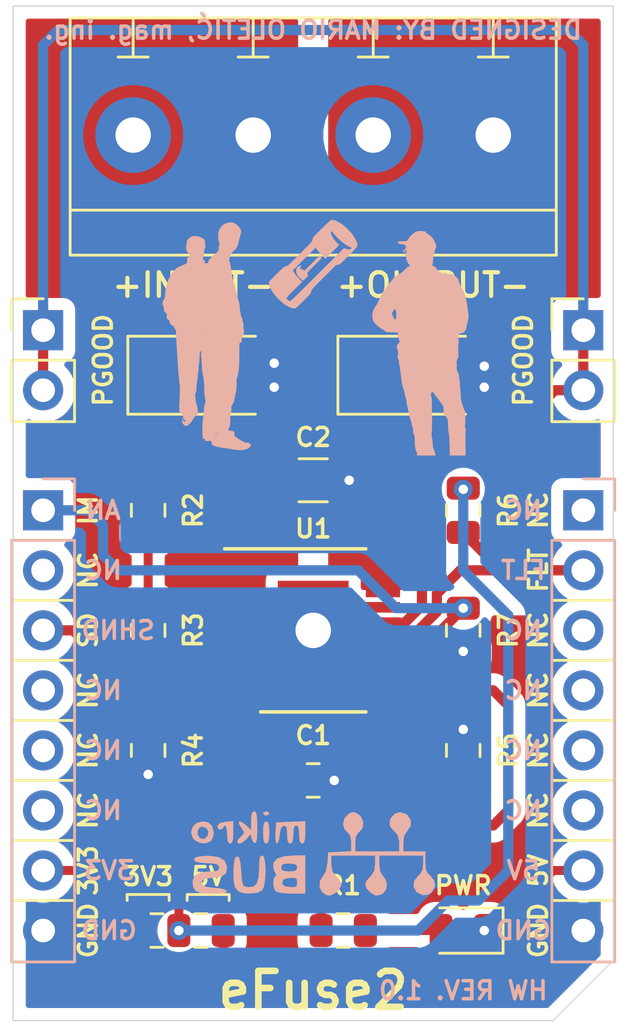
<source format=kicad_pcb>
(kicad_pcb (version 20171130) (host pcbnew "(5.1.5)-3")

  (general
    (thickness 1.6)
    (drawings 67)
    (tracks 115)
    (zones 0)
    (modules 24)
    (nets 25)
  )

  (page A4)
  (layers
    (0 F.Cu signal)
    (31 B.Cu signal)
    (32 B.Adhes user)
    (33 F.Adhes user)
    (34 B.Paste user)
    (35 F.Paste user)
    (36 B.SilkS user)
    (37 F.SilkS user)
    (38 B.Mask user)
    (39 F.Mask user)
    (40 Dwgs.User user)
    (41 Cmts.User user)
    (42 Eco1.User user)
    (43 Eco2.User user)
    (44 Edge.Cuts user)
    (45 Margin user)
    (46 B.CrtYd user)
    (47 F.CrtYd user)
    (48 B.Fab user)
    (49 F.Fab user)
  )

  (setup
    (last_trace_width 0.4318)
    (user_trace_width 0.254)
    (user_trace_width 0.381)
    (user_trace_width 0.4318)
    (user_trace_width 0.508)
    (user_trace_width 0.762)
    (user_trace_width 1.016)
    (user_trace_width 1.27)
    (user_trace_width 1.524)
    (user_trace_width 1.778)
    (user_trace_width 2.032)
    (trace_clearance 0.2)
    (zone_clearance 0.508)
    (zone_45_only no)
    (trace_min 0.2)
    (via_size 0.8)
    (via_drill 0.4)
    (via_min_size 0.4)
    (via_min_drill 0.3)
    (uvia_size 0.3)
    (uvia_drill 0.1)
    (uvias_allowed no)
    (uvia_min_size 0.2)
    (uvia_min_drill 0.1)
    (edge_width 0.05)
    (segment_width 0.2)
    (pcb_text_width 0.3)
    (pcb_text_size 1.5 1.5)
    (mod_edge_width 0.12)
    (mod_text_size 1 1)
    (mod_text_width 0.15)
    (pad_size 2.5 2.5)
    (pad_drill 1.5)
    (pad_to_mask_clearance 0.051)
    (solder_mask_min_width 0.25)
    (aux_axis_origin 0 0)
    (visible_elements 7FFFFF7F)
    (pcbplotparams
      (layerselection 0x010fc_ffffffff)
      (usegerberextensions false)
      (usegerberattributes false)
      (usegerberadvancedattributes false)
      (creategerberjobfile false)
      (excludeedgelayer true)
      (linewidth 0.100000)
      (plotframeref false)
      (viasonmask false)
      (mode 1)
      (useauxorigin false)
      (hpglpennumber 1)
      (hpglpenspeed 20)
      (hpglpendiameter 15.000000)
      (psnegative false)
      (psa4output false)
      (plotreference true)
      (plotvalue true)
      (plotinvisibletext false)
      (padsonsilk false)
      (subtractmaskfromsilk false)
      (outputformat 1)
      (mirror false)
      (drillshape 0)
      (scaleselection 1)
      (outputdirectory "OutputFiles/"))
  )

  (net 0 "")
  (net 1 "Net-(C1-Pad1)")
  (net 2 GND)
  (net 3 "Net-(D1-Pad2)")
  (net 4 /AN)
  (net 5 "Net-(J1-Pad2)")
  (net 6 /SHDN)
  (net 7 "Net-(J1-Pad4)")
  (net 8 "Net-(J1-Pad5)")
  (net 9 "Net-(J1-Pad6)")
  (net 10 +3V3)
  (net 11 +5V)
  (net 12 "Net-(J2-Pad6)")
  (net 13 "Net-(J2-Pad5)")
  (net 14 "Net-(J2-Pad4)")
  (net 15 "Net-(J2-Pad3)")
  (net 16 /FLT)
  (net 17 "Net-(J2-Pad1)")
  (net 18 +BATT)
  (net 19 +24V)
  (net 20 /PGOOD)
  (net 21 VCC)
  (net 22 "Net-(R2-Pad2)")
  (net 23 "Net-(R3-Pad2)")
  (net 24 "Net-(R5-Pad1)")

  (net_class Default "This is the default net class."
    (clearance 0.2)
    (trace_width 0.25)
    (via_dia 0.8)
    (via_drill 0.4)
    (uvia_dia 0.3)
    (uvia_drill 0.1)
    (add_net +24V)
    (add_net +3V3)
    (add_net +5V)
    (add_net +BATT)
    (add_net /AN)
    (add_net /FLT)
    (add_net /PGOOD)
    (add_net /SHDN)
    (add_net GND)
    (add_net "Net-(C1-Pad1)")
    (add_net "Net-(D1-Pad2)")
    (add_net "Net-(J1-Pad2)")
    (add_net "Net-(J1-Pad4)")
    (add_net "Net-(J1-Pad5)")
    (add_net "Net-(J1-Pad6)")
    (add_net "Net-(J2-Pad1)")
    (add_net "Net-(J2-Pad3)")
    (add_net "Net-(J2-Pad4)")
    (add_net "Net-(J2-Pad5)")
    (add_net "Net-(J2-Pad6)")
    (add_net "Net-(R2-Pad2)")
    (add_net "Net-(R3-Pad2)")
    (add_net "Net-(R5-Pad1)")
    (add_net VCC)
  )

  (module TPS16630_eFuse:e_fuse (layer B.Cu) (tedit 0) (tstamp 5EB432EA)
    (at 63.5 120.396 90)
    (fp_text reference G*** (at 0 0 90) (layer B.SilkS) hide
      (effects (font (size 1.524 1.524) (thickness 0.3)) (justify mirror))
    )
    (fp_text value LOGO (at 0.75 0 90) (layer B.SilkS) hide
      (effects (font (size 1.524 1.524) (thickness 0.3)) (justify mirror))
    )
    (fp_poly (pts (xy 0.304798 0.311152) (xy 0.348462 0.266103) (xy 0.036101 -0.047923) (xy -0.27626 -0.36195)
      (xy -0.23973 -0.430075) (xy -0.219733 -0.473615) (xy -0.206464 -0.514473) (xy -0.2032 -0.536227)
      (xy -0.200901 -0.562374) (xy -0.189056 -0.56952) (xy -0.168275 -0.565927) (xy -0.132396 -0.55219)
      (xy -0.098425 -0.53242) (xy -0.074899 -0.51656) (xy -0.065337 -0.515723) (xy -0.063501 -0.529535)
      (xy -0.0635 -0.530328) (xy -0.071998 -0.567233) (xy -0.093617 -0.611532) (xy -0.122552 -0.653684)
      (xy -0.152996 -0.684147) (xy -0.159854 -0.688643) (xy -0.22795 -0.713395) (xy -0.305893 -0.71656)
      (xy -0.384157 -0.699859) (xy -0.436681 -0.677736) (xy -0.492275 -0.64701) (xy -0.521959 -0.626855)
      (xy -0.557422 -0.596045) (xy -0.595552 -0.556641) (xy -0.631868 -0.514128) (xy -0.661889 -0.473992)
      (xy -0.681133 -0.441722) (xy -0.6858 -0.426259) (xy -0.67727 -0.412085) (xy -0.654151 -0.384509)
      (xy -0.620156 -0.347746) (xy -0.586117 -0.313055) (xy -0.486434 -0.213957) (xy -0.441618 -0.232682)
      (xy -0.409854 -0.248782) (xy -0.389108 -0.26442) (xy -0.38726 -0.266846) (xy -0.3755 -0.262639)
      (xy -0.346585 -0.239947) (xy -0.300648 -0.198892) (xy -0.237821 -0.139597) (xy -0.158238 -0.062184)
      (xy -0.062032 0.033223) (xy -0.058292 0.036959) (xy 0.261134 0.356202) (xy 0.304798 0.311152)) (layer B.SilkS) (width 0.01))
    (fp_poly (pts (xy 0.901307 1.850967) (xy 0.992485 1.817107) (xy 1.092494 1.765339) (xy 1.199351 1.696578)
      (xy 1.311075 1.61174) (xy 1.3335 1.5932) (xy 1.441014 1.496699) (xy 1.539855 1.395394)
      (xy 1.628507 1.291698) (xy 1.705454 1.188024) (xy 1.76918 1.086784) (xy 1.818168 0.990391)
      (xy 1.850902 0.901257) (xy 1.865867 0.821794) (xy 1.861545 0.754415) (xy 1.861293 0.753376)
      (xy 1.850629 0.736925) (xy 1.824137 0.705148) (xy 1.784178 0.660451) (xy 1.733112 0.60524)
      (xy 1.673298 0.541918) (xy 1.607096 0.472893) (xy 1.536867 0.40057) (xy 1.46497 0.327353)
      (xy 1.393765 0.255649) (xy 1.325611 0.187863) (xy 1.26287 0.1264) (xy 1.2079 0.073665)
      (xy 1.163061 0.032065) (xy 1.130713 0.004004) (xy 1.115055 -0.007273) (xy 1.07967 -0.019092)
      (xy 1.035997 -0.025178) (xy 1.027243 -0.0254) (xy 1.015723 -0.025632) (xy 1.004532 -0.027235)
      (xy 0.99216 -0.031566) (xy 0.977098 -0.039983) (xy 0.957836 -0.053844) (xy 0.932866 -0.074507)
      (xy 0.900679 -0.103329) (xy 0.859765 -0.141668) (xy 0.808615 -0.190883) (xy 0.74572 -0.25233)
      (xy 0.669571 -0.327369) (xy 0.578658 -0.417356) (xy 0.471473 -0.523649) (xy 0.452043 -0.542925)
      (xy 0.341902 -0.652233) (xy 0.248409 -0.745203) (xy 0.170159 -0.823362) (xy 0.105747 -0.888237)
      (xy 0.053767 -0.941357) (xy 0.012813 -0.984248) (xy -0.018519 -1.018438) (xy -0.041637 -1.045456)
      (xy -0.057944 -1.066828) (xy -0.068848 -1.084082) (xy -0.075753 -1.098746) (xy -0.080065 -1.112347)
      (xy -0.08272 -1.124109) (xy -0.096482 -1.172173) (xy -0.11567 -1.217982) (xy -0.123511 -1.232059)
      (xy -0.139164 -1.251745) (xy -0.170502 -1.28672) (xy -0.215114 -1.33445) (xy -0.270586 -1.392403)
      (xy -0.334506 -1.458045) (xy -0.40446 -1.528845) (xy -0.442883 -1.567319) (xy -0.734546 -1.858289)
      (xy -0.802248 -1.862422) (xy -0.852946 -1.861555) (xy -0.902982 -1.854594) (xy -0.921114 -1.849847)
      (xy -1.0232 -1.807153) (xy -1.132593 -1.74477) (xy -1.245748 -1.665971) (xy -1.35912 -1.574031)
      (xy -1.469163 -1.472226) (xy -1.572332 -1.363829) (xy -1.665083 -1.252115) (xy -1.743868 -1.14036)
      (xy -1.80387 -1.034453) (xy -1.829717 -0.973752) (xy -1.5748 -0.973752) (xy -1.567206 -0.99762)
      (xy -1.547432 -1.032504) (xy -1.523705 -1.065659) (xy -1.503605 -1.091003) (xy -1.485946 -1.110657)
      (xy -1.468762 -1.123458) (xy -1.450087 -1.12824) (xy -1.427957 -1.123842) (xy -1.400405 -1.109097)
      (xy -1.365465 -1.082844) (xy -1.321173 -1.043918) (xy -1.265562 -0.991155) (xy -1.196668 -0.923391)
      (xy -1.112524 -0.839462) (xy -1.070171 -0.797121) (xy -0.736814 -0.463943) (xy -0.715071 -0.495496)
      (xy -0.665239 -0.557553) (xy -0.598811 -0.625582) (xy -0.521934 -0.694253) (xy -0.440761 -0.758238)
      (xy -0.36144 -0.812208) (xy -0.325108 -0.833385) (xy -0.262866 -0.867272) (xy 0.219725 -0.382814)
      (xy 0.702316 0.101643) (xy 0.589283 0.186821) (xy 0.548123 0.219626) (xy 0.499551 0.261135)
      (xy 0.447021 0.308061) (xy 0.393988 0.357118) (xy 0.343904 0.40502) (xy 0.300224 0.44848)
      (xy 0.266401 0.484211) (xy 0.245889 0.508926) (xy 0.2413 0.51796) (xy 0.249958 0.528887)
      (xy 0.274499 0.555483) (xy 0.312773 0.595531) (xy 0.362631 0.646812) (xy 0.421923 0.707108)
      (xy 0.488499 0.774199) (xy 0.52561 0.811362) (xy 0.80992 1.095461) (xy 0.858985 1.040869)
      (xy 0.931749 0.968791) (xy 1.015786 0.900144) (xy 1.105021 0.838993) (xy 1.193379 0.789401)
      (xy 1.274785 0.755432) (xy 1.294383 0.749574) (xy 1.330302 0.741466) (xy 1.352312 0.742964)
      (xy 1.370536 0.755445) (xy 1.375907 0.760663) (xy 1.392711 0.780328) (xy 1.396294 0.790665)
      (xy 1.287389 0.873831) (xy 1.179006 0.968811) (xy 1.074298 1.071977) (xy 0.976418 1.179703)
      (xy 0.888518 1.288359) (xy 0.813753 1.394319) (xy 0.755273 1.493953) (xy 0.722674 1.565779)
      (xy 0.694589 1.639307) (xy 0.658444 1.604677) (xy 0.634903 1.576915) (xy 0.624386 1.546142)
      (xy 0.6223 1.509401) (xy 0.627085 1.46219) (xy 0.639333 1.407477) (xy 0.649202 1.376851)
      (xy 0.676104 1.304948) (xy -0.449348 0.179232) (xy -0.632962 -0.004585) (xy -0.798869 -0.171018)
      (xy -0.947478 -0.320484) (xy -1.079197 -0.453403) (xy -1.194435 -0.570193) (xy -1.293601 -0.671274)
      (xy -1.377104 -0.757064) (xy -1.445353 -0.827982) (xy -1.498756 -0.884446) (xy -1.537722 -0.926876)
      (xy -1.562661 -0.955691) (xy -1.57398 -0.971309) (xy -1.5748 -0.973752) (xy -1.829717 -0.973752)
      (xy -1.84584 -0.93589) (xy -1.868229 -0.851932) (xy -1.870919 -0.783091) (xy -1.866451 -0.759893)
      (xy -1.857833 -0.742078) (xy -1.838828 -0.715788) (xy -1.80805 -0.679507) (xy -1.764107 -0.631718)
      (xy -1.705613 -0.570906) (xy -1.631179 -0.495554) (xy -1.552738 -0.417352) (xy -1.468673 -0.334235)
      (xy -1.400253 -0.267339) (xy -1.345321 -0.214768) (xy -1.30172 -0.174625) (xy -1.267292 -0.145014)
      (xy -1.239881 -0.12404) (xy -1.217327 -0.109805) (xy -1.197475 -0.100414) (xy -1.188363 -0.097101)
      (xy -1.147026 -0.084929) (xy -1.112024 -0.077394) (xy -1.099819 -0.0762) (xy -1.084235 -0.067012)
      (xy -1.051183 -0.03948) (xy -1.000714 0.006348) (xy -0.932879 0.070422) (xy -0.847729 0.152695)
      (xy -0.745314 0.253119) (xy -0.625685 0.371646) (xy -0.549632 0.447469) (xy -0.0254 0.971138)
      (xy -0.0254 1.02595) (xy -0.021102 1.069426) (xy -0.010451 1.108196) (xy -0.007274 1.115056)
      (xy 0.00774 1.13526) (xy 0.038287 1.169912) (xy 0.081962 1.216651) (xy 0.13636 1.273117)
      (xy 0.199075 1.336952) (xy 0.267702 1.405795) (xy 0.339836 1.477286) (xy 0.41307 1.549065)
      (xy 0.485 1.618772) (xy 0.55322 1.684049) (xy 0.615324 1.742533) (xy 0.668908 1.791867)
      (xy 0.711566 1.82969) (xy 0.740891 1.853641) (xy 0.753375 1.861294) (xy 0.820943 1.866001)
      (xy 0.901307 1.850967)) (layer B.SilkS) (width 0.01))
  )

  (module TPS16630_eFuse:mikrobus_logo5 (layer B.Cu) (tedit 5DB49FF1) (tstamp 5EAF66C4)
    (at 63.5 145.415 180)
    (fp_text reference G*** (at 0 5.08) (layer B.SilkS) hide
      (effects (font (size 1.524 1.524) (thickness 0.3)) (justify mirror))
    )
    (fp_text value LOGO (at 0 -5.08) (layer B.SilkS) hide
      (effects (font (size 1.524 1.524) (thickness 0.3)) (justify mirror))
    )
    (fp_poly (pts (xy -1.608996 1.818546) (xy -1.481667 1.743453) (xy -1.317299 1.555685) (xy -1.266079 1.321433)
      (xy -1.331496 1.102263) (xy -1.439333 0.996351) (xy -1.559168 0.864004) (xy -1.606049 0.636219)
      (xy -1.608667 0.534192) (xy -1.608667 0.177784) (xy -1.121833 0.152392) (xy -0.635 0.127)
      (xy -0.60838 -0.295121) (xy -0.54327 -0.662962) (xy -0.41788 -0.869919) (xy -0.283753 -1.08571)
      (xy -0.272071 -1.32506) (xy -0.366453 -1.537172) (xy -0.550522 -1.671253) (xy -0.683381 -1.693333)
      (xy -0.875167 -1.62832) (xy -1.06026 -1.473528) (xy -1.174146 -1.289327) (xy -1.185333 -1.223624)
      (xy -1.127181 -1.079741) (xy -0.985964 -0.908032) (xy -0.973667 -0.896415) (xy -0.818962 -0.693444)
      (xy -0.763806 -0.429989) (xy -0.762 -0.350124) (xy -0.762 0) (xy -2.624667 0)
      (xy -2.624667 -0.350124) (xy -2.588638 -0.639416) (xy -2.460271 -0.84962) (xy -2.413 -0.896415)
      (xy -2.267645 -1.067128) (xy -2.201689 -1.215681) (xy -2.201334 -1.223624) (xy -2.270809 -1.40309)
      (xy -2.436227 -1.576294) (xy -2.633072 -1.682864) (xy -2.703286 -1.693333) (xy -2.931519 -1.624067)
      (xy -3.076193 -1.450102) (xy -3.120899 -1.222187) (xy -3.049229 -0.991072) (xy -2.963333 -0.889)
      (xy -2.835834 -0.691761) (xy -2.794096 -0.387453) (xy -2.794 -0.367878) (xy -2.794 0)
      (xy -4.656667 0) (xy -4.656667 -0.347648) (xy -4.62691 -0.616858) (xy -4.517368 -0.797954)
      (xy -4.445 -0.861793) (xy -4.27274 -1.080679) (xy -4.249164 -1.322384) (xy -4.377831 -1.543607)
      (xy -4.388167 -1.553211) (xy -4.630219 -1.679614) (xy -4.875317 -1.650153) (xy -5.024545 -1.5385)
      (xy -5.151682 -1.296302) (xy -5.115101 -1.052605) (xy -4.953 -0.861793) (xy -4.82134 -0.727429)
      (xy -4.758242 -0.554975) (xy -4.741365 -0.281222) (xy -4.741333 -0.262981) (xy -4.741333 0.169333)
      (xy -3.81 0.169333) (xy -3.81 0.531517) (xy -3.846782 0.834513) (xy -3.967204 1.027931)
      (xy -3.979333 1.038688) (xy -4.127238 1.258414) (xy -4.126337 1.500137) (xy -3.980015 1.711614)
      (xy -3.933532 1.745725) (xy -3.679677 1.828321) (xy -3.447189 1.761998) (xy -3.282215 1.565347)
      (xy -3.249182 1.470036) (xy -3.237687 1.280395) (xy -3.337691 1.1206) (xy -3.41618 1.047885)
      (xy -3.577506 0.858044) (xy -3.637321 0.618245) (xy -3.640667 0.512061) (xy -3.640667 0.169333)
      (xy -1.778 0.169333) (xy -1.778 0.529967) (xy -1.804387 0.799783) (xy -1.895864 0.957693)
      (xy -1.947333 0.996351) (xy -2.091095 1.172232) (xy -2.115935 1.403549) (xy -2.02534 1.628738)
      (xy -1.905 1.743453) (xy -1.739291 1.833035) (xy -1.608996 1.818546)) (layer B.SilkS) (width 0.01))
    (fp_poly (pts (xy 1.21247 -0.033862) (xy 1.520687 -0.135545) (xy 1.674352 -0.305196) (xy 1.693333 -0.414682)
      (xy 1.661388 -0.619558) (xy 1.601289 -0.73551) (xy 1.555034 -0.83771) (xy 1.601289 -0.88444)
      (xy 1.674361 -1.013628) (xy 1.688637 -1.219763) (xy 1.645367 -1.421461) (xy 1.591733 -1.507067)
      (xy 1.45216 -1.562479) (xy 1.189783 -1.598479) (xy 0.9144 -1.608667) (xy 0.338667 -1.608667)
      (xy 0.338667 -1.143) (xy 0.677333 -1.143) (xy 0.693228 -1.286971) (xy 0.773637 -1.342825)
      (xy 0.967643 -1.340803) (xy 0.994833 -1.338611) (xy 1.210889 -1.301296) (xy 1.301013 -1.220425)
      (xy 1.312333 -1.143) (xy 1.275897 -1.024754) (xy 1.138249 -0.965296) (xy 0.994833 -0.947389)
      (xy 0.786943 -0.941292) (xy 0.697499 -0.990083) (xy 0.677416 -1.124005) (xy 0.677333 -1.143)
      (xy 0.338667 -1.143) (xy 0.338667 -0.508) (xy 0.677333 -0.508) (xy 0.705733 -0.618784)
      (xy 0.820522 -0.667746) (xy 1.016 -0.677333) (xy 1.237568 -0.663133) (xy 1.335492 -0.605739)
      (xy 1.354667 -0.508) (xy 1.326266 -0.397216) (xy 1.211477 -0.348254) (xy 1.016 -0.338667)
      (xy 0.794432 -0.352867) (xy 0.696507 -0.410261) (xy 0.677333 -0.508) (xy 0.338667 -0.508)
      (xy 0.338667 0) (xy 0.749366 0) (xy 1.21247 -0.033862)) (layer B.SilkS) (width 0.01))
    (fp_poly (pts (xy 2.231159 -0.037557) (xy 2.270767 -0.171382) (xy 2.285366 -0.4332) (xy 2.286 -0.534151)
      (xy 2.309961 -0.935938) (xy 2.388842 -1.192339) (xy 2.533135 -1.32137) (xy 2.753335 -1.341045)
      (xy 2.755842 -1.340763) (xy 2.883255 -1.319581) (xy 2.960642 -1.267167) (xy 3.004387 -1.146316)
      (xy 3.030875 -0.919823) (xy 3.048 -0.677333) (xy 3.078834 -0.336632) (xy 3.120206 -0.137312)
      (xy 3.179564 -0.051449) (xy 3.217333 -0.042333) (xy 3.289537 -0.0826) (xy 3.335505 -0.222998)
      (xy 3.36295 -0.492921) (xy 3.369566 -0.622489) (xy 3.367092 -1.051402) (xy 3.305051 -1.340498)
      (xy 3.16763 -1.513545) (xy 2.939015 -1.59431) (xy 2.713429 -1.608667) (xy 2.38006 -1.575907)
      (xy 2.172808 -1.482991) (xy 2.165047 -1.475619) (xy 2.093693 -1.328465) (xy 2.046377 -1.084095)
      (xy 2.023285 -0.788215) (xy 2.024606 -0.486533) (xy 2.050525 -0.224754) (xy 2.101232 -0.048587)
      (xy 2.159 0) (xy 2.231159 -0.037557)) (layer B.SilkS) (width 0.01))
    (fp_poly (pts (xy 4.572 -0.020421) (xy 4.857276 -0.046947) (xy 5.00265 -0.098314) (xy 5.037667 -0.169333)
      (xy 4.994114 -0.244883) (xy 4.843947 -0.291973) (xy 4.557898 -0.319023) (xy 4.5085 -0.32154)
      (xy 4.216069 -0.342117) (xy 4.055529 -0.377502) (xy 3.989445 -0.441172) (xy 3.979333 -0.51204)
      (xy 4.003829 -0.612914) (xy 4.105182 -0.662254) (xy 4.325191 -0.677032) (xy 4.386484 -0.677333)
      (xy 4.764331 -0.719145) (xy 4.999582 -0.8468) (xy 5.09751 -1.063622) (xy 5.101167 -1.128175)
      (xy 5.073814 -1.351507) (xy 4.973403 -1.495148) (xy 4.772401 -1.574791) (xy 4.443276 -1.606132)
      (xy 4.258244 -1.608667) (xy 3.918304 -1.600612) (xy 3.725748 -1.573932) (xy 3.659278 -1.524849)
      (xy 3.661467 -1.502833) (xy 3.764889 -1.434811) (xy 4.002493 -1.386562) (xy 4.18085 -1.371479)
      (xy 4.499327 -1.336766) (xy 4.672787 -1.270226) (xy 4.715665 -1.214767) (xy 4.702962 -1.065841)
      (xy 4.535454 -0.970734) (xy 4.220067 -0.933094) (xy 4.1802 -0.93263) (xy 3.869922 -0.887596)
      (xy 3.696753 -0.749348) (xy 3.650912 -0.508915) (xy 3.655715 -0.451582) (xy 3.757101 -0.217084)
      (xy 3.997998 -0.072833) (xy 4.380623 -0.017785) (xy 4.572 -0.020421)) (layer B.SilkS) (width 0.01))
    (fp_poly (pts (xy 1.566333 1.397) (xy 1.591924 0.9525) (xy 1.592211 0.694009) (xy 1.562788 0.536542)
      (xy 1.533293 0.508) (xy 1.476313 0.583479) (xy 1.432778 0.773233) (xy 1.423035 0.867103)
      (xy 1.381728 1.119544) (xy 1.295957 1.237816) (xy 1.248833 1.254311) (xy 1.156832 1.244453)
      (xy 1.112641 1.143787) (xy 1.100698 0.914592) (xy 1.100667 0.895208) (xy 1.084557 0.64184)
      (xy 1.029617 0.525074) (xy 0.973667 0.508) (xy 0.889959 0.557862) (xy 0.85183 0.727403)
      (xy 0.846667 0.889) (xy 0.830046 1.140122) (xy 0.773532 1.254508) (xy 0.719667 1.27)
      (xy 0.635959 1.220138) (xy 0.59783 1.050597) (xy 0.592667 0.889) (xy 0.576046 0.637878)
      (xy 0.519532 0.523492) (xy 0.465667 0.508) (xy 0.389343 0.549537) (xy 0.349889 0.695433)
      (xy 0.338667 0.977376) (xy 0.338667 1.446752) (xy 1.566333 1.397)) (layer B.SilkS) (width 0.01))
    (fp_poly (pts (xy 2.066255 1.397527) (xy 2.105686 1.25083) (xy 2.116667 0.973667) (xy 2.105265 0.692842)
      (xy 2.065257 0.548262) (xy 1.989667 0.508) (xy 1.913078 0.549807) (xy 1.873647 0.696503)
      (xy 1.862667 0.973667) (xy 1.874068 1.254492) (xy 1.914076 1.399072) (xy 1.989667 1.439333)
      (xy 2.066255 1.397527)) (layer B.SilkS) (width 0.01))
    (fp_poly (pts (xy 2.57996 1.814531) (xy 2.618465 1.649716) (xy 2.624667 1.466908) (xy 2.624667 1.07115)
      (xy 2.820623 1.255242) (xy 3.010853 1.403379) (xy 3.126993 1.43799) (xy 3.147316 1.364502)
      (xy 3.055941 1.196486) (xy 2.945485 1.029582) (xy 2.932742 0.931338) (xy 3.016705 0.832834)
      (xy 3.050176 0.802364) (xy 3.175272 0.664935) (xy 3.217333 0.579545) (xy 3.163875 0.50645)
      (xy 3.03513 0.533454) (xy 2.878538 0.643987) (xy 2.806475 0.723037) (xy 2.689363 0.864321)
      (xy 2.637705 0.877826) (xy 2.612517 0.769063) (xy 2.60983 0.750836) (xy 2.545622 0.587474)
      (xy 2.4765 0.528743) (xy 2.420999 0.557111) (xy 2.387448 0.700999) (xy 2.372367 0.981762)
      (xy 2.370667 1.178278) (xy 2.376548 1.527878) (xy 2.397901 1.738407) (xy 2.440286 1.839838)
      (xy 2.497667 1.862667) (xy 2.57996 1.814531)) (layer B.SilkS) (width 0.01))
    (fp_poly (pts (xy 3.703462 1.423278) (xy 3.944769 1.371327) (xy 4.045601 1.260921) (xy 4.048337 1.248833)
      (xy 4.015437 1.122798) (xy 3.943208 1.100667) (xy 3.826608 1.14452) (xy 3.81 1.185333)
      (xy 3.745571 1.26754) (xy 3.725333 1.27) (xy 3.67484 1.194326) (xy 3.644551 1.002862)
      (xy 3.640667 0.889) (xy 3.624046 0.637878) (xy 3.567532 0.523492) (xy 3.513667 0.508)
      (xy 3.437442 0.549436) (xy 3.39798 0.695033) (xy 3.386667 0.976723) (xy 3.386667 1.449555)
      (xy 3.703462 1.423278)) (layer B.SilkS) (width 0.01))
    (fp_poly (pts (xy 4.923687 1.374319) (xy 5.098116 1.209328) (xy 5.164399 0.989435) (xy 5.102661 0.759719)
      (xy 5.009833 0.648122) (xy 4.788317 0.532796) (xy 4.540364 0.520279) (xy 4.339672 0.611941)
      (xy 4.317783 0.635261) (xy 4.234255 0.818209) (xy 4.212167 0.973667) (xy 4.222259 1.015528)
      (xy 4.429927 1.015528) (xy 4.459975 0.841248) (xy 4.481443 0.81143) (xy 4.610273 0.693939)
      (xy 4.738375 0.709083) (xy 4.812241 0.751705) (xy 4.897818 0.883917) (xy 4.889743 1.055893)
      (xy 4.804371 1.19279) (xy 4.708227 1.227667) (xy 4.523683 1.164533) (xy 4.429927 1.015528)
      (xy 4.222259 1.015528) (xy 4.277711 1.245527) (xy 4.463655 1.404332) (xy 4.660986 1.439334)
      (xy 4.923687 1.374319)) (layer B.SilkS) (width 0.01))
    (fp_poly (pts (xy 2.102338 1.816949) (xy 2.116667 1.778) (xy 2.04809 1.702886) (xy 1.989667 1.693333)
      (xy 1.876995 1.739051) (xy 1.862667 1.778) (xy 1.931243 1.853115) (xy 1.989667 1.862667)
      (xy 2.102338 1.816949)) (layer B.SilkS) (width 0.01))
  )

  (module TPS16630_eFuse:me_logo2 (layer B.Cu) (tedit 0) (tstamp 5EAF65BD)
    (at 68.199 123.698 180)
    (fp_text reference G*** (at 0 0) (layer B.SilkS) hide
      (effects (font (size 1.524 1.524) (thickness 0.3)) (justify mirror))
    )
    (fp_text value LOGO (at 0.75 0) (layer B.SilkS) hide
      (effects (font (size 1.524 1.524) (thickness 0.3)) (justify mirror))
    )
    (fp_poly (pts (xy 1.27 1.007534) (xy 1.261533 0.999067) (xy 1.253067 1.007534) (xy 1.261533 1.016)
      (xy 1.27 1.007534)) (layer B.SilkS) (width 0.01))
    (fp_poly (pts (xy 0.838519 3.814521) (xy 0.835857 3.801534) (xy 0.823838 3.779253) (xy 0.819455 3.776134)
      (xy 0.813536 3.789961) (xy 0.8128 3.801534) (xy 0.821662 3.824072) (xy 0.829202 3.826934)
      (xy 0.838519 3.814521)) (layer B.SilkS) (width 0.01))
    (fp_poly (pts (xy -0.852041 2.955613) (xy -0.8636 2.94817) (xy -0.898462 2.934605) (xy -0.9398 2.923981)
      (xy -0.9906 2.913925) (xy -0.9398 2.937866) (xy -0.902054 2.952894) (xy -0.869752 2.961551)
      (xy -0.850533 2.962801) (xy -0.852041 2.955613)) (layer B.SilkS) (width 0.01))
    (fp_poly (pts (xy 0.267872 4.692533) (xy 0.324196 4.674392) (xy 0.409652 4.630447) (xy 0.499056 4.564353)
      (xy 0.582333 4.484791) (xy 0.649408 4.400439) (xy 0.658249 4.386614) (xy 0.692052 4.337552)
      (xy 0.724589 4.299795) (xy 0.741741 4.285914) (xy 0.774023 4.277122) (xy 0.82874 4.270165)
      (xy 0.894463 4.26646) (xy 0.899154 4.26636) (xy 0.995042 4.262932) (xy 1.060802 4.256444)
      (xy 1.100087 4.246211) (xy 1.116551 4.23155) (xy 1.1176 4.225469) (xy 1.101911 4.194215)
      (xy 1.059555 4.16902) (xy 0.997595 4.152932) (xy 0.939626 4.148667) (xy 0.878945 4.145708)
      (xy 0.838946 4.134212) (xy 0.806758 4.110247) (xy 0.803564 4.107103) (xy 0.775282 4.072485)
      (xy 0.762121 4.043889) (xy 0.762 4.041971) (xy 0.774488 3.993474) (xy 0.805165 3.942262)
      (xy 0.843852 3.90412) (xy 0.854984 3.897816) (xy 0.886761 3.879622) (xy 0.894015 3.857796)
      (xy 0.880921 3.81937) (xy 0.880534 3.818467) (xy 0.869445 3.795768) (xy 0.865591 3.804702)
      (xy 0.86479 3.823119) (xy 0.851717 3.855572) (xy 0.821544 3.878289) (xy 0.784453 3.889055)
      (xy 0.750626 3.885653) (xy 0.730242 3.865867) (xy 0.728134 3.852865) (xy 0.737114 3.829992)
      (xy 0.745067 3.826934) (xy 0.761045 3.840162) (xy 0.762 3.846689) (xy 0.768654 3.858231)
      (xy 0.77288 3.855565) (xy 0.772892 3.835538) (xy 0.763684 3.820496) (xy 0.752184 3.790246)
      (xy 0.754083 3.754143) (xy 0.766314 3.724676) (xy 0.785814 3.714337) (xy 0.789489 3.715325)
      (xy 0.809019 3.719056) (xy 0.808564 3.704954) (xy 0.787665 3.66889) (xy 0.783638 3.662702)
      (xy 0.763865 3.614744) (xy 0.759473 3.570557) (xy 0.753799 3.520621) (xy 0.737835 3.484891)
      (xy 0.717093 3.437857) (xy 0.7112 3.400339) (xy 0.696735 3.352522) (xy 0.6604 3.316256)
      (xy 0.626909 3.284681) (xy 0.610071 3.255461) (xy 0.6096 3.251402) (xy 0.623889 3.211825)
      (xy 0.65794 3.186555) (xy 0.675785 3.183467) (xy 0.700125 3.172149) (xy 0.738925 3.142542)
      (xy 0.781738 3.103033) (xy 0.855721 3.030045) (xy 0.914287 2.975651) (xy 0.965218 2.933773)
      (xy 1.016297 2.898333) (xy 1.075308 2.863254) (xy 1.121029 2.83808) (xy 1.203909 2.789904)
      (xy 1.260917 2.74825) (xy 1.298146 2.708444) (xy 1.306652 2.695701) (xy 1.341897 2.644987)
      (xy 1.387083 2.588613) (xy 1.407683 2.5654) (xy 1.462253 2.504382) (xy 1.510824 2.446202)
      (xy 1.548624 2.396952) (xy 1.570886 2.362722) (xy 1.5748 2.351994) (xy 1.585163 2.332122)
      (xy 1.611534 2.297271) (xy 1.629833 2.275791) (xy 1.672433 2.219577) (xy 1.724196 2.13849)
      (xy 1.781537 2.039031) (xy 1.840871 1.927701) (xy 1.898611 1.811002) (xy 1.951173 1.695436)
      (xy 1.955718 1.684867) (xy 1.97817 1.640395) (xy 2.013799 1.578558) (xy 2.056467 1.509809)
      (xy 2.076746 1.478774) (xy 2.127886 1.396772) (xy 2.160863 1.329679) (xy 2.180317 1.267363)
      (xy 2.185318 1.241707) (xy 2.194458 1.120076) (xy 2.182883 1.001554) (xy 2.151915 0.898098)
      (xy 2.145873 0.885016) (xy 2.116057 0.841085) (xy 2.065979 0.784575) (xy 2.00304 0.722447)
      (xy 1.93464 0.661662) (xy 1.86818 0.60918) (xy 1.81595 0.574691) (xy 1.728303 0.52314)
      (xy 1.671251 0.485765) (xy 1.644671 0.462483) (xy 1.642533 0.457363) (xy 1.630787 0.443565)
      (xy 1.594024 0.433295) (xy 1.529955 0.426282) (xy 1.436294 0.422258) (xy 1.33472 0.420994)
      (xy 1.235536 0.419666) (xy 1.166376 0.41542) (xy 1.123422 0.406679) (xy 1.102859 0.391869)
      (xy 1.100869 0.369414) (xy 1.113635 0.33774) (xy 1.117079 0.331175) (xy 1.129425 0.290952)
      (xy 1.117899 0.254559) (xy 1.101852 0.218395) (xy 1.08097 0.163371) (xy 1.064548 0.115705)
      (xy 1.031289 0.014392) (xy 1.090421 -0.05106) (xy 1.143497 -0.126691) (xy 1.163016 -0.199257)
      (xy 1.149092 -0.269353) (xy 1.136301 -0.293474) (xy 1.107741 -0.369787) (xy 1.102076 -0.466198)
      (xy 1.116759 -0.565418) (xy 1.123483 -0.620136) (xy 1.111292 -0.668059) (xy 1.099421 -0.692167)
      (xy 1.074375 -0.765795) (xy 1.0668 -0.842726) (xy 1.061762 -0.908247) (xy 1.049011 -0.970857)
      (xy 1.0414 -0.993212) (xy 1.025218 -1.049991) (xy 1.016477 -1.115796) (xy 1.015977 -1.132368)
      (xy 1.012908 -1.186928) (xy 1.004801 -1.260545) (xy 0.993271 -1.339073) (xy 0.9906 -1.354667)
      (xy 0.978583 -1.432036) (xy 0.96964 -1.507033) (xy 0.965377 -1.565725) (xy 0.965227 -1.5748)
      (xy 0.95944 -1.633584) (xy 0.943025 -1.718233) (xy 0.917368 -1.822947) (xy 0.883853 -1.941927)
      (xy 0.85601 -2.032) (xy 0.839431 -2.092818) (xy 0.823151 -2.166884) (xy 0.814905 -2.212612)
      (xy 0.801627 -2.277629) (xy 0.784798 -2.336368) (xy 0.772623 -2.366496) (xy 0.758275 -2.410141)
      (xy 0.747396 -2.472355) (xy 0.743132 -2.524551) (xy 0.735574 -2.604104) (xy 0.720477 -2.689584)
      (xy 0.70909 -2.734733) (xy 0.690412 -2.806072) (xy 0.671616 -2.891256) (xy 0.658243 -2.963333)
      (xy 0.643466 -3.036852) (xy 0.621205 -3.127551) (xy 0.595213 -3.22066) (xy 0.582194 -3.262862)
      (xy 0.557772 -3.341875) (xy 0.536496 -3.415941) (xy 0.521236 -3.474793) (xy 0.515919 -3.499929)
      (xy 0.502526 -3.559123) (xy 0.483286 -3.623627) (xy 0.478886 -3.636182) (xy 0.460733 -3.73026)
      (xy 0.463837 -3.776974) (xy 0.467022 -3.832245) (xy 0.452313 -3.875828) (xy 0.438877 -3.896619)
      (xy 0.423835 -3.921344) (xy 0.413349 -3.950434) (xy 0.406423 -3.990621) (xy 0.402064 -4.048636)
      (xy 0.399278 -4.131211) (xy 0.39842 -4.170693) (xy 0.396077 -4.256089) (xy 0.392838 -4.330493)
      (xy 0.389103 -4.386685) (xy 0.38527 -4.417442) (xy 0.384646 -4.4196) (xy 0.376883 -4.451923)
      (xy 0.369034 -4.501137) (xy 0.367151 -4.516381) (xy 0.352811 -4.574493) (xy 0.327878 -4.626604)
      (xy 0.322248 -4.634459) (xy 0.29607 -4.681569) (xy 0.295228 -4.732755) (xy 0.295925 -4.736645)
      (xy 0.306335 -4.792133) (xy -0.478083 -4.792133) (xy -0.466365 -4.754033) (xy -0.455535 -4.713517)
      (xy -0.442747 -4.65869) (xy -0.438951 -4.641024) (xy -0.422898 -4.587391) (xy -0.401741 -4.543902)
      (xy -0.394724 -4.534587) (xy -0.381269 -4.511509) (xy -0.371023 -4.472567) (xy -0.363066 -4.412254)
      (xy -0.356473 -4.325065) (xy -0.354809 -4.29623) (xy -0.348561 -4.210071) (xy -0.340118 -4.131081)
      (xy -0.330617 -4.068347) (xy -0.321781 -4.032426) (xy -0.311627 -3.991893) (xy -0.307692 -3.93593)
      (xy -0.309746 -3.857669) (xy -0.313895 -3.79536) (xy -0.322303 -3.642346) (xy -0.326482 -3.462369)
      (xy -0.326344 -3.26208) (xy -0.323254 -3.0988) (xy -0.322161 -3.03791) (xy -0.321325 -2.952198)
      (xy -0.3208 -2.850707) (xy -0.320638 -2.742482) (xy -0.320742 -2.677115) (xy -0.320213 -2.579811)
      (xy -0.318219 -2.493873) (xy -0.315019 -2.425201) (xy -0.310872 -2.379696) (xy -0.306981 -2.363848)
      (xy -0.296548 -2.337231) (xy -0.28611 -2.289904) (xy -0.281366 -2.258597) (xy -0.277049 -2.200677)
      (xy -0.283826 -2.16237) (xy -0.301875 -2.133007) (xy -0.333469 -2.106552) (xy -0.365128 -2.108621)
      (xy -0.399914 -2.140644) (xy -0.436158 -2.195796) (xy -0.475447 -2.255995) (xy -0.524315 -2.320979)
      (xy -0.551177 -2.352913) (xy -0.59364 -2.402389) (xy -0.630625 -2.448524) (xy -0.647905 -2.472266)
      (xy -0.671938 -2.507374) (xy -0.707989 -2.558877) (xy -0.748293 -2.615685) (xy -0.748661 -2.6162)
      (xy -0.782834 -2.665123) (xy -0.804204 -2.702609) (xy -0.815863 -2.739383) (xy -0.8209 -2.786171)
      (xy -0.822406 -2.853698) (xy -0.822573 -2.872743) (xy -0.82388 -3.027687) (xy -0.893268 -3.106516)
      (xy -0.940952 -3.167263) (xy -0.974988 -3.229012) (xy -0.997409 -3.299104) (xy -1.010248 -3.384883)
      (xy -1.015539 -3.493691) (xy -1.016 -3.549723) (xy -1.018927 -3.670808) (xy -1.02729 -3.773868)
      (xy -1.04046 -3.851353) (xy -1.041465 -3.855314) (xy -1.05191 -3.912298) (xy -1.06086 -3.997992)
      (xy -1.068414 -4.113806) (xy -1.074672 -4.261153) (xy -1.078041 -4.372607) (xy -1.089153 -4.792133)
      (xy -1.748279 -4.792133) (xy -1.742932 -4.288367) (xy -1.742005 -4.158983) (xy -1.741994 -4.038869)
      (xy -1.742831 -3.932688) (xy -1.744451 -3.8451) (xy -1.746788 -3.780769) (xy -1.749776 -3.744356)
      (xy -1.750703 -3.739857) (xy -1.751686 -3.682419) (xy -1.735453 -3.640254) (xy -1.715538 -3.574772)
      (xy -1.719217 -3.52413) (xy -1.725383 -3.478311) (xy -1.730185 -3.414859) (xy -1.733485 -3.341739)
      (xy -1.735147 -3.266916) (xy -1.735036 -3.198354) (xy -1.733013 -3.144021) (xy -1.728944 -3.111879)
      (xy -1.72637 -3.106753) (xy -1.72085 -3.086998) (xy -1.71984 -3.044234) (xy -1.722143 -3.005276)
      (xy -1.724945 -2.946468) (xy -1.718042 -2.906137) (xy -1.697946 -2.869467) (xy -1.686506 -2.853911)
      (xy -1.658371 -2.805853) (xy -1.643322 -2.758385) (xy -1.642533 -2.748312) (xy -1.634424 -2.702136)
      (xy -1.614358 -2.648477) (xy -1.608666 -2.637177) (xy -1.586459 -2.581362) (xy -1.575161 -2.524832)
      (xy -1.5748 -2.515661) (xy -1.570317 -2.473461) (xy -1.559374 -2.448029) (xy -1.557866 -2.446866)
      (xy -1.550625 -2.4263) (xy -1.544987 -2.379052) (xy -1.541607 -2.312295) (xy -1.540933 -2.261912)
      (xy -1.539268 -2.17692) (xy -1.534802 -2.094037) (xy -1.52833 -2.025873) (xy -1.524452 -2.00052)
      (xy -1.516325 -1.941361) (xy -1.50971 -1.86332) (xy -1.50582 -1.781381) (xy -1.505467 -1.765375)
      (xy -1.502393 -1.692522) (xy -1.496401 -1.628245) (xy -1.488609 -1.583413) (xy -1.485858 -1.5748)
      (xy -1.475692 -1.534113) (xy -1.468052 -1.47537) (xy -1.465537 -1.435179) (xy -1.458487 -1.364849)
      (xy -1.441141 -1.317686) (xy -1.427747 -1.299713) (xy -1.402459 -1.25598) (xy -1.381519 -1.192143)
      (xy -1.367543 -1.121152) (xy -1.363148 -1.055957) (xy -1.369716 -1.012489) (xy -1.376912 -0.958276)
      (xy -1.368475 -0.890402) (xy -1.360748 -0.845491) (xy -1.36175 -0.808885) (xy -1.373812 -0.768643)
      (xy -1.399266 -0.712823) (xy -1.405731 -0.69963) (xy -1.433628 -0.64043) (xy -1.447189 -0.601803)
      (xy -1.448338 -0.574619) (xy -1.439001 -0.549743) (xy -1.437806 -0.54748) (xy -1.424986 -0.511552)
      (xy -1.434076 -0.494199) (xy -1.44408 -0.470879) (xy -1.442105 -0.41927) (xy -1.438212 -0.391577)
      (xy -1.432498 -0.31472) (xy -1.435356 -0.22263) (xy -1.440562 -0.171443) (xy -1.446727 -0.097151)
      (xy -1.449465 -0.003875) (xy -1.448509 0.093649) (xy -1.446276 0.144377) (xy -1.441707 0.233239)
      (xy -1.442313 0.294259) (xy -1.450916 0.333381) (xy -1.470334 0.356547) (xy -1.503387 0.3697)
      (xy -1.552897 0.378783) (xy -1.557866 0.379544) (xy -1.64376 0.404068) (xy -1.707219 0.44981)
      (xy -1.751096 0.519946) (xy -1.778243 0.617652) (xy -1.779742 0.626534) (xy -1.792487 0.69256)
      (xy -1.808243 0.758759) (xy -1.811471 0.770467) (xy -1.846199 0.905934) (xy 1.171701 0.905934)
      (xy 1.173532 0.877014) (xy 1.178833 0.874468) (xy 1.179507 0.875978) (xy 1.182857 0.909594)
      (xy 1.180135 0.926778) (xy 1.174745 0.933683) (xy 1.171813 0.911192) (xy 1.171701 0.905934)
      (xy -1.846199 0.905934) (xy -1.846518 0.907177) (xy -1.866016 1.019944) (xy -1.868931 1.079444)
      (xy 1.177406 1.079444) (xy 1.178724 1.03151) (xy 1.184442 1.006514) (xy 1.195099 0.999075)
      (xy 1.195604 0.999067) (xy 1.216248 0.984604) (xy 1.229533 0.955325) (xy 1.236429 0.935181)
      (xy 1.245274 0.933959) (xy 1.259657 0.955403) (xy 1.283166 1.003253) (xy 1.290446 1.018825)
      (xy 1.305012 1.049867) (xy 1.354667 1.049867) (xy 1.358082 1.022952) (xy 1.37085 1.025657)
      (xy 1.374987 1.029547) (xy 1.386588 1.05259) (xy 1.374987 1.070187) (xy 1.359822 1.078522)
      (xy 1.35479 1.058017) (xy 1.354667 1.049867) (xy 1.305012 1.049867) (xy 1.319548 1.080841)
      (xy 1.346278 1.136982) (xy 1.363452 1.172255) (xy 1.376126 1.210754) (xy 1.370056 1.228621)
      (xy 1.353634 1.248961) (xy 1.330565 1.289098) (xy 1.318396 1.313666) (xy 1.291219 1.362109)
      (xy 1.264965 1.384562) (xy 1.243058 1.388534) (xy 1.222057 1.386116) (xy 1.207099 1.37539)
      (xy 1.196773 1.351148) (xy 1.189666 1.308184) (xy 1.184368 1.241288) (xy 1.17995 1.1557)
      (xy 1.177406 1.079444) (xy -1.868931 1.079444) (xy -1.870652 1.114544) (xy -1.861746 1.193687)
      (xy -1.850851 1.258596) (xy -1.839926 1.342286) (xy -1.830865 1.429727) (xy -1.828652 1.456267)
      (xy -1.818341 1.548281) (xy -1.8022 1.647635) (xy -1.78333 1.735855) (xy -1.778937 1.7526)
      (xy -1.757675 1.831326) (xy -1.747238 1.871133) (xy 0.285042 1.871133) (xy 0.315506 1.8161)
      (xy 0.339798 1.774982) (xy 0.352226 1.762017) (xy 0.355224 1.773767) (xy 0.34516 1.794459)
      (xy 0.321317 1.827126) (xy 0.319945 1.8288) (xy 0.285042 1.871133) (xy -1.747238 1.871133)
      (xy -1.736633 1.911574) (xy -1.720103 1.976959) (xy -1.719069 1.9812) (xy -1.696084 2.067463)
      (xy -1.674428 2.132964) (xy -1.655747 2.173266) (xy -1.643646 2.1844) (xy -1.634928 2.19087)
      (xy -1.620583 2.212607) (xy -1.598779 2.253104) (xy -1.567684 2.315853) (xy -1.525469 2.404345)
      (xy -1.500704 2.457021) (xy -1.476641 2.514625) (xy -1.46026 2.565774) (xy -1.455666 2.592488)
      (xy -1.446077 2.64228) (xy -1.415934 2.692524) (xy -1.360884 2.750013) (xy -1.3462 2.763245)
      (xy -1.342793 2.765813) (xy -1.284988 2.765813) (xy -1.27845 2.765285) (xy -1.25585 2.776461)
      (xy -1.230187 2.794637) (xy -1.226619 2.807064) (xy -1.244378 2.804349) (xy -1.26617 2.786781)
      (xy -1.284988 2.765813) (xy -1.342793 2.765813) (xy -1.291997 2.8041) (xy -1.227126 2.842825)
      (xy -1.162095 2.87409) (xy -1.107413 2.892563) (xy -1.085814 2.895341) (xy -1.06778 2.892562)
      (xy -1.080904 2.880819) (xy -1.083243 2.879328) (xy -1.102492 2.861441) (xy -1.094973 2.852377)
      (xy -1.066886 2.853199) (xy -1.024428 2.864968) (xy -1.016741 2.867928) (xy -0.959242 2.885759)
      (xy -0.888634 2.900815) (xy -0.850938 2.906266) (xy -0.786812 2.916997) (xy -0.728493 2.932551)
      (xy -0.702733 2.942795) (xy -0.647453 2.974692) (xy -0.596923 3.010767) (xy -0.560595 3.043291)
      (xy -0.520494 3.043291) (xy -0.517378 3.032542) (xy -0.500629 3.015163) (xy -0.492175 3.030604)
      (xy -0.491067 3.051387) (xy -0.495215 3.075953) (xy -0.509518 3.070186) (xy -0.509911 3.069796)
      (xy -0.520494 3.043291) (xy -0.560595 3.043291) (xy -0.559149 3.044585) (xy -0.542136 3.069709)
      (xy -0.541867 3.072088) (xy -0.528327 3.1006) (xy -0.492557 3.139373) (xy -0.480398 3.1496)
      (xy 0.567267 3.1496) (xy 0.568609 3.133996) (xy 0.574734 3.132667) (xy 0.591978 3.144959)
      (xy 0.592667 3.1496) (xy 0.586889 3.166093) (xy 0.5852 3.166533) (xy 0.570742 3.154668)
      (xy 0.567267 3.1496) (xy -0.480398 3.1496) (xy -0.441829 3.182038) (xy -0.383416 3.222228)
      (xy -0.346595 3.243076) (xy -0.30312 3.267053) (xy -0.289924 3.279075) (xy -0.305975 3.280098)
      (xy -0.306708 3.279996) (xy -0.328102 3.278114) (xy -0.341676 3.284125) (xy -0.349888 3.304393)
      (xy -0.355198 3.345283) (xy -0.360065 3.413157) (xy -0.360453 3.419093) (xy -0.367066 3.492541)
      (xy -0.376198 3.558632) (xy -0.386153 3.605724) (xy -0.388808 3.613791) (xy -0.398551 3.659222)
      (xy -0.391309 3.679464) (xy -0.383342 3.691003) (xy -0.383941 3.707637) (xy -0.395416 3.736832)
      (xy -0.420076 3.786052) (xy -0.430459 3.805969) (xy -0.447169 3.851408) (xy -0.448345 3.86736)
      (xy -0.434446 3.86736) (xy -0.4318 3.8608) (xy -0.416583 3.844646) (xy -0.413867 3.843867)
      (xy -0.406594 3.856968) (xy -0.4064 3.8608) (xy -0.419417 3.877083) (xy -0.424333 3.877734)
      (xy -0.434446 3.86736) (xy -0.448345 3.86736) (xy -0.450005 3.889863) (xy -0.449091 3.89354)
      (xy -0.453756 3.932608) (xy -0.475817 3.960334) (xy -0.498371 3.987181) (xy -0.506267 4.019065)
      (xy -0.502571 4.069379) (xy -0.501907 4.074306) (xy -0.483708 4.145983) (xy -0.449455 4.231979)
      (xy -0.404746 4.320571) (xy -0.355174 4.400034) (xy -0.331625 4.431091) (xy -0.292993 4.469569)
      (xy -0.236388 4.515934) (xy -0.173103 4.561033) (xy -0.163868 4.567036) (xy -0.104593 4.606933)
      (xy -0.07228 4.633998) (xy -0.063907 4.651142) (xy -0.06931 4.658) (xy -0.082402 4.668118)
      (xy -0.07668 4.674267) (xy -0.046293 4.679162) (xy -0.016933 4.682304) (xy 0.022891 4.686471)
      (xy 0.081582 4.69271) (xy 0.128702 4.697763) (xy 0.204089 4.701607) (xy 0.267872 4.692533)) (layer B.SilkS) (width 0.01))
  )

  (module TPS16630_eFuse:m&d_logo4 (layer B.Cu) (tedit 0) (tstamp 5EAF63F5)
    (at 59.309 123.317 180)
    (fp_text reference G*** (at 0 0) (layer B.SilkS) hide
      (effects (font (size 1.524 1.524) (thickness 0.3)) (justify mirror))
    )
    (fp_text value LOGO (at 0.75 0) (layer B.SilkS) hide
      (effects (font (size 1.524 1.524) (thickness 0.3)) (justify mirror))
    )
    (fp_poly (pts (xy -0.197593 3.735917) (xy -0.196474 3.718583) (xy -0.197593 3.714751) (xy -0.200683 3.713687)
      (xy -0.201863 3.725334) (xy -0.200532 3.737353) (xy -0.197593 3.735917)) (layer B.SilkS) (width 0.01))
    (fp_poly (pts (xy -0.714662 4.684634) (xy -0.67275 4.682531) (xy -0.66216 4.681898) (xy -0.613806 4.678364)
      (xy -0.579767 4.674311) (xy -0.557428 4.669292) (xy -0.544173 4.66286) (xy -0.542512 4.661485)
      (xy -0.523716 4.649638) (xy -0.498762 4.63964) (xy -0.496301 4.63893) (xy -0.476495 4.631614)
      (xy -0.466116 4.624174) (xy -0.465667 4.622729) (xy -0.458288 4.616038) (xy -0.439707 4.608288)
      (xy -0.430048 4.605395) (xy -0.39451 4.588736) (xy -0.36207 4.559042) (xy -0.338114 4.534607)
      (xy -0.312708 4.512843) (xy -0.300321 4.504116) (xy -0.281802 4.490348) (xy -0.271614 4.478264)
      (xy -0.270933 4.475637) (xy -0.265458 4.460769) (xy -0.261613 4.456) (xy -0.253058 4.442927)
      (xy -0.240587 4.418568) (xy -0.226106 4.387333) (xy -0.211525 4.353633) (xy -0.198752 4.321879)
      (xy -0.189697 4.296482) (xy -0.186266 4.281872) (xy -0.182297 4.261466) (xy -0.177107 4.248972)
      (xy -0.172236 4.22801) (xy -0.172818 4.197337) (xy -0.173668 4.190262) (xy -0.17855 4.164524)
      (xy -0.185291 4.151924) (xy -0.195528 4.148667) (xy -0.208891 4.146873) (xy -0.209192 4.139796)
      (xy -0.196351 4.124894) (xy -0.194733 4.123267) (xy -0.185516 4.11083) (xy -0.180299 4.093534)
      (xy -0.178091 4.066756) (xy -0.1778 4.044245) (xy -0.178612 4.013148) (xy -0.180752 3.988902)
      (xy -0.183779 3.976283) (xy -0.18415 3.975806) (xy -0.189536 3.96327) (xy -0.192265 3.946878)
      (xy -0.196773 3.895283) (xy -0.201225 3.858629) (xy -0.206019 3.834933) (xy -0.211556 3.822207)
      (xy -0.21814 3.818467) (xy -0.224721 3.815891) (xy -0.227905 3.805953) (xy -0.228136 3.785339)
      (xy -0.226351 3.757084) (xy -0.22326 3.71927) (xy -0.220166 3.693833) (xy -0.215897 3.676255)
      (xy -0.209282 3.66202) (xy -0.199149 3.646612) (xy -0.19685 3.643349) (xy -0.182233 3.619396)
      (xy -0.179673 3.60153) (xy -0.189515 3.583609) (xy -0.200934 3.57088) (xy -0.215026 3.554006)
      (xy -0.217031 3.544015) (xy -0.212697 3.539704) (xy -0.195568 3.535871) (xy -0.184092 3.537183)
      (xy -0.171849 3.538003) (xy -0.169961 3.528259) (xy -0.17124 3.521328) (xy -0.177192 3.499196)
      (xy -0.181557 3.486915) (xy -0.18114 3.473347) (xy -0.172062 3.467878) (xy -0.157862 3.458038)
      (xy -0.141038 3.439469) (xy -0.135843 3.4323) (xy -0.116405 3.409651) (xy -0.08986 3.385777)
      (xy -0.074474 3.374379) (xy -0.056295 3.360293) (xy -0.02857 3.336466) (xy 0.006256 3.305115)
      (xy 0.045735 3.268455) (xy 0.08742 3.228698) (xy 0.100739 3.21577) (xy 0.144818 3.172598)
      (xy 0.178128 3.139328) (xy 0.202158 3.114179) (xy 0.218396 3.09537) (xy 0.228332 3.081119)
      (xy 0.233454 3.069646) (xy 0.235252 3.05917) (xy 0.235374 3.054716) (xy 0.241671 3.021515)
      (xy 0.258301 2.990295) (xy 0.281865 2.964819) (xy 0.308969 2.948852) (xy 0.333699 2.945739)
      (xy 0.352863 2.952044) (xy 0.375668 2.964396) (xy 0.396931 2.979299) (xy 0.411467 2.993256)
      (xy 0.414867 3.000503) (xy 0.408898 3.015245) (xy 0.402167 3.022601) (xy 0.392649 3.03639)
      (xy 0.38971 3.052249) (xy 0.393917 3.063326) (xy 0.398666 3.064934) (xy 0.410249 3.069556)
      (xy 0.430117 3.081427) (xy 0.445233 3.091769) (xy 0.467379 3.109146) (xy 0.478543 3.123688)
      (xy 0.482336 3.141149) (xy 0.4826 3.151308) (xy 0.479054 3.182515) (xy 0.470477 3.213006)
      (xy 0.470044 3.214063) (xy 0.459699 3.246257) (xy 0.449517 3.291361) (xy 0.440194 3.34536)
      (xy 0.432426 3.404239) (xy 0.427011 3.46253) (xy 0.423039 3.506541) (xy 0.417712 3.538119)
      (xy 0.409757 3.561766) (xy 0.397903 3.581982) (xy 0.390496 3.591736) (xy 0.385905 3.600931)
      (xy 0.38311 3.616448) (xy 0.382003 3.640875) (xy 0.382475 3.676799) (xy 0.384418 3.726811)
      (xy 0.384631 3.731436) (xy 0.387194 3.77609) (xy 0.390344 3.814828) (xy 0.393748 3.844447)
      (xy 0.397076 3.861742) (xy 0.398418 3.86461) (xy 0.404122 3.878231) (xy 0.4064 3.898705)
      (xy 0.413668 3.926748) (xy 0.431963 3.957461) (xy 0.492276 3.957461) (xy 0.494469 3.947216)
      (xy 0.499533 3.945467) (xy 0.507516 3.952085) (xy 0.508 3.955384) (xy 0.513234 3.969009)
      (xy 0.521432 3.980142) (xy 0.530169 3.991047) (xy 0.526559 3.993557) (xy 0.519916 3.99279)
      (xy 0.507372 3.985754) (xy 0.497368 3.972143) (xy 0.492276 3.957461) (xy 0.431963 3.957461)
      (xy 0.435415 3.963256) (xy 0.441147 3.971095) (xy 0.462438 3.997443) (xy 0.479987 4.012857)
      (xy 0.498625 4.021008) (xy 0.510239 4.023574) (xy 0.540451 4.032805) (xy 0.570497 4.047601)
      (xy 0.574976 4.050502) (xy 0.603389 4.065652) (xy 0.634212 4.076185) (xy 0.639233 4.077215)
      (xy 0.66393 4.083298) (xy 0.682418 4.090895) (xy 0.684979 4.092621) (xy 0.700644 4.098031)
      (xy 0.729116 4.101647) (xy 0.766369 4.103505) (xy 0.808377 4.103641) (xy 0.851114 4.102091)
      (xy 0.890551 4.098893) (xy 0.922664 4.094081) (xy 0.936995 4.09035) (xy 1.001892 4.059943)
      (xy 1.059547 4.016254) (xy 1.090638 3.982633) (xy 1.111499 3.957528) (xy 1.131126 3.935696)
      (xy 1.141972 3.924924) (xy 1.153586 3.91055) (xy 1.150907 3.902788) (xy 1.146329 3.893953)
      (xy 1.146632 3.874283) (xy 1.151497 3.842898) (xy 1.15728 3.809076) (xy 1.161919 3.777286)
      (xy 1.163956 3.759201) (xy 1.168271 3.720602) (xy 1.17421 3.685318) (xy 1.18079 3.658617)
      (xy 1.184515 3.649134) (xy 1.187728 3.631598) (xy 1.186907 3.603662) (xy 1.182861 3.57115)
      (xy 1.176404 3.539886) (xy 1.168346 3.515694) (xy 1.165079 3.509637) (xy 1.155153 3.491407)
      (xy 1.151467 3.479157) (xy 1.146319 3.468175) (xy 1.133139 3.448961) (xy 1.11532 3.425778)
      (xy 1.096255 3.402889) (xy 1.079339 3.384559) (xy 1.069142 3.375721) (xy 1.054169 3.358248)
      (xy 1.041601 3.329438) (xy 1.032822 3.29486) (xy 1.029219 3.260078) (xy 1.032177 3.230661)
      (xy 1.032638 3.22904) (xy 1.037798 3.215291) (xy 1.040592 3.214458) (xy 1.040672 3.215217)
      (xy 1.047319 3.22533) (xy 1.062495 3.225651) (xy 1.08226 3.217848) (xy 1.102679 3.203589)
      (xy 1.119814 3.184543) (xy 1.122309 3.180629) (xy 1.130772 3.162274) (xy 1.135449 3.139545)
      (xy 1.137055 3.107626) (xy 1.136857 3.082767) (xy 1.13876 3.027437) (xy 1.148176 2.985232)
      (xy 1.166883 2.953346) (xy 1.196656 2.928972) (xy 1.239275 2.909302) (xy 1.248833 2.905912)
      (xy 1.278302 2.895019) (xy 1.317334 2.879492) (xy 1.360074 2.8617) (xy 1.388533 2.849398)
      (xy 1.433274 2.829532) (xy 1.46879 2.813185) (xy 1.501457 2.797287) (xy 1.537646 2.778765)
      (xy 1.566987 2.763384) (xy 1.588861 2.747884) (xy 1.618424 2.72129) (xy 1.653372 2.686174)
      (xy 1.691399 2.645111) (xy 1.7302 2.600675) (xy 1.767467 2.55544) (xy 1.800898 2.511978)
      (xy 1.828185 2.472865) (xy 1.830628 2.46907) (xy 1.838724 2.453723) (xy 1.849225 2.43062)
      (xy 1.859728 2.405508) (xy 1.867831 2.384132) (xy 1.871133 2.372239) (xy 1.871134 2.372168)
      (xy 1.876953 2.360779) (xy 1.884198 2.353431) (xy 1.896919 2.337088) (xy 1.912247 2.308812)
      (xy 1.928182 2.272967) (xy 1.942727 2.233917) (xy 1.950611 2.208444) (xy 1.958815 2.18097)
      (xy 1.970731 2.143302) (xy 1.984502 2.101237) (xy 1.993553 2.074334) (xy 2.010208 2.025179)
      (xy 2.022368 1.988405) (xy 2.031093 1.960398) (xy 2.037442 1.937543) (xy 2.042475 1.916225)
      (xy 2.047254 1.89283) (xy 2.048178 1.888067) (xy 2.054973 1.84529) (xy 2.061418 1.7911)
      (xy 2.067035 1.731018) (xy 2.071344 1.670563) (xy 2.073868 1.615256) (xy 2.074326 1.58646)
      (xy 2.079373 1.52282) (xy 2.095583 1.468232) (xy 2.124583 1.417757) (xy 2.133991 1.405241)
      (xy 2.149892 1.379535) (xy 2.164806 1.346607) (xy 2.171374 1.327408) (xy 2.179504 1.269811)
      (xy 2.172464 1.206523) (xy 2.15044 1.138988) (xy 2.145561 1.127933) (xy 2.133212 1.09533)
      (xy 2.126895 1.061697) (xy 2.125134 1.019562) (xy 2.122855 0.973278) (xy 2.11463 0.938943)
      (xy 2.098371 0.912022) (xy 2.07199 0.887975) (xy 2.060983 0.880086) (xy 2.029636 0.854033)
      (xy 2.005525 0.825303) (xy 1.991749 0.798008) (xy 1.989698 0.785571) (xy 1.993198 0.768617)
      (xy 2.001854 0.745623) (xy 2.003796 0.741413) (xy 2.011157 0.724044) (xy 2.013547 0.709064)
      (xy 2.010843 0.690466) (xy 2.002924 0.662245) (xy 2.002136 0.659637) (xy 1.989134 0.622336)
      (xy 1.976112 0.599132) (xy 1.96094 0.587325) (xy 1.942693 0.5842) (xy 1.927114 0.579898)
      (xy 1.91374 0.564666) (xy 1.905198 0.548744) (xy 1.894637 0.522385) (xy 1.888608 0.498618)
      (xy 1.888067 0.492263) (xy 1.883168 0.467781) (xy 1.870388 0.435629) (xy 1.8526 0.401217)
      (xy 1.832679 0.369953) (xy 1.813499 0.347246) (xy 1.808962 0.343392) (xy 1.783189 0.328944)
      (xy 1.755683 0.320626) (xy 1.752822 0.320279) (xy 1.731964 0.31588) (xy 1.720529 0.304244)
      (xy 1.714317 0.287867) (xy 1.696184 0.239745) (xy 1.672401 0.199877) (xy 1.649537 0.171951)
      (xy 1.63099 0.148618) (xy 1.617733 0.127024) (xy 1.613875 0.116918) (xy 1.612651 0.103875)
      (xy 1.610982 0.076108) (xy 1.608969 0.035815) (xy 1.606714 -0.014804) (xy 1.604316 -0.073551)
      (xy 1.601875 -0.138224) (xy 1.600619 -0.173566) (xy 1.597945 -0.24631) (xy 1.594996 -0.319482)
      (xy 1.591921 -0.389783) (xy 1.588875 -0.453912) (xy 1.586008 -0.508569) (xy 1.583472 -0.550454)
      (xy 1.582889 -0.5588) (xy 1.579294 -0.610258) (xy 1.575217 -0.671784) (xy 1.5711 -0.736537)
      (xy 1.567383 -0.797677) (xy 1.566499 -0.8128) (xy 1.562933 -0.872328) (xy 1.558811 -0.937865)
      (xy 1.554585 -1.002369) (xy 1.550712 -1.058799) (xy 1.549836 -1.071033) (xy 1.544589 -1.144522)
      (xy 1.538821 -1.226975) (xy 1.532779 -1.314744) (xy 1.526709 -1.404183) (xy 1.520855 -1.491645)
      (xy 1.515464 -1.573482) (xy 1.510781 -1.64605) (xy 1.507051 -1.7057) (xy 1.506774 -1.710266)
      (xy 1.503497 -1.756806) (xy 1.499653 -1.799681) (xy 1.495659 -1.834885) (xy 1.491931 -1.85841)
      (xy 1.490905 -1.862666) (xy 1.487182 -1.882911) (xy 1.483455 -1.915412) (xy 1.480183 -1.955498)
      (xy 1.47802 -1.993899) (xy 1.474559 -2.044741) (xy 1.469087 -2.092525) (xy 1.462309 -2.131699)
      (xy 1.458658 -2.146299) (xy 1.447672 -2.204276) (xy 1.444364 -2.276924) (xy 1.444368 -2.277533)
      (xy 1.444953 -2.318639) (xy 1.446123 -2.371234) (xy 1.44779 -2.432929) (xy 1.449865 -2.501331)
      (xy 1.452259 -2.574049) (xy 1.454883 -2.648692) (xy 1.457649 -2.722868) (xy 1.460467 -2.794187)
      (xy 1.463249 -2.860257) (xy 1.465906 -2.918687) (xy 1.468348 -2.967086) (xy 1.470488 -3.003062)
      (xy 1.472056 -3.0226) (xy 1.47455 -3.075704) (xy 1.472065 -3.130428) (xy 1.470067 -3.147443)
      (xy 1.465614 -3.201136) (xy 1.469287 -3.246658) (xy 1.470557 -3.253276) (xy 1.475325 -3.284335)
      (xy 1.473865 -3.305855) (xy 1.468834 -3.319025) (xy 1.455432 -3.336841) (xy 1.432033 -3.360406)
      (xy 1.40272 -3.386065) (xy 1.371575 -3.410164) (xy 1.352617 -3.423048) (xy 1.336539 -3.436847)
      (xy 1.330751 -3.454951) (xy 1.330609 -3.469368) (xy 1.329342 -3.50589) (xy 1.321664 -3.527941)
      (xy 1.306838 -3.537005) (xy 1.296876 -3.53717) (xy 1.281416 -3.537574) (xy 1.274277 -3.546221)
      (xy 1.271437 -3.564277) (xy 1.270193 -3.583333) (xy 1.273129 -3.588105) (xy 1.282538 -3.581134)
      (xy 1.284803 -3.579094) (xy 1.299051 -3.568024) (xy 1.306757 -3.564466) (xy 1.314297 -3.571924)
      (xy 1.324553 -3.591422) (xy 1.335851 -3.618642) (xy 1.346519 -3.649268) (xy 1.354886 -3.678985)
      (xy 1.358711 -3.69856) (xy 1.360967 -3.726166) (xy 1.357901 -3.749584) (xy 1.348085 -3.776538)
      (xy 1.341659 -3.790655) (xy 1.322071 -3.824899) (xy 1.296843 -3.85945) (xy 1.281275 -3.876811)
      (xy 1.243875 -3.913989) (xy 1.178621 -3.90907) (xy 1.144072 -3.90576) (xy 1.122253 -3.901346)
      (xy 1.108959 -3.894534) (xy 1.100667 -3.885069) (xy 1.086395 -3.867084) (xy 1.075714 -3.857043)
      (xy 1.064439 -3.847184) (xy 1.044874 -3.828553) (xy 1.02053 -3.804523) (xy 1.01044 -3.794358)
      (xy 0.974151 -3.754595) (xy 0.941998 -3.71216) (xy 0.930012 -3.693035) (xy 1.201092 -3.693035)
      (xy 1.201924 -3.706083) (xy 1.21817 -3.724426) (xy 1.221421 -3.727222) (xy 1.251146 -3.74607)
      (xy 1.277696 -3.749049) (xy 1.300132 -3.738638) (xy 1.311216 -3.729136) (xy 1.308648 -3.723785)
      (xy 1.301799 -3.720817) (xy 1.29119 -3.712918) (xy 1.295041 -3.705319) (xy 1.31102 -3.700517)
      (xy 1.3213 -3.699933) (xy 1.340547 -3.695345) (xy 1.346052 -3.681418) (xy 1.337838 -3.657905)
      (xy 1.326813 -3.639802) (xy 1.307705 -3.617812) (xy 1.291287 -3.612264) (xy 1.277884 -3.623216)
      (xy 1.274342 -3.630083) (xy 1.264041 -3.64473) (xy 1.255292 -3.649133) (xy 1.246033 -3.653062)
      (xy 1.245603 -3.655483) (xy 1.245975 -3.668599) (xy 1.245603 -3.677686) (xy 1.242691 -3.688377)
      (xy 1.233521 -3.684318) (xy 1.2319 -3.683) (xy 1.221154 -3.668849) (xy 1.2192 -3.661296)
      (xy 1.212849 -3.646895) (xy 1.209506 -3.644141) (xy 1.203147 -3.644973) (xy 1.203994 -3.660027)
      (xy 1.204658 -3.680751) (xy 1.201092 -3.693035) (xy 0.930012 -3.693035) (xy 0.910957 -3.662631)
      (xy 0.878005 -3.601586) (xy 0.8763 -3.598245) (xy 0.848156 -3.554372) (xy 0.812383 -3.521028)
      (xy 0.809875 -3.519223) (xy 0.784083 -3.498306) (xy 0.762053 -3.475986) (xy 0.752783 -3.463668)
      (xy 0.733784 -3.441808) (xy 0.709165 -3.424156) (xy 0.707025 -3.423089) (xy 0.686536 -3.410477)
      (xy 0.678262 -3.395612) (xy 0.677333 -3.384541) (xy 0.680534 -3.360051) (xy 0.68646 -3.3431)
      (xy 0.691343 -3.326387) (xy 0.695538 -3.298601) (xy 0.698173 -3.265598) (xy 0.698249 -3.263888)
      (xy 0.700209 -3.232426) (xy 0.702891 -3.207474) (xy 0.705747 -3.19399) (xy 0.706026 -3.193455)
      (xy 0.710201 -3.18041) (xy 0.714472 -3.157759) (xy 0.715676 -3.149081) (xy 0.726138 -3.087626)
      (xy 0.742715 -3.027631) (xy 0.756488 -2.988683) (xy 0.774083 -2.937491) (xy 0.784503 -2.893935)
      (xy 0.789001 -2.850965) (xy 0.788996 -2.806088) (xy 0.79042 -2.757536) (xy 0.797918 -2.720545)
      (xy 0.799828 -2.715523) (xy 0.807198 -2.687523) (xy 0.810818 -2.651863) (xy 0.810694 -2.614642)
      (xy 0.806838 -2.581961) (xy 0.799597 -2.560463) (xy 0.790001 -2.538516) (xy 0.784636 -2.51813)
      (xy 0.779018 -2.49449) (xy 0.770102 -2.465357) (xy 0.766919 -2.456238) (xy 0.758365 -2.423026)
      (xy 0.754127 -2.387489) (xy 0.75402 -2.380038) (xy 0.754267 -2.307659) (xy 0.752851 -2.241006)
      (xy 0.749926 -2.182204) (xy 0.745645 -2.13338) (xy 0.740161 -2.09666) (xy 0.733627 -2.074172)
      (xy 0.731772 -2.070915) (xy 0.72428 -2.050722) (xy 0.720172 -2.018963) (xy 0.719667 -2.001516)
      (xy 0.717709 -1.968006) (xy 0.712665 -1.936799) (xy 0.70794 -1.92085) (xy 0.701014 -1.891625)
      (xy 0.698287 -1.847417) (xy 0.698679 -1.811866) (xy 0.698093 -1.75095) (xy 0.692094 -1.705754)
      (xy 0.688792 -1.693837) (xy 0.682033 -1.665892) (xy 0.676285 -1.629087) (xy 0.672855 -1.592237)
      (xy 0.670182 -1.552893) (xy 0.666282 -1.505483) (xy 0.661888 -1.458761) (xy 0.660755 -1.447799)
      (xy 0.656158 -1.401253) (xy 0.651648 -1.350374) (xy 0.648059 -1.304689) (xy 0.647475 -1.296252)
      (xy 0.644257 -1.261316) (xy 0.639928 -1.23146) (xy 0.635285 -1.211873) (xy 0.634028 -1.208916)
      (xy 0.631175 -1.195608) (xy 0.628446 -1.168302) (xy 0.626025 -1.129933) (xy 0.624096 -1.083435)
      (xy 0.622842 -1.031745) (xy 0.622819 -1.030263) (xy 0.620441 -0.947046) (xy 0.616074 -0.879881)
      (xy 0.609597 -0.827991) (xy 0.600893 -0.7906) (xy 0.589841 -0.766929) (xy 0.581033 -0.758339)
      (xy 0.567223 -0.754488) (xy 0.554748 -0.76455) (xy 0.553446 -0.766233) (xy 0.546886 -0.778743)
      (xy 0.544266 -0.796408) (xy 0.545262 -0.823636) (xy 0.547486 -0.846666) (xy 0.551814 -0.907806)
      (xy 0.551658 -0.965623) (xy 0.547161 -1.015199) (xy 0.541835 -1.041196) (xy 0.538201 -1.061442)
      (xy 0.534539 -1.093946) (xy 0.531299 -1.134041) (xy 0.529126 -1.172539) (xy 0.526909 -1.219109)
      (xy 0.524098 -1.273135) (xy 0.520883 -1.331462) (xy 0.517452 -1.390935) (xy 0.513995 -1.448399)
      (xy 0.510699 -1.500697) (xy 0.507753 -1.544675) (xy 0.505347 -1.577176) (xy 0.504052 -1.591733)
      (xy 0.49617 -1.657406) (xy 0.487428 -1.713124) (xy 0.47825 -1.756517) (xy 0.469574 -1.784026)
      (xy 0.461542 -1.81033) (xy 0.454921 -1.844763) (xy 0.451982 -1.870339) (xy 0.448657 -1.901105)
      (xy 0.444107 -1.926502) (xy 0.440069 -1.939235) (xy 0.436703 -1.953709) (xy 0.434076 -1.98061)
      (xy 0.432545 -2.015435) (xy 0.432299 -2.037395) (xy 0.43115 -2.0837) (xy 0.428028 -2.133362)
      (xy 0.423534 -2.177583) (xy 0.421983 -2.188633) (xy 0.418231 -2.223353) (xy 0.415456 -2.269604)
      (xy 0.413882 -2.321998) (xy 0.413736 -2.375149) (xy 0.41386 -2.383366) (xy 0.414215 -2.43335)
      (xy 0.413196 -2.480144) (xy 0.410494 -2.527056) (xy 0.405801 -2.577393) (xy 0.39881 -2.63446)
      (xy 0.389213 -2.701566) (xy 0.376816 -2.7813) (xy 0.368694 -2.839847) (xy 0.365011 -2.885216)
      (xy 0.365795 -2.916421) (xy 0.371073 -2.932476) (xy 0.372533 -2.9337) (xy 0.378601 -2.945129)
      (xy 0.381 -2.96417) (xy 0.384929 -2.988093) (xy 0.39467 -3.015787) (xy 0.397683 -3.022108)
      (xy 0.402696 -3.033237) (xy 0.407149 -3.04672) (xy 0.411241 -3.064224) (xy 0.415173 -3.087416)
      (xy 0.419143 -3.117961) (xy 0.423354 -3.157527) (xy 0.428003 -3.207781) (xy 0.433292 -3.270389)
      (xy 0.439421 -3.347017) (xy 0.444485 -3.412066) (xy 0.449253 -3.46764) (xy 0.454819 -3.522764)
      (xy 0.460682 -3.57306) (xy 0.466342 -3.614148) (xy 0.47018 -3.636433) (xy 0.477493 -3.677704)
      (xy 0.48335 -3.722385) (xy 0.487863 -3.77262) (xy 0.491142 -3.83055) (xy 0.493302 -3.898317)
      (xy 0.494452 -3.978064) (xy 0.494707 -4.071934) (xy 0.494624 -4.10363) (xy 0.494251 -4.173617)
      (xy 0.493627 -4.228674) (xy 0.492633 -4.270805) (xy 0.49115 -4.302012) (xy 0.489061 -4.324299)
      (xy 0.486249 -4.339669) (xy 0.482594 -4.350125) (xy 0.479819 -4.355071) (xy 0.471768 -4.372717)
      (xy 0.474228 -4.381558) (xy 0.481039 -4.394254) (xy 0.482042 -4.415167) (xy 0.477492 -4.4367)
      (xy 0.472017 -4.447004) (xy 0.457414 -4.45773) (xy 0.434022 -4.467625) (xy 0.426436 -4.46985)
      (xy 0.394084 -4.482211) (xy 0.377057 -4.499113) (xy 0.374041 -4.521969) (xy 0.374621 -4.525511)
      (xy 0.375702 -4.537093) (xy 0.371892 -4.545021) (xy 0.360486 -4.550251) (xy 0.338778 -4.553738)
      (xy 0.304062 -4.556437) (xy 0.283634 -4.557641) (xy 0.236312 -4.557512) (xy 0.204524 -4.550904)
      (xy 0.201084 -4.549346) (xy 0.182396 -4.542396) (xy 0.165724 -4.544706) (xy 0.151658 -4.551217)
      (xy 0.134339 -4.565435) (xy 0.117505 -4.587488) (xy 0.103984 -4.612255) (xy 0.096601 -4.634618)
      (xy 0.097767 -4.648846) (xy 0.100124 -4.66274) (xy 0.098307 -4.684225) (xy 0.098074 -4.685509)
      (xy 0.084451 -4.712794) (xy 0.054399 -4.738421) (xy 0.008361 -4.762187) (xy -0.05322 -4.783887)
      (xy -0.129903 -4.803317) (xy -0.1778 -4.81286) (xy -0.278856 -4.830799) (xy -0.376717 -4.847078)
      (xy -0.467197 -4.86103) (xy -0.546111 -4.871987) (xy -0.5588 -4.873594) (xy -0.605175 -4.879922)
      (xy -0.652446 -4.887305) (xy -0.693983 -4.894665) (xy -0.715433 -4.899075) (xy -0.754171 -4.906671)
      (xy -0.800233 -4.914065) (xy -0.844063 -4.919731) (xy -0.846667 -4.920009) (xy -0.889968 -4.924802)
      (xy -0.936141 -4.930283) (xy -0.975654 -4.935319) (xy -0.9779 -4.935622) (xy -1.027699 -4.940381)
      (xy -1.084091 -4.942571) (xy -1.14175 -4.942263) (xy -1.195349 -4.939532) (xy -1.239561 -4.934449)
      (xy -1.253066 -4.931855) (xy -1.315309 -4.916416) (xy -1.364259 -4.900743) (xy -1.403523 -4.883501)
      (xy -1.435234 -4.864381) (xy -1.463364 -4.845599) (xy -1.490492 -4.828692) (xy -1.50429 -4.820819)
      (xy -1.527765 -4.799575) (xy -1.540104 -4.76919) (xy -1.54085 -4.733664) (xy -1.529545 -4.696995)
      (xy -1.52027 -4.680988) (xy -1.505878 -4.663705) (xy -1.488142 -4.651922) (xy -1.463718 -4.644665)
      (xy -1.429264 -4.640959) (xy -1.381438 -4.639832) (xy -1.378984 -4.639826) (xy -1.335882 -4.636832)
      (xy -1.299072 -4.628739) (xy -1.272098 -4.616659) (xy -1.258647 -4.602091) (xy -1.248337 -4.593297)
      (xy -1.241544 -4.593886) (xy -1.225728 -4.592769) (xy -1.200529 -4.583246) (xy -1.169898 -4.567353)
      (xy -1.137784 -4.547122) (xy -1.109934 -4.526102) (xy -1.088246 -4.509353) (xy -1.070849 -4.498347)
      (xy -1.063882 -4.495798) (xy -1.049156 -4.490736) (xy -1.024864 -4.477133) (xy -0.994387 -4.45736)
      (xy -0.961107 -4.433791) (xy -0.928406 -4.408796) (xy -0.899664 -4.384749) (xy -0.88265 -4.368669)
      (xy -0.8542 -4.336262) (xy -0.840124 -4.311878) (xy -0.840182 -4.294985) (xy -0.846667 -4.288366)
      (xy -0.852697 -4.276163) (xy -0.854901 -4.253351) (xy -0.853491 -4.225768) (xy -0.848679 -4.199248)
      (xy -0.844113 -4.186797) (xy -0.26795 -4.186797) (xy -0.267201 -4.20297) (xy -0.266501 -4.210752)
      (xy -0.261525 -4.245816) (xy -0.254892 -4.264212) (xy -0.250167 -4.2672) (xy -0.249936 -4.259895)
      (xy -0.249962 -4.259732) (xy -0.186266 -4.259732) (xy -0.18105 -4.264323) (xy -0.1778 -4.262966)
      (xy -0.171804 -4.266275) (xy -0.169337 -4.282747) (xy -0.169333 -4.283633) (xy -0.166734 -4.301679)
      (xy -0.160454 -4.309522) (xy -0.160194 -4.309533) (xy -0.15492 -4.302159) (xy -0.156956 -4.282016)
      (xy -0.162098 -4.2612) (xy -0.166498 -4.24834) (xy -0.166681 -4.248011) (xy -0.175109 -4.245162)
      (xy -0.18401 -4.252206) (xy -0.186266 -4.259732) (xy -0.249962 -4.259732) (xy -0.252872 -4.241728)
      (xy -0.254167 -4.23545) (xy -0.257183 -4.222099) (xy -0.125387 -4.222099) (xy -0.123257 -4.24081)
      (xy -0.114781 -4.265699) (xy -0.11057 -4.274679) (xy -0.099803 -4.299387) (xy -0.093672 -4.320439)
      (xy -0.093133 -4.325629) (xy -0.08932 -4.341978) (xy -0.084666 -4.347633) (xy -0.078534 -4.359095)
      (xy -0.0762 -4.377431) (xy -0.073885 -4.399025) (xy -0.06794 -4.426243) (xy -0.059861 -4.454232)
      (xy -0.051143 -4.478141) (xy -0.043285 -4.493117) (xy -0.039685 -4.4958) (xy -0.034989 -4.489706)
      (xy -0.035891 -4.485216) (xy -0.041176 -4.467216) (xy -0.04864 -4.437554) (xy -0.057144 -4.401174)
      (xy -0.065547 -4.363019) (xy -0.072708 -4.328032) (xy -0.075104 -4.315286) (xy -0.083646 -4.281666)
      (xy -0.095745 -4.249555) (xy -0.103395 -4.234853) (xy -0.115472 -4.21659) (xy -0.12178 -4.211646)
      (xy -0.124825 -4.218567) (xy -0.125387 -4.222099) (xy -0.257183 -4.222099) (xy -0.261537 -4.202829)
      (xy -0.266097 -4.18668) (xy -0.26795 -4.186797) (xy -0.844113 -4.186797) (xy -0.842832 -4.183305)
      (xy -0.826927 -4.162937) (xy -0.816625 -4.157133) (xy -0.270933 -4.157133) (xy -0.267835 -4.164102)
      (xy -0.265289 -4.162777) (xy -0.264275 -4.152729) (xy -0.265289 -4.151488) (xy -0.270322 -4.152651)
      (xy -0.270933 -4.157133) (xy -0.816625 -4.157133) (xy -0.802246 -4.149033) (xy -0.78239 -4.144433)
      (xy -0.211666 -4.144433) (xy -0.207433 -4.148666) (xy -0.2032 -4.144433) (xy -0.207433 -4.1402)
      (xy -0.211666 -4.144433) (xy -0.78239 -4.144433) (xy -0.766272 -4.140699) (xy -0.716483 -4.137041)
      (xy -0.712165 -4.136931) (xy -0.670164 -4.134325) (xy -0.641136 -4.12748) (xy -0.621277 -4.114451)
      (xy -0.618616 -4.110566) (xy -0.220133 -4.110566) (xy -0.2159 -4.1148) (xy -0.211666 -4.110566)
      (xy -0.2159 -4.106333) (xy -0.220133 -4.110566) (xy -0.618616 -4.110566) (xy -0.606784 -4.093296)
      (xy -0.600742 -4.079989) (xy -0.594891 -4.060584) (xy -0.599185 -4.046542) (xy -0.607946 -4.036126)
      (xy -0.628797 -4.009444) (xy -0.645051 -3.977458) (xy -0.657421 -3.937577) (xy -0.666617 -3.887213)
      (xy -0.67335 -3.823777) (xy -0.675859 -3.788833) (xy -0.678184 -3.744661) (xy -0.33653 -3.744661)
      (xy -0.33178 -3.766771) (xy -0.331663 -3.76711) (xy -0.325622 -3.789904) (xy -0.319518 -3.821532)
      (xy -0.315883 -3.846068) (xy -0.31218 -3.872421) (xy -0.309522 -3.882999) (xy -0.307471 -3.878896)
      (xy -0.306362 -3.869947) (xy -0.306697 -3.842562) (xy -0.311123 -3.811352) (xy -0.312623 -3.804814)
      (xy -0.318443 -3.776282) (xy -0.321565 -3.75042) (xy -0.321733 -3.74529) (xy -0.323429 -3.729992)
      (xy -0.329287 -3.729684) (xy -0.331252 -3.731465) (xy -0.33653 -3.744661) (xy -0.678184 -3.744661)
      (xy -0.678661 -3.735615) (xy -0.680484 -3.681696) (xy -0.681217 -3.632292) (xy -0.681166 -3.627966)
      (xy -0.3556 -3.627966) (xy -0.351366 -3.6322) (xy -0.347133 -3.627966) (xy -0.351366 -3.623733)
      (xy -0.3556 -3.627966) (xy -0.681166 -3.627966) (xy -0.680748 -3.592614) (xy -0.680246 -3.5814)
      (xy -0.678526 -3.551061) (xy -0.363398 -3.551061) (xy -0.361841 -3.562042) (xy -0.358951 -3.562173)
      (xy -0.35693 -3.550841) (xy -0.358283 -3.545945) (xy -0.362042 -3.542738) (xy -0.363398 -3.551061)
      (xy -0.678526 -3.551061) (xy -0.677511 -3.533164) (xy -0.676153 -3.498552) (xy -0.676521 -3.474288)
      (xy -0.678962 -3.457092) (xy -0.683827 -3.443688) (xy -0.691463 -3.430798) (xy -0.69715 -3.42248)
      (xy -0.704504 -3.411563) (xy -0.71018 -3.401162) (xy -0.714372 -3.389051) (xy -0.717273 -3.373003)
      (xy -0.719079 -3.350794) (xy -0.719982 -3.320198) (xy -0.720177 -3.278988) (xy -0.719858 -3.224939)
      (xy -0.719336 -3.168041) (xy -0.719437 -3.140138) (xy -0.721382 -3.118777) (xy -0.726696 -3.099349)
      (xy -0.736906 -3.077241) (xy -0.753537 -3.047845) (xy -0.766153 -3.026601) (xy -0.797472 -2.970167)
      (xy -0.819757 -2.919179) (xy -0.835534 -2.866716) (xy -0.840602 -2.840566) (xy -0.270933 -2.840566)
      (xy -0.2667 -2.8448) (xy -0.262466 -2.840566) (xy -0.2667 -2.836333) (xy -0.270933 -2.840566)
      (xy -0.840602 -2.840566) (xy -0.847332 -2.805851) (xy -0.847789 -2.802937) (xy -0.854213 -2.769158)
      (xy -0.854615 -2.767563) (xy -0.3048 -2.767563) (xy -0.298944 -2.776601) (xy -0.296333 -2.777066)
      (xy -0.289454 -2.784157) (xy -0.287866 -2.794) (xy -0.28465 -2.807763) (xy -0.280192 -2.810933)
      (xy -0.2758 -2.804204) (xy -0.276874 -2.794277) (xy -0.283625 -2.77934) (xy -0.293225 -2.767508)
      (xy -0.301622 -2.762661) (xy -0.3048 -2.767563) (xy -0.854615 -2.767563) (xy -0.859689 -2.747433)
      (xy -0.414866 -2.747433) (xy -0.410633 -2.751666) (xy -0.4064 -2.747433) (xy -0.410633 -2.7432)
      (xy -0.414866 -2.747433) (xy -0.859689 -2.747433) (xy -0.86211 -2.737829) (xy -0.868062 -2.72018)
      (xy -0.874767 -2.698114) (xy -0.875633 -2.681321) (xy -0.875222 -2.679944) (xy -0.874987 -2.665773)
      (xy -0.879121 -2.641416) (xy -0.884886 -2.618768) (xy -0.892403 -2.592548) (xy -0.897526 -2.573983)
      (xy -0.899035 -2.567705) (xy -0.900929 -2.559174) (xy -0.905946 -2.539266) (xy -0.91058 -2.521499)
      (xy -0.916311 -2.493433) (xy -0.423333 -2.493433) (xy -0.4191 -2.497666) (xy -0.414866 -2.493433)
      (xy -0.4191 -2.489199) (xy -0.423333 -2.493433) (xy -0.916311 -2.493433) (xy -0.916507 -2.492478)
      (xy -0.922199 -2.453431) (xy -0.923352 -2.442633) (xy -0.567266 -2.442633) (xy -0.563033 -2.446866)
      (xy -0.5588 -2.442633) (xy -0.563033 -2.438399) (xy -0.567266 -2.442633) (xy -0.923352 -2.442633)
      (xy -0.926517 -2.412999) (xy -0.4318 -2.412999) (xy -0.428702 -2.419969) (xy -0.426155 -2.418644)
      (xy -0.425142 -2.408596) (xy -0.426155 -2.407355) (xy -0.431189 -2.408517) (xy -0.4318 -2.412999)
      (xy -0.926517 -2.412999) (xy -0.926704 -2.411252) (xy -0.927865 -2.396427) (xy -0.929061 -2.382661)
      (xy -0.541198 -2.382661) (xy -0.539641 -2.393642) (xy -0.536751 -2.393773) (xy -0.53628 -2.391127)
      (xy -0.337998 -2.391127) (xy -0.336441 -2.402109) (xy -0.333551 -2.40224) (xy -0.33153 -2.390908)
      (xy -0.332883 -2.386012) (xy -0.336642 -2.382805) (xy -0.337998 -2.391127) (xy -0.53628 -2.391127)
      (xy -0.53473 -2.382441) (xy -0.536083 -2.377545) (xy -0.539842 -2.374338) (xy -0.541198 -2.382661)
      (xy -0.929061 -2.382661) (xy -0.929892 -2.373093) (xy -0.472768 -2.373093) (xy -0.470708 -2.377825)
      (xy -0.462183 -2.386914) (xy -0.457282 -2.385049) (xy -0.4572 -2.383866) (xy -0.463214 -2.376705)
      (xy -0.466975 -2.374091) (xy -0.472768 -2.373093) (xy -0.929892 -2.373093) (xy -0.931053 -2.359738)
      (xy -0.932853 -2.345266) (xy -0.575733 -2.345266) (xy -0.572635 -2.352235) (xy -0.570089 -2.350911)
      (xy -0.569209 -2.342189) (xy -0.45037 -2.342189) (xy -0.446923 -2.361293) (xy -0.445629 -2.365694)
      (xy -0.437978 -2.386436) (xy -0.433633 -2.39094) (xy -0.43326 -2.379698) (xy -0.436416 -2.358905)
      (xy -0.4416 -2.340222) (xy -0.447268 -2.332189) (xy -0.448472 -2.332405) (xy -0.45037 -2.342189)
      (xy -0.569209 -2.342189) (xy -0.569075 -2.340863) (xy -0.570089 -2.339622) (xy -0.575122 -2.340784)
      (xy -0.575733 -2.345266) (xy -0.932853 -2.345266) (xy -0.934947 -2.328442) (xy -0.938912 -2.307166)
      (xy -0.4572 -2.307166) (xy -0.452966 -2.311399) (xy -0.448733 -2.307166) (xy -0.452966 -2.302933)
      (xy -0.4572 -2.307166) (xy -0.938912 -2.307166) (xy -0.938923 -2.307109) (xy -0.94082 -2.301464)
      (xy -0.942915 -2.28899) (xy -0.943094 -2.285999) (xy -0.592666 -2.285999) (xy -0.589569 -2.292969)
      (xy -0.587022 -2.291644) (xy -0.586453 -2.285999) (xy -0.465666 -2.285999) (xy -0.462569 -2.292969)
      (xy -0.460022 -2.291644) (xy -0.459825 -2.289689) (xy -0.360544 -2.289689) (xy -0.356506 -2.31029)
      (xy -0.353851 -2.319564) (xy -0.34659 -2.339095) (xy -0.341752 -2.34316) (xy -0.340399 -2.339103)
      (xy -0.34151 -2.319477) (xy -0.346986 -2.299087) (xy -0.355086 -2.282006) (xy -0.359838 -2.279567)
      (xy -0.360544 -2.289689) (xy -0.459825 -2.289689) (xy -0.459009 -2.281596) (xy -0.460022 -2.280355)
      (xy -0.465055 -2.281517) (xy -0.465666 -2.285999) (xy -0.586453 -2.285999) (xy -0.586009 -2.281596)
      (xy -0.587022 -2.280355) (xy -0.592055 -2.281517) (xy -0.592666 -2.285999) (xy -0.943094 -2.285999)
      (xy -0.944366 -2.264833) (xy -0.465666 -2.264833) (xy -0.461433 -2.269066) (xy -0.4572 -2.264833)
      (xy -0.461433 -2.260599) (xy -0.465666 -2.264833) (xy -0.944366 -2.264833) (xy -0.944515 -2.262361)
      (xy -0.945553 -2.22435) (xy -0.945569 -2.222499) (xy -0.474133 -2.222499) (xy -0.4699 -2.226733)
      (xy -0.465666 -2.222499) (xy -0.4699 -2.218266) (xy -0.474133 -2.222499) (xy -0.945569 -2.222499)
      (xy -0.945958 -2.177728) (xy -0.945664 -2.125268) (xy -0.945491 -2.112746) (xy -0.944722 -2.052597)
      (xy -0.944613 -2.006761) (xy -0.945323 -1.972628) (xy -0.947013 -1.947585) (xy -0.94984 -1.92902)
      (xy -0.953965 -1.914322) (xy -0.95824 -1.903741) (xy -0.967841 -1.878672) (xy -0.973237 -1.857553)
      (xy -0.973667 -1.852718) (xy -0.977688 -1.831195) (xy -0.982259 -1.820098) (xy -0.989044 -1.801517)
      (xy -0.997072 -1.770784) (xy -1.001977 -1.748366) (xy -0.573312 -1.748366) (xy -0.572774 -1.768445)
      (xy -0.571264 -1.775784) (xy -0.569773 -1.771766) (xy -0.568249 -1.748538) (xy -0.569658 -1.729433)
      (xy -0.571597 -1.723557) (xy -0.572931 -1.732708) (xy -0.573312 -1.748366) (xy -1.001977 -1.748366)
      (xy -1.00544 -1.732545) (xy -1.013247 -1.691448) (xy -1.019591 -1.652136) (xy -1.02229 -1.629833)
      (xy -0.465666 -1.629833) (xy -0.461433 -1.634066) (xy -0.4572 -1.629833) (xy -0.461433 -1.625599)
      (xy -0.465666 -1.629833) (xy -1.02229 -1.629833) (xy -1.02357 -1.619256) (xy -1.024467 -1.602606)
      (xy -1.02669 -1.571774) (xy -1.03236 -1.535483) (xy -1.036486 -1.516755) (xy -1.039815 -1.495182)
      (xy -1.043062 -1.458092) (xy -1.045757 -1.413933) (xy -0.5588 -1.413933) (xy -0.555702 -1.420902)
      (xy -0.553155 -1.419577) (xy -0.552142 -1.409529) (xy -0.553155 -1.408288) (xy -0.558189 -1.409451)
      (xy -0.5588 -1.413933) (xy -1.045757 -1.413933) (xy -1.046187 -1.4069) (xy -1.048805 -1.350433)
      (xy -0.5588 -1.350433) (xy -0.554566 -1.354666) (xy -0.550333 -1.350433) (xy -0.554566 -1.346199)
      (xy -0.5588 -1.350433) (xy -1.048805 -1.350433) (xy -1.049149 -1.343024) (xy -1.050586 -1.303866)
      (xy -0.5588 -1.303866) (xy -0.555702 -1.310835) (xy -0.553155 -1.309511) (xy -0.552142 -1.299463)
      (xy -0.553155 -1.298222) (xy -0.558189 -1.299384) (xy -0.5588 -1.303866) (xy -1.050586 -1.303866)
      (xy -1.051907 -1.267877) (xy -1.052344 -1.253066) (xy -0.5588 -1.253066) (xy -0.555702 -1.260035)
      (xy -0.553155 -1.258711) (xy -0.552142 -1.248663) (xy -0.553155 -1.247422) (xy -0.558189 -1.248584)
      (xy -0.5588 -1.253066) (xy -1.052344 -1.253066) (xy -1.053491 -1.214261) (xy -0.558131 -1.214261)
      (xy -0.556575 -1.225242) (xy -0.553685 -1.225373) (xy -0.551663 -1.214041) (xy -0.553016 -1.209145)
      (xy -0.556776 -1.205938) (xy -0.558131 -1.214261) (xy -1.053491 -1.214261) (xy -1.05442 -1.182877)
      (xy -1.05638 -1.100666) (xy -0.5588 -1.100666) (xy -0.555702 -1.107635) (xy -0.553155 -1.106311)
      (xy -0.552142 -1.096263) (xy -0.553155 -1.095022) (xy -0.558189 -1.096184) (xy -0.5588 -1.100666)
      (xy -1.05638 -1.100666) (xy -1.056648 -1.08944) (xy -1.05749 -1.044927) (xy -0.549665 -1.044927)
      (xy -0.548108 -1.055909) (xy -0.545218 -1.05604) (xy -0.543197 -1.044708) (xy -0.544549 -1.039812)
      (xy -0.548309 -1.036605) (xy -0.549665 -1.044927) (xy -1.05749 -1.044927) (xy -1.058549 -0.988981)
      (xy -1.060083 -0.882917) (xy -1.061208 -0.772663) (xy -1.061342 -0.750253) (xy -0.547423 -0.750253)
      (xy -0.5461 -0.753533) (xy -0.538492 -0.76161) (xy -0.537133 -0.762) (xy -0.533497 -0.755449)
      (xy -0.5334 -0.753533) (xy -0.539909 -0.745392) (xy -0.542366 -0.745066) (xy -0.547423 -0.750253)
      (xy -1.061342 -0.750253) (xy -1.061525 -0.719666) (xy -0.541866 -0.719666) (xy -0.538769 -0.726635)
      (xy -0.536222 -0.725311) (xy -0.535209 -0.715263) (xy -0.536222 -0.714022) (xy -0.541255 -0.715184)
      (xy -0.541866 -0.719666) (xy -1.061525 -0.719666) (xy -1.061885 -0.659635) (xy -1.06191 -0.651933)
      (xy -0.3302 -0.651933) (xy -0.327102 -0.658902) (xy -0.324555 -0.657577) (xy -0.323542 -0.647529)
      (xy -0.324555 -0.646288) (xy -0.329589 -0.647451) (xy -0.3302 -0.651933) (xy -1.06191 -0.651933)
      (xy -1.061973 -0.633186) (xy -1.0622 -0.568329) (xy -1.062306 -0.554566) (xy -0.7874 -0.554566)
      (xy -0.783167 -0.5588) (xy -0.778933 -0.554566) (xy -0.783167 -0.550333) (xy -0.7874 -0.554566)
      (xy -1.062306 -0.554566) (xy -1.062589 -0.518253) (xy -1.062607 -0.517325) (xy -0.759601 -0.517325)
      (xy -0.757825 -0.525808) (xy -0.757222 -0.527415) (xy -0.750515 -0.537782) (xy -0.746702 -0.537857)
      (xy -0.747651 -0.5289) (xy -0.752483 -0.522675) (xy -0.759601 -0.517325) (xy -1.062607 -0.517325)
      (xy -1.06333 -0.480806) (xy -1.064609 -0.453835) (xy -1.066612 -0.435188) (xy -1.069528 -0.422712)
      (xy -1.073544 -0.414256) (xy -1.078846 -0.407667) (xy -1.081852 -0.404586) (xy -1.109422 -0.388125)
      (xy -1.128418 -0.385233) (xy -0.540216 -0.385233) (xy -0.539301 -0.399692) (xy -0.53665 -0.400965)
      (xy -0.536313 -0.400211) (xy -0.534638 -0.383403) (xy -0.535999 -0.374811) (xy -0.538694 -0.371358)
      (xy -0.54016 -0.382604) (xy -0.540216 -0.385233) (xy -1.128418 -0.385233) (xy -1.1557 -0.385233)
      (xy -1.156535 -0.3175) (xy -1.158579 -0.274866) (xy -1.163017 -0.249766) (xy -0.5334 -0.249766)
      (xy -0.529166 -0.254) (xy -0.524933 -0.249766) (xy -0.529166 -0.245533) (xy -0.5334 -0.249766)
      (xy -1.163017 -0.249766) (xy -1.164196 -0.243104) (xy -1.174472 -0.216335) (xy -1.175585 -0.21412)
      (xy -1.186854 -0.186393) (xy -1.19325 -0.159656) (xy -1.1938 -0.15218) (xy -1.198286 -0.122453)
      (xy -1.209758 -0.096454) (xy -1.221957 -0.083246) (xy -1.223801 -0.080433) (xy -0.728133 -0.080433)
      (xy -0.7239 -0.084666) (xy -0.719667 -0.080433) (xy -0.084666 -0.080433) (xy -0.080433 -0.084666)
      (xy -0.0762 -0.080433) (xy -0.080433 -0.0762) (xy -0.084666 -0.080433) (xy -0.719667 -0.080433)
      (xy -0.7239 -0.0762) (xy -0.728133 -0.080433) (xy -1.223801 -0.080433) (xy -1.227904 -0.074175)
      (xy -0.682128 -0.074175) (xy -0.673805 -0.075531) (xy -0.662824 -0.073974) (xy -0.662734 -0.071981)
      (xy 0.030731 -0.071981) (xy 0.040347 -0.073258) (xy 0.059267 -0.073662) (xy 0.080169 -0.073137)
      (xy 0.088003 -0.071771) (xy 0.08255 -0.070135) (xy 0.055202 -0.068718) (xy 0.035984 -0.070135)
      (xy 0.030731 -0.071981) (xy -0.662734 -0.071981) (xy -0.662693 -0.071084) (xy -0.674025 -0.069063)
      (xy -0.678921 -0.070416) (xy -0.682128 -0.074175) (xy -1.227904 -0.074175) (xy -1.229913 -0.071112)
      (xy -1.232328 -0.062088) (xy -0.640644 -0.062088) (xy -0.639482 -0.067122) (xy -0.635 -0.067733)
      (xy -0.62946 -0.06527) (xy 0.182034 -0.06527) (xy 0.302684 -0.066501) (xy 0.350677 -0.066773)
      (xy 0.384211 -0.06628) (xy 0.405752 -0.064777) (xy 0.417767 -0.06202) (xy 0.422723 -0.057763)
      (xy 0.423334 -0.054514) (xy 0.420404 -0.046684) (xy 0.408963 -0.044453) (xy 0.38521 -0.047012)
      (xy 0.359514 -0.050222) (xy 0.323147 -0.053953) (xy 0.282331 -0.057589) (xy 0.26456 -0.059)
      (xy 0.182034 -0.06527) (xy -0.62946 -0.06527) (xy -0.628031 -0.064635) (xy -0.629355 -0.062088)
      (xy -0.639403 -0.061075) (xy -0.640644 -0.062088) (xy -1.232328 -0.062088) (xy -1.233464 -0.057846)
      (xy -1.238938 -0.034422) (xy -1.245249 -0.015908) (xy -1.25242 0.014421) (xy -1.253433 0.028449)
      (xy 0.305506 0.028449) (xy 0.311373 0.026923) (xy 0.330142 0.025829) (xy 0.35778 0.025401)
      (xy 0.358422 0.0254) (xy 0.387179 0.026546) (xy 0.407406 0.029565) (xy 0.414867 0.033737)
      (xy 0.407358 0.036532) (xy 0.388406 0.037505) (xy 0.363373 0.036915) (xy 0.337621 0.035022)
      (xy 0.316512 0.032084) (xy 0.305506 0.028449) (xy -1.253433 0.028449) (xy -1.255435 0.056144)
      (xy -1.254391 0.104267) (xy -1.249382 0.153793) (xy -1.241185 0.196992) (xy -1.233129 0.232811)
      (xy -1.229807 0.258093) (xy -1.230902 0.278462) (xy -1.235533 0.29767) (xy -1.240217 0.317443)
      (xy -1.241177 0.337191) (xy -1.238086 0.362004) (xy -1.230618 0.396975) (xy -1.228608 0.405478)
      (xy -1.219129 0.445502) (xy -1.207591 0.494642) (xy -1.195727 0.545507) (xy -1.18872 0.575734)
      (xy -1.174357 0.630598) (xy -1.158919 0.676749) (xy -1.143706 0.710356) (xy -1.141909 0.713444)
      (xy -1.126501 0.74344) (xy -1.119241 0.772252) (xy -1.1176 0.804499) (xy -1.115285 0.836185)
      (xy -1.109112 0.876936) (xy -1.100236 0.919645) (xy -1.096433 0.934761) (xy -1.086466 0.976)
      (xy -1.080096 1.013641) (xy -1.076619 1.053872) (xy -1.075331 1.10288) (xy -1.075267 1.120868)
      (xy -1.074952 1.166966) (xy -1.073446 1.201553) (xy -1.069907 1.230047) (xy -1.063494 1.257869)
      (xy -1.053365 1.290436) (xy -1.045215 1.314328) (xy -1.029826 1.361703) (xy -1.012911 1.41863)
      (xy -0.995334 1.481693) (xy -0.977964 1.547477) (xy -0.961666 1.612564) (xy -0.947306 1.673539)
      (xy -0.935752 1.726985) (xy -0.927869 1.769487) (xy -0.925469 1.786467) (xy -0.921433 1.811414)
      (xy -0.916476 1.829351) (xy -0.914572 1.833034) (xy -0.909453 1.844727) (xy -0.901566 1.868335)
      (xy -0.892376 1.899376) (xy -0.889648 1.909234) (xy -0.871009 1.977382) (xy -0.855177 2.034558)
      (xy -0.840651 2.086163) (xy -0.834372 2.108201) (xy -0.824868 2.141586) (xy -0.822339 2.150534)
      (xy 0.270934 2.150534) (xy 0.277376 2.142313) (xy 0.2794 2.142067) (xy 0.287621 2.14851)
      (xy 0.287867 2.150534) (xy 0.281424 2.158754) (xy 0.2794 2.159001) (xy 0.27118 2.152558)
      (xy 0.270934 2.150534) (xy -0.822339 2.150534) (xy -0.815556 2.174529) (xy -0.811598 2.188634)
      (xy -0.802374 2.217952) (xy -0.792167 2.245406) (xy -0.790843 2.248533) (xy -0.783954 2.270008)
      (xy -0.776636 2.301572) (xy -0.770443 2.336495) (xy -0.770304 2.337433) (xy -0.764548 2.372204)
      (xy -0.758229 2.403686) (xy -0.752684 2.425235) (xy -0.75253 2.425701) (xy -0.744484 2.45614)
      (xy -0.736352 2.49766) (xy -0.729007 2.544436) (xy -0.723322 2.590642) (xy -0.720172 2.630453)
      (xy -0.719814 2.643832) (xy -0.718432 2.673288) (xy -0.71503 2.697366) (xy -0.711922 2.707332)
      (xy -0.707864 2.721562) (xy -0.703004 2.748414) (xy -0.698037 2.783645) (xy -0.694743 2.812216)
      (xy -0.683931 2.892765) (xy -0.669776 2.961178) (xy -0.665104 2.976034) (xy 0.237067 2.976034)
      (xy 0.2413 2.9718) (xy 0.245534 2.976034) (xy 0.2413 2.980267) (xy 0.237067 2.976034)
      (xy -0.665104 2.976034) (xy -0.652727 3.015385) (xy -0.648246 3.02607) (xy -0.63475 3.070178)
      (xy -0.632583 3.103034) (xy 0.143934 3.103034) (xy 0.148167 3.0988) (xy 0.1524 3.103034)
      (xy 0.148167 3.107267) (xy 0.143934 3.103034) (xy -0.632583 3.103034) (xy -0.631821 3.11458)
      (xy -0.634127 3.126225) (xy 0.130672 3.126225) (xy 0.138995 3.124869) (xy 0.149976 3.126426)
      (xy 0.150107 3.129316) (xy 0.138775 3.131337) (xy 0.133879 3.129984) (xy 0.130672 3.126225)
      (xy -0.634127 3.126225) (xy -0.638757 3.1496) (xy -0.657629 3.19868) (xy -0.677553 3.249202)
      (xy -0.697073 3.297593) (xy -0.714733 3.340278) (xy -0.729076 3.373684) (xy -0.737463 3.39189)
      (xy -0.754594 3.417358) (xy -0.78406 3.450549) (xy -0.824148 3.489726) (xy -0.873145 3.533156)
      (xy -0.894777 3.551265) (xy -0.927118 3.58671) (xy -0.957976 3.638085) (xy -0.986941 3.704422)
      (xy -0.989666 3.712634) (xy -0.320083 3.712634) (xy -0.319167 3.698174) (xy -0.316517 3.696901)
      (xy -0.31618 3.697656) (xy -0.314505 3.714464) (xy -0.315866 3.723056) (xy -0.318561 3.726509)
      (xy -0.320027 3.715263) (xy -0.320083 3.712634) (xy -0.989666 3.712634) (xy -1.013603 3.78475)
      (xy -1.03755 3.878101) (xy -1.042117 3.898901) (xy -1.050864 3.939777) (xy -1.059658 3.980777)
      (xy -1.066926 4.014573) (xy -1.068456 4.021667) (xy -1.07519 4.048088) (xy -1.081956 4.067141)
      (xy -1.085804 4.073244) (xy -1.090569 4.083594) (xy -1.096099 4.10596) (xy -1.10121 4.135539)
      (xy -1.101287 4.136084) (xy -1.10641 4.166527) (xy -1.111945 4.190605) (xy -1.116663 4.20304)
      (xy -1.125578 4.222157) (xy -1.133171 4.251856) (xy -1.138375 4.28579) (xy -1.140122 4.317608)
      (xy -1.138811 4.334669) (xy -1.124065 4.379736) (xy -1.108247 4.4069) (xy -0.311131 4.4069)
      (xy -0.31045 4.389475) (xy -0.308531 4.384978) (xy -0.307449 4.387752) (xy -0.305872 4.408084)
      (xy -0.307278 4.421618) (xy -0.309509 4.426311) (xy -0.310912 4.416134) (xy -0.311131 4.4069)
      (xy -1.108247 4.4069) (xy -1.094216 4.430992) (xy -1.049674 4.487839) (xy -1.017091 4.522139)
      (xy -0.376186 4.522139) (xy -0.374877 4.511204) (xy -0.37017 4.506904) (xy -0.358247 4.495777)
      (xy -0.342999 4.47701) (xy -0.339782 4.472517) (xy -0.325675 4.454993) (xy -0.314406 4.445537)
      (xy -0.312431 4.445) (xy -0.302444 4.43913) (xy -0.286464 4.424257) (xy -0.278014 4.415083)
      (xy -0.259998 4.39713) (xy -0.24884 4.390429) (xy -0.246504 4.394686) (xy -0.254959 4.409604)
      (xy -0.261098 4.417622) (xy -0.277139 4.441113) (xy -0.288876 4.46405) (xy -0.297961 4.480677)
      (xy -0.306534 4.487334) (xy -0.31154 4.481163) (xy -0.310309 4.474905) (xy -0.310074 4.461483)
      (xy -0.313027 4.457849) (xy -0.321024 4.460861) (xy -0.326014 4.47055) (xy -0.334881 4.488272)
      (xy -0.34838 4.505774) (xy -0.362547 4.518979) (xy -0.373415 4.523809) (xy -0.376186 4.522139)
      (xy -1.017091 4.522139) (xy -0.991924 4.548632) (xy -0.961871 4.577343) (xy -0.499578 4.577343)
      (xy -0.49047 4.569785) (xy -0.48895 4.569141) (xy -0.469588 4.564445) (xy -0.458306 4.56767)
      (xy -0.4572 4.571013) (xy -0.46443 4.578013) (xy -0.478366 4.582539) (xy -0.494667 4.582704)
      (xy -0.499578 4.577343) (xy -0.961871 4.577343) (xy -0.955696 4.583242) (xy -0.927738 4.607729)
      (xy -0.904866 4.624441) (xy -0.883898 4.635729) (xy -0.8636 4.643326) (xy -0.832517 4.654479)
      (xy -0.804003 4.666746) (xy -0.791633 4.673196) (xy -0.778923 4.679508) (xy -0.764214 4.68336)
      (xy -0.743972 4.68499) (xy -0.714662 4.684634)) (layer B.SilkS) (width 0.01))
  )

  (module TPS16630_eFuse:ThermalHole (layer F.Cu) (tedit 5EAEC41C) (tstamp 5EAF4041)
    (at 63.5 135.89)
    (fp_text reference REF** (at 0 -2.54) (layer F.SilkS) hide
      (effects (font (size 1 1) (thickness 0.15)))
    )
    (fp_text value ThermalHole (at 0 2.54) (layer F.Fab) hide
      (effects (font (size 1 1) (thickness 0.15)))
    )
    (pad 1 thru_hole rect (at 0 0) (size 2.5 2.5) (drill 1.5) (layers *.Cu *.Mask)
      (net 2 GND))
  )

  (module Capacitor_SMD:C_0805_2012Metric (layer F.Cu) (tedit 5B36C52B) (tstamp 5EAF2E80)
    (at 63.5 142.24)
    (descr "Capacitor SMD 0805 (2012 Metric), square (rectangular) end terminal, IPC_7351 nominal, (Body size source: https://docs.google.com/spreadsheets/d/1BsfQQcO9C6DZCsRaXUlFlo91Tg2WpOkGARC1WS5S8t0/edit?usp=sharing), generated with kicad-footprint-generator")
    (tags capacitor)
    (path /5EAF22C8)
    (attr smd)
    (fp_text reference C1 (at 0 -1.905) (layer F.SilkS)
      (effects (font (size 0.762 0.762) (thickness 0.15)))
    )
    (fp_text value 22nF (at 0 1.65) (layer F.Fab) hide
      (effects (font (size 1 1) (thickness 0.15)))
    )
    (fp_line (start -1 0.6) (end -1 -0.6) (layer F.Fab) (width 0.1))
    (fp_line (start -1 -0.6) (end 1 -0.6) (layer F.Fab) (width 0.1))
    (fp_line (start 1 -0.6) (end 1 0.6) (layer F.Fab) (width 0.1))
    (fp_line (start 1 0.6) (end -1 0.6) (layer F.Fab) (width 0.1))
    (fp_line (start -0.258578 -0.71) (end 0.258578 -0.71) (layer F.SilkS) (width 0.12))
    (fp_line (start -0.258578 0.71) (end 0.258578 0.71) (layer F.SilkS) (width 0.12))
    (fp_line (start -1.68 0.95) (end -1.68 -0.95) (layer F.CrtYd) (width 0.05))
    (fp_line (start -1.68 -0.95) (end 1.68 -0.95) (layer F.CrtYd) (width 0.05))
    (fp_line (start 1.68 -0.95) (end 1.68 0.95) (layer F.CrtYd) (width 0.05))
    (fp_line (start 1.68 0.95) (end -1.68 0.95) (layer F.CrtYd) (width 0.05))
    (fp_text user %R (at 0 0) (layer F.Fab) hide
      (effects (font (size 0.5 0.5) (thickness 0.08)))
    )
    (pad 1 smd roundrect (at -0.9375 0) (size 0.975 1.4) (layers F.Cu F.Paste F.Mask) (roundrect_rratio 0.25)
      (net 1 "Net-(C1-Pad1)"))
    (pad 2 smd roundrect (at 0.9375 0) (size 0.975 1.4) (layers F.Cu F.Paste F.Mask) (roundrect_rratio 0.25)
      (net 2 GND))
    (model ${KISYS3DMOD}/Capacitor_SMD.3dshapes/C_0805_2012Metric.wrl
      (at (xyz 0 0 0))
      (scale (xyz 1 1 1))
      (rotate (xyz 0 0 0))
    )
  )

  (module Connector_PinHeader_2.54mm:PinHeader_1x08_P2.54mm_Vertical (layer B.Cu) (tedit 59FED5CC) (tstamp 5EAF2EAF)
    (at 52.07 130.81 180)
    (descr "Through hole straight pin header, 1x08, 2.54mm pitch, single row")
    (tags "Through hole pin header THT 1x08 2.54mm single row")
    (path /5EAF662F)
    (fp_text reference J1 (at 0 2.33) (layer B.SilkS) hide
      (effects (font (size 1 1) (thickness 0.15)) (justify mirror))
    )
    (fp_text value Conn_01x08 (at 0 -20.11) (layer B.Fab) hide
      (effects (font (size 1 1) (thickness 0.15)) (justify mirror))
    )
    (fp_line (start -0.635 1.27) (end 1.27 1.27) (layer B.Fab) (width 0.1))
    (fp_line (start 1.27 1.27) (end 1.27 -19.05) (layer B.Fab) (width 0.1))
    (fp_line (start 1.27 -19.05) (end -1.27 -19.05) (layer B.Fab) (width 0.1))
    (fp_line (start -1.27 -19.05) (end -1.27 0.635) (layer B.Fab) (width 0.1))
    (fp_line (start -1.27 0.635) (end -0.635 1.27) (layer B.Fab) (width 0.1))
    (fp_line (start -1.33 -19.11) (end 1.33 -19.11) (layer B.SilkS) (width 0.12))
    (fp_line (start -1.33 -1.27) (end -1.33 -19.11) (layer B.SilkS) (width 0.12))
    (fp_line (start 1.33 -1.27) (end 1.33 -19.11) (layer B.SilkS) (width 0.12))
    (fp_line (start -1.33 -1.27) (end 1.33 -1.27) (layer B.SilkS) (width 0.12))
    (fp_line (start -1.33 0) (end -1.33 1.33) (layer B.SilkS) (width 0.12))
    (fp_line (start -1.33 1.33) (end 0 1.33) (layer B.SilkS) (width 0.12))
    (fp_line (start -1.8 1.8) (end -1.8 -19.55) (layer B.CrtYd) (width 0.05))
    (fp_line (start -1.8 -19.55) (end 1.8 -19.55) (layer B.CrtYd) (width 0.05))
    (fp_line (start 1.8 -19.55) (end 1.8 1.8) (layer B.CrtYd) (width 0.05))
    (fp_line (start 1.8 1.8) (end -1.8 1.8) (layer B.CrtYd) (width 0.05))
    (fp_text user %R (at 0 -8.89 -90) (layer B.Fab) hide
      (effects (font (size 1 1) (thickness 0.15)) (justify mirror))
    )
    (pad 1 thru_hole rect (at 0 0 180) (size 1.7 1.7) (drill 1) (layers *.Cu *.Mask)
      (net 4 /AN))
    (pad 2 thru_hole oval (at 0 -2.54 180) (size 1.7 1.7) (drill 1) (layers *.Cu *.Mask)
      (net 5 "Net-(J1-Pad2)"))
    (pad 3 thru_hole oval (at 0 -5.08 180) (size 1.7 1.7) (drill 1) (layers *.Cu *.Mask)
      (net 6 /SHDN))
    (pad 4 thru_hole oval (at 0 -7.62 180) (size 1.7 1.7) (drill 1) (layers *.Cu *.Mask)
      (net 7 "Net-(J1-Pad4)"))
    (pad 5 thru_hole oval (at 0 -10.16 180) (size 1.7 1.7) (drill 1) (layers *.Cu *.Mask)
      (net 8 "Net-(J1-Pad5)"))
    (pad 6 thru_hole oval (at 0 -12.7 180) (size 1.7 1.7) (drill 1) (layers *.Cu *.Mask)
      (net 9 "Net-(J1-Pad6)"))
    (pad 7 thru_hole oval (at 0 -15.24 180) (size 1.7 1.7) (drill 1) (layers *.Cu *.Mask)
      (net 10 +3V3))
    (pad 8 thru_hole oval (at 0 -17.78 180) (size 1.7 1.7) (drill 1) (layers *.Cu *.Mask)
      (net 2 GND))
    (model ${KISYS3DMOD}/Connector_PinHeader_2.54mm.3dshapes/PinHeader_1x08_P2.54mm_Vertical.wrl
      (at (xyz 0 0 0))
      (scale (xyz 1 1 1))
      (rotate (xyz 0 0 0))
    )
  )

  (module Connector_PinHeader_2.54mm:PinHeader_1x08_P2.54mm_Vertical (layer B.Cu) (tedit 59FED5CC) (tstamp 5EAF2ECB)
    (at 74.93 130.81 180)
    (descr "Through hole straight pin header, 1x08, 2.54mm pitch, single row")
    (tags "Through hole pin header THT 1x08 2.54mm single row")
    (path /5EAF9D28)
    (fp_text reference J2 (at 0 2.33) (layer B.SilkS) hide
      (effects (font (size 1 1) (thickness 0.15)) (justify mirror))
    )
    (fp_text value Conn_01x08 (at 0 -20.11) (layer B.Fab) hide
      (effects (font (size 1 1) (thickness 0.15)) (justify mirror))
    )
    (fp_text user %R (at 0 -8.89 -90) (layer B.Fab) hide
      (effects (font (size 1 1) (thickness 0.15)) (justify mirror))
    )
    (fp_line (start 1.8 1.8) (end -1.8 1.8) (layer B.CrtYd) (width 0.05))
    (fp_line (start 1.8 -19.55) (end 1.8 1.8) (layer B.CrtYd) (width 0.05))
    (fp_line (start -1.8 -19.55) (end 1.8 -19.55) (layer B.CrtYd) (width 0.05))
    (fp_line (start -1.8 1.8) (end -1.8 -19.55) (layer B.CrtYd) (width 0.05))
    (fp_line (start -1.33 1.33) (end 0 1.33) (layer B.SilkS) (width 0.12))
    (fp_line (start -1.33 0) (end -1.33 1.33) (layer B.SilkS) (width 0.12))
    (fp_line (start -1.33 -1.27) (end 1.33 -1.27) (layer B.SilkS) (width 0.12))
    (fp_line (start 1.33 -1.27) (end 1.33 -19.11) (layer B.SilkS) (width 0.12))
    (fp_line (start -1.33 -1.27) (end -1.33 -19.11) (layer B.SilkS) (width 0.12))
    (fp_line (start -1.33 -19.11) (end 1.33 -19.11) (layer B.SilkS) (width 0.12))
    (fp_line (start -1.27 0.635) (end -0.635 1.27) (layer B.Fab) (width 0.1))
    (fp_line (start -1.27 -19.05) (end -1.27 0.635) (layer B.Fab) (width 0.1))
    (fp_line (start 1.27 -19.05) (end -1.27 -19.05) (layer B.Fab) (width 0.1))
    (fp_line (start 1.27 1.27) (end 1.27 -19.05) (layer B.Fab) (width 0.1))
    (fp_line (start -0.635 1.27) (end 1.27 1.27) (layer B.Fab) (width 0.1))
    (pad 8 thru_hole oval (at 0 -17.78 180) (size 1.7 1.7) (drill 1) (layers *.Cu *.Mask)
      (net 2 GND))
    (pad 7 thru_hole oval (at 0 -15.24 180) (size 1.7 1.7) (drill 1) (layers *.Cu *.Mask)
      (net 11 +5V))
    (pad 6 thru_hole oval (at 0 -12.7 180) (size 1.7 1.7) (drill 1) (layers *.Cu *.Mask)
      (net 12 "Net-(J2-Pad6)"))
    (pad 5 thru_hole oval (at 0 -10.16 180) (size 1.7 1.7) (drill 1) (layers *.Cu *.Mask)
      (net 13 "Net-(J2-Pad5)"))
    (pad 4 thru_hole oval (at 0 -7.62 180) (size 1.7 1.7) (drill 1) (layers *.Cu *.Mask)
      (net 14 "Net-(J2-Pad4)"))
    (pad 3 thru_hole oval (at 0 -5.08 180) (size 1.7 1.7) (drill 1) (layers *.Cu *.Mask)
      (net 15 "Net-(J2-Pad3)"))
    (pad 2 thru_hole oval (at 0 -2.54 180) (size 1.7 1.7) (drill 1) (layers *.Cu *.Mask)
      (net 16 /FLT))
    (pad 1 thru_hole rect (at 0 0 180) (size 1.7 1.7) (drill 1) (layers *.Cu *.Mask)
      (net 17 "Net-(J2-Pad1)"))
    (model ${KISYS3DMOD}/Connector_PinHeader_2.54mm.3dshapes/PinHeader_1x08_P2.54mm_Vertical.wrl
      (at (xyz 0 0 0))
      (scale (xyz 1 1 1))
      (rotate (xyz 0 0 0))
    )
  )

  (module TPS16630_eFuse:PCB_Screw_Terminal_5.08_4ways (layer F.Cu) (tedit 5E8C6932) (tstamp 5EAF2EE5)
    (at 71.12 115.062 180)
    (path /5EAF2DCD)
    (fp_text reference J3 (at -1.524 -6.35) (layer F.SilkS) hide
      (effects (font (size 1 1) (thickness 0.15)))
    )
    (fp_text value Screw_Terminal_01x04 (at 7.874 6.858) (layer F.Fab) hide
      (effects (font (size 1 1) (thickness 0.15)))
    )
    (fp_line (start 5.715 3.429) (end 4.445 3.429) (layer F.SilkS) (width 0.12))
    (fp_line (start 18.288 5.461) (end 18.288 -5.334) (layer F.CrtYd) (width 0.12))
    (fp_line (start 17.907 -3.048) (end -2.667 -3.048) (layer F.SilkS) (width 0.12))
    (fp_line (start -2.667 5.08) (end -2.667 -4.953) (layer F.SilkS) (width 0.12))
    (fp_line (start 17.907 5.08) (end -2.667 5.08) (layer F.SilkS) (width 0.12))
    (fp_line (start 10.16 5.08) (end 10.16 3.429) (layer F.SilkS) (width 0.12))
    (fp_line (start -3.048 -5.334) (end 18.288 -5.334) (layer F.CrtYd) (width 0.12))
    (fp_line (start -0.635 3.429) (end 0.635 3.429) (layer F.SilkS) (width 0.12))
    (fp_line (start 18.288 5.461) (end -3.048 5.461) (layer F.CrtYd) (width 0.12))
    (fp_line (start 0 3.429) (end 0 5.08) (layer F.SilkS) (width 0.12))
    (fp_line (start -2.667 -4.953) (end 17.907 -4.953) (layer F.SilkS) (width 0.12))
    (fp_line (start 5.08 5.08) (end 5.08 3.429) (layer F.SilkS) (width 0.12))
    (fp_line (start 10.795 3.429) (end 9.525 3.429) (layer F.SilkS) (width 0.12))
    (fp_line (start 1.524 0) (end 1.27 0.254) (layer F.CrtYd) (width 0.12))
    (fp_line (start 17.907 -4.953) (end 17.907 5.08) (layer F.SilkS) (width 0.12))
    (fp_line (start -3.048 5.461) (end -3.048 -5.334) (layer F.CrtYd) (width 0.12))
    (fp_line (start 15.24 5.08) (end 15.24 3.429) (layer F.SilkS) (width 0.12))
    (fp_line (start 15.875 3.429) (end 14.605 3.429) (layer F.SilkS) (width 0.12))
    (pad 2 thru_hole circle (at 5.08 0.127 180) (size 3.2 3.2) (drill 1.5) (layers *.Cu *.Mask)
      (net 19 +24V))
    (pad 1 thru_hole circle (at 0 0.127 180) (size 3.2 3.2) (drill 1.5) (layers *.Cu *.Mask)
      (net 2 GND))
    (pad 3 thru_hole circle (at 10.16 0.127 180) (size 3.2 3.2) (drill 1.5) (layers *.Cu *.Mask)
      (net 2 GND))
    (pad 4 thru_hole circle (at 15.24 0.127 180) (size 3.2 3.2) (drill 1.5) (layers *.Cu *.Mask)
      (net 18 +BATT))
    (model "${KIPRJMOD}/3D/PCB Terminal 5.08 - 4way.stp"
      (offset (xyz -2.54 -4.826 0))
      (scale (xyz 1 1 1))
      (rotate (xyz -90 0 90))
    )
  )

  (module Connector_PinHeader_2.54mm:PinHeader_1x02_P2.54mm_Vertical (layer F.Cu) (tedit 59FED5CC) (tstamp 5EAF2EFB)
    (at 52.07 123.19)
    (descr "Through hole straight pin header, 1x02, 2.54mm pitch, single row")
    (tags "Through hole pin header THT 1x02 2.54mm single row")
    (path /5EB23DA1)
    (fp_text reference J4 (at 0 -2.33) (layer F.SilkS) hide
      (effects (font (size 1 1) (thickness 0.15)))
    )
    (fp_text value Conn_01x02 (at 0 4.87) (layer F.Fab) hide
      (effects (font (size 1 1) (thickness 0.15)))
    )
    (fp_line (start -0.635 -1.27) (end 1.27 -1.27) (layer F.Fab) (width 0.1))
    (fp_line (start 1.27 -1.27) (end 1.27 3.81) (layer F.Fab) (width 0.1))
    (fp_line (start 1.27 3.81) (end -1.27 3.81) (layer F.Fab) (width 0.1))
    (fp_line (start -1.27 3.81) (end -1.27 -0.635) (layer F.Fab) (width 0.1))
    (fp_line (start -1.27 -0.635) (end -0.635 -1.27) (layer F.Fab) (width 0.1))
    (fp_line (start -1.33 3.87) (end 1.33 3.87) (layer F.SilkS) (width 0.12))
    (fp_line (start -1.33 1.27) (end -1.33 3.87) (layer F.SilkS) (width 0.12))
    (fp_line (start 1.33 1.27) (end 1.33 3.87) (layer F.SilkS) (width 0.12))
    (fp_line (start -1.33 1.27) (end 1.33 1.27) (layer F.SilkS) (width 0.12))
    (fp_line (start -1.33 0) (end -1.33 -1.33) (layer F.SilkS) (width 0.12))
    (fp_line (start -1.33 -1.33) (end 0 -1.33) (layer F.SilkS) (width 0.12))
    (fp_line (start -1.8 -1.8) (end -1.8 4.35) (layer F.CrtYd) (width 0.05))
    (fp_line (start -1.8 4.35) (end 1.8 4.35) (layer F.CrtYd) (width 0.05))
    (fp_line (start 1.8 4.35) (end 1.8 -1.8) (layer F.CrtYd) (width 0.05))
    (fp_line (start 1.8 -1.8) (end -1.8 -1.8) (layer F.CrtYd) (width 0.05))
    (fp_text user %R (at 0 1.27 90) (layer F.Fab) hide
      (effects (font (size 1 1) (thickness 0.15)))
    )
    (pad 1 thru_hole rect (at 0 0) (size 1.7 1.7) (drill 1) (layers *.Cu *.Mask)
      (net 20 /PGOOD))
    (pad 2 thru_hole oval (at 0 2.54) (size 1.7 1.7) (drill 1) (layers *.Cu *.Mask)
      (net 20 /PGOOD))
    (model ${KISYS3DMOD}/Connector_PinHeader_2.54mm.3dshapes/PinHeader_1x02_P2.54mm_Vertical.wrl
      (at (xyz 0 0 0))
      (scale (xyz 1 1 1))
      (rotate (xyz 0 0 0))
    )
  )

  (module Connector_PinHeader_2.54mm:PinHeader_1x02_P2.54mm_Vertical (layer F.Cu) (tedit 59FED5CC) (tstamp 5EAF2F11)
    (at 74.93 123.19)
    (descr "Through hole straight pin header, 1x02, 2.54mm pitch, single row")
    (tags "Through hole pin header THT 1x02 2.54mm single row")
    (path /5EB2424D)
    (fp_text reference J5 (at 0 -2.33) (layer F.SilkS) hide
      (effects (font (size 1 1) (thickness 0.15)))
    )
    (fp_text value Conn_01x02 (at 0 4.87) (layer F.Fab) hide
      (effects (font (size 1 1) (thickness 0.15)))
    )
    (fp_text user %R (at 0 1.27 90) (layer F.Fab) hide
      (effects (font (size 1 1) (thickness 0.15)))
    )
    (fp_line (start 1.8 -1.8) (end -1.8 -1.8) (layer F.CrtYd) (width 0.05))
    (fp_line (start 1.8 4.35) (end 1.8 -1.8) (layer F.CrtYd) (width 0.05))
    (fp_line (start -1.8 4.35) (end 1.8 4.35) (layer F.CrtYd) (width 0.05))
    (fp_line (start -1.8 -1.8) (end -1.8 4.35) (layer F.CrtYd) (width 0.05))
    (fp_line (start -1.33 -1.33) (end 0 -1.33) (layer F.SilkS) (width 0.12))
    (fp_line (start -1.33 0) (end -1.33 -1.33) (layer F.SilkS) (width 0.12))
    (fp_line (start -1.33 1.27) (end 1.33 1.27) (layer F.SilkS) (width 0.12))
    (fp_line (start 1.33 1.27) (end 1.33 3.87) (layer F.SilkS) (width 0.12))
    (fp_line (start -1.33 1.27) (end -1.33 3.87) (layer F.SilkS) (width 0.12))
    (fp_line (start -1.33 3.87) (end 1.33 3.87) (layer F.SilkS) (width 0.12))
    (fp_line (start -1.27 -0.635) (end -0.635 -1.27) (layer F.Fab) (width 0.1))
    (fp_line (start -1.27 3.81) (end -1.27 -0.635) (layer F.Fab) (width 0.1))
    (fp_line (start 1.27 3.81) (end -1.27 3.81) (layer F.Fab) (width 0.1))
    (fp_line (start 1.27 -1.27) (end 1.27 3.81) (layer F.Fab) (width 0.1))
    (fp_line (start -0.635 -1.27) (end 1.27 -1.27) (layer F.Fab) (width 0.1))
    (pad 2 thru_hole oval (at 0 2.54) (size 1.7 1.7) (drill 1) (layers *.Cu *.Mask)
      (net 20 /PGOOD))
    (pad 1 thru_hole rect (at 0 0) (size 1.7 1.7) (drill 1) (layers *.Cu *.Mask)
      (net 20 /PGOOD))
    (model ${KISYS3DMOD}/Connector_PinHeader_2.54mm.3dshapes/PinHeader_1x02_P2.54mm_Vertical.wrl
      (at (xyz 0 0 0))
      (scale (xyz 1 1 1))
      (rotate (xyz 0 0 0))
    )
  )

  (module TPS16630_eFuse:Jumper_0805 (layer F.Cu) (tedit 5E303787) (tstamp 5EAF2F28)
    (at 58.7525 148.59 180)
    (path /5EAEE830)
    (fp_text reference JP1 (at 0.254 -2.032) (layer F.SilkS) hide
      (effects (font (size 1 1) (thickness 0.15)))
    )
    (fp_text value SolderJumper_3_Open (at 0.762 1.905) (layer F.Fab) hide
      (effects (font (size 1 1) (thickness 0.15)))
    )
    (fp_line (start 0.8669 0.6) (end 0.8669 -0.6) (layer F.Fab) (width 0.1))
    (fp_line (start 2.8669 -0.6) (end 2.8669 0.6) (layer F.Fab) (width 0.1))
    (fp_line (start 1.608322 -0.71) (end 2.125478 -0.71) (layer F.SilkS) (width 0.12))
    (fp_line (start 3.556 -0.95) (end 3.556 0.95) (layer F.CrtYd) (width 0.05))
    (fp_line (start 2.8669 0.6) (end 0.8669 0.6) (layer F.Fab) (width 0.1))
    (fp_line (start 1.608322 0.71) (end 2.125478 0.71) (layer F.SilkS) (width 0.12))
    (fp_line (start 0.8669 -0.6) (end 2.8669 -0.6) (layer F.Fab) (width 0.1))
    (fp_line (start -1 0.6) (end -1 -0.6) (layer F.Fab) (width 0.1))
    (fp_line (start 1 -0.6) (end 1 0.6) (layer F.Fab) (width 0.1))
    (fp_line (start -0.258578 -0.71) (end 0.258578 -0.71) (layer F.SilkS) (width 0.12))
    (fp_line (start 3.556 0.95) (end -1.68 0.95) (layer F.CrtYd) (width 0.05))
    (fp_line (start 1 0.6) (end -1 0.6) (layer F.Fab) (width 0.1))
    (fp_line (start -0.258578 0.71) (end 0.258578 0.71) (layer F.SilkS) (width 0.12))
    (fp_line (start -1.68 -0.95) (end 3.556 -0.95) (layer F.CrtYd) (width 0.05))
    (fp_line (start -1.68 0.95) (end -1.68 -0.95) (layer F.CrtYd) (width 0.05))
    (fp_line (start -1 -0.6) (end 1 -0.6) (layer F.Fab) (width 0.1))
    (pad 3 smd roundrect (at 2.8044 0 180) (size 0.975 1.4) (layers F.Cu F.Paste F.Mask) (roundrect_rratio 0.25)
      (net 10 +3V3))
    (pad 1 smd roundrect (at -0.9375 0 180) (size 0.975 1.4) (layers F.Cu F.Paste F.Mask) (roundrect_rratio 0.25)
      (net 11 +5V))
    (pad 2 smd roundrect (at 0.9375 0 180) (size 0.975 1.4) (layers F.Cu F.Paste F.Mask) (roundrect_rratio 0.25)
      (net 21 VCC))
    (model ${KISYS3DMOD}/Resistor_SMD.3dshapes/R_0805_2012Metric.wrl
      (at (xyz 0 0 0))
      (scale (xyz 1 1 1))
      (rotate (xyz 0 0 0))
    )
  )

  (module Resistor_SMD:R_0805_2012Metric (layer F.Cu) (tedit 5B36C52B) (tstamp 5EAF2F39)
    (at 64.77 148.59)
    (descr "Resistor SMD 0805 (2012 Metric), square (rectangular) end terminal, IPC_7351 nominal, (Body size source: https://docs.google.com/spreadsheets/d/1BsfQQcO9C6DZCsRaXUlFlo91Tg2WpOkGARC1WS5S8t0/edit?usp=sharing), generated with kicad-footprint-generator")
    (tags resistor)
    (path /5EAF0043)
    (attr smd)
    (fp_text reference R1 (at 0 -1.905) (layer F.SilkS)
      (effects (font (size 0.762 0.762) (thickness 0.15)))
    )
    (fp_text value 4k7 (at 0 1.65) (layer F.Fab) hide
      (effects (font (size 1 1) (thickness 0.15)))
    )
    (fp_line (start -1 0.6) (end -1 -0.6) (layer F.Fab) (width 0.1))
    (fp_line (start -1 -0.6) (end 1 -0.6) (layer F.Fab) (width 0.1))
    (fp_line (start 1 -0.6) (end 1 0.6) (layer F.Fab) (width 0.1))
    (fp_line (start 1 0.6) (end -1 0.6) (layer F.Fab) (width 0.1))
    (fp_line (start -0.258578 -0.71) (end 0.258578 -0.71) (layer F.SilkS) (width 0.12))
    (fp_line (start -0.258578 0.71) (end 0.258578 0.71) (layer F.SilkS) (width 0.12))
    (fp_line (start -1.68 0.95) (end -1.68 -0.95) (layer F.CrtYd) (width 0.05))
    (fp_line (start -1.68 -0.95) (end 1.68 -0.95) (layer F.CrtYd) (width 0.05))
    (fp_line (start 1.68 -0.95) (end 1.68 0.95) (layer F.CrtYd) (width 0.05))
    (fp_line (start 1.68 0.95) (end -1.68 0.95) (layer F.CrtYd) (width 0.05))
    (fp_text user %R (at 0 0) (layer F.Fab) hide
      (effects (font (size 0.5 0.5) (thickness 0.08)))
    )
    (pad 1 smd roundrect (at -0.9375 0) (size 0.975 1.4) (layers F.Cu F.Paste F.Mask) (roundrect_rratio 0.25)
      (net 21 VCC))
    (pad 2 smd roundrect (at 0.9375 0) (size 0.975 1.4) (layers F.Cu F.Paste F.Mask) (roundrect_rratio 0.25)
      (net 3 "Net-(D1-Pad2)"))
    (model ${KISYS3DMOD}/Resistor_SMD.3dshapes/R_0805_2012Metric.wrl
      (at (xyz 0 0 0))
      (scale (xyz 1 1 1))
      (rotate (xyz 0 0 0))
    )
  )

  (module Resistor_SMD:R_0805_2012Metric (layer F.Cu) (tedit 5B36C52B) (tstamp 5EAF2F4A)
    (at 56.515 130.81 270)
    (descr "Resistor SMD 0805 (2012 Metric), square (rectangular) end terminal, IPC_7351 nominal, (Body size source: https://docs.google.com/spreadsheets/d/1BsfQQcO9C6DZCsRaXUlFlo91Tg2WpOkGARC1WS5S8t0/edit?usp=sharing), generated with kicad-footprint-generator")
    (tags resistor)
    (path /5EB0EECA)
    (attr smd)
    (fp_text reference R2 (at 0 -1.905 90) (layer F.SilkS)
      (effects (font (size 0.762 0.762) (thickness 0.15)))
    )
    (fp_text value 887k (at 0 1.65 90) (layer F.Fab) hide
      (effects (font (size 1 1) (thickness 0.15)))
    )
    (fp_text user %R (at 0 0 90) (layer F.Fab) hide
      (effects (font (size 0.5 0.5) (thickness 0.08)))
    )
    (fp_line (start 1.68 0.95) (end -1.68 0.95) (layer F.CrtYd) (width 0.05))
    (fp_line (start 1.68 -0.95) (end 1.68 0.95) (layer F.CrtYd) (width 0.05))
    (fp_line (start -1.68 -0.95) (end 1.68 -0.95) (layer F.CrtYd) (width 0.05))
    (fp_line (start -1.68 0.95) (end -1.68 -0.95) (layer F.CrtYd) (width 0.05))
    (fp_line (start -0.258578 0.71) (end 0.258578 0.71) (layer F.SilkS) (width 0.12))
    (fp_line (start -0.258578 -0.71) (end 0.258578 -0.71) (layer F.SilkS) (width 0.12))
    (fp_line (start 1 0.6) (end -1 0.6) (layer F.Fab) (width 0.1))
    (fp_line (start 1 -0.6) (end 1 0.6) (layer F.Fab) (width 0.1))
    (fp_line (start -1 -0.6) (end 1 -0.6) (layer F.Fab) (width 0.1))
    (fp_line (start -1 0.6) (end -1 -0.6) (layer F.Fab) (width 0.1))
    (pad 2 smd roundrect (at 0.9375 0 270) (size 0.975 1.4) (layers F.Cu F.Paste F.Mask) (roundrect_rratio 0.25)
      (net 22 "Net-(R2-Pad2)"))
    (pad 1 smd roundrect (at -0.9375 0 270) (size 0.975 1.4) (layers F.Cu F.Paste F.Mask) (roundrect_rratio 0.25)
      (net 18 +BATT))
    (model ${KISYS3DMOD}/Resistor_SMD.3dshapes/R_0805_2012Metric.wrl
      (at (xyz 0 0 0))
      (scale (xyz 1 1 1))
      (rotate (xyz 0 0 0))
    )
  )

  (module Resistor_SMD:R_0805_2012Metric (layer F.Cu) (tedit 5B36C52B) (tstamp 5EAF2F5B)
    (at 56.515 135.89 270)
    (descr "Resistor SMD 0805 (2012 Metric), square (rectangular) end terminal, IPC_7351 nominal, (Body size source: https://docs.google.com/spreadsheets/d/1BsfQQcO9C6DZCsRaXUlFlo91Tg2WpOkGARC1WS5S8t0/edit?usp=sharing), generated with kicad-footprint-generator")
    (tags resistor)
    (path /5EB08462)
    (attr smd)
    (fp_text reference R3 (at 0 -1.905 90) (layer F.SilkS)
      (effects (font (size 0.762 0.762) (thickness 0.15)))
    )
    (fp_text value 43k (at 0 1.65 90) (layer F.Fab) hide
      (effects (font (size 1 1) (thickness 0.15)))
    )
    (fp_text user %R (at 0 0 90) (layer F.Fab) hide
      (effects (font (size 0.5 0.5) (thickness 0.08)))
    )
    (fp_line (start 1.68 0.95) (end -1.68 0.95) (layer F.CrtYd) (width 0.05))
    (fp_line (start 1.68 -0.95) (end 1.68 0.95) (layer F.CrtYd) (width 0.05))
    (fp_line (start -1.68 -0.95) (end 1.68 -0.95) (layer F.CrtYd) (width 0.05))
    (fp_line (start -1.68 0.95) (end -1.68 -0.95) (layer F.CrtYd) (width 0.05))
    (fp_line (start -0.258578 0.71) (end 0.258578 0.71) (layer F.SilkS) (width 0.12))
    (fp_line (start -0.258578 -0.71) (end 0.258578 -0.71) (layer F.SilkS) (width 0.12))
    (fp_line (start 1 0.6) (end -1 0.6) (layer F.Fab) (width 0.1))
    (fp_line (start 1 -0.6) (end 1 0.6) (layer F.Fab) (width 0.1))
    (fp_line (start -1 -0.6) (end 1 -0.6) (layer F.Fab) (width 0.1))
    (fp_line (start -1 0.6) (end -1 -0.6) (layer F.Fab) (width 0.1))
    (pad 2 smd roundrect (at 0.9375 0 270) (size 0.975 1.4) (layers F.Cu F.Paste F.Mask) (roundrect_rratio 0.25)
      (net 23 "Net-(R3-Pad2)"))
    (pad 1 smd roundrect (at -0.9375 0 270) (size 0.975 1.4) (layers F.Cu F.Paste F.Mask) (roundrect_rratio 0.25)
      (net 22 "Net-(R2-Pad2)"))
    (model ${KISYS3DMOD}/Resistor_SMD.3dshapes/R_0805_2012Metric.wrl
      (at (xyz 0 0 0))
      (scale (xyz 1 1 1))
      (rotate (xyz 0 0 0))
    )
  )

  (module Resistor_SMD:R_0805_2012Metric (layer F.Cu) (tedit 5B36C52B) (tstamp 5EAF2F6C)
    (at 56.515 140.97 270)
    (descr "Resistor SMD 0805 (2012 Metric), square (rectangular) end terminal, IPC_7351 nominal, (Body size source: https://docs.google.com/spreadsheets/d/1BsfQQcO9C6DZCsRaXUlFlo91Tg2WpOkGARC1WS5S8t0/edit?usp=sharing), generated with kicad-footprint-generator")
    (tags resistor)
    (path /5EB0E2D2)
    (attr smd)
    (fp_text reference R4 (at 0 -1.905 90) (layer F.SilkS)
      (effects (font (size 0.762 0.762) (thickness 0.15)))
    )
    (fp_text value 20.5k (at 0 1.65 90) (layer F.Fab) hide
      (effects (font (size 1 1) (thickness 0.15)))
    )
    (fp_line (start -1 0.6) (end -1 -0.6) (layer F.Fab) (width 0.1))
    (fp_line (start -1 -0.6) (end 1 -0.6) (layer F.Fab) (width 0.1))
    (fp_line (start 1 -0.6) (end 1 0.6) (layer F.Fab) (width 0.1))
    (fp_line (start 1 0.6) (end -1 0.6) (layer F.Fab) (width 0.1))
    (fp_line (start -0.258578 -0.71) (end 0.258578 -0.71) (layer F.SilkS) (width 0.12))
    (fp_line (start -0.258578 0.71) (end 0.258578 0.71) (layer F.SilkS) (width 0.12))
    (fp_line (start -1.68 0.95) (end -1.68 -0.95) (layer F.CrtYd) (width 0.05))
    (fp_line (start -1.68 -0.95) (end 1.68 -0.95) (layer F.CrtYd) (width 0.05))
    (fp_line (start 1.68 -0.95) (end 1.68 0.95) (layer F.CrtYd) (width 0.05))
    (fp_line (start 1.68 0.95) (end -1.68 0.95) (layer F.CrtYd) (width 0.05))
    (fp_text user %R (at 0 0 90) (layer F.Fab) hide
      (effects (font (size 0.5 0.5) (thickness 0.08)))
    )
    (pad 1 smd roundrect (at -0.9375 0 270) (size 0.975 1.4) (layers F.Cu F.Paste F.Mask) (roundrect_rratio 0.25)
      (net 23 "Net-(R3-Pad2)"))
    (pad 2 smd roundrect (at 0.9375 0 270) (size 0.975 1.4) (layers F.Cu F.Paste F.Mask) (roundrect_rratio 0.25)
      (net 2 GND))
    (model ${KISYS3DMOD}/Resistor_SMD.3dshapes/R_0805_2012Metric.wrl
      (at (xyz 0 0 0))
      (scale (xyz 1 1 1))
      (rotate (xyz 0 0 0))
    )
  )

  (module Resistor_SMD:R_0805_2012Metric (layer F.Cu) (tedit 5B36C52B) (tstamp 5EAF2F7D)
    (at 69.85 140.97 90)
    (descr "Resistor SMD 0805 (2012 Metric), square (rectangular) end terminal, IPC_7351 nominal, (Body size source: https://docs.google.com/spreadsheets/d/1BsfQQcO9C6DZCsRaXUlFlo91Tg2WpOkGARC1WS5S8t0/edit?usp=sharing), generated with kicad-footprint-generator")
    (tags resistor)
    (path /5EB1D97F)
    (attr smd)
    (fp_text reference R5 (at 0 1.905 90) (layer F.SilkS)
      (effects (font (size 0.762 0.762) (thickness 0.15)))
    )
    (fp_text value 18k (at 0 1.65 90) (layer F.Fab) hide
      (effects (font (size 1 1) (thickness 0.15)))
    )
    (fp_line (start -1 0.6) (end -1 -0.6) (layer F.Fab) (width 0.1))
    (fp_line (start -1 -0.6) (end 1 -0.6) (layer F.Fab) (width 0.1))
    (fp_line (start 1 -0.6) (end 1 0.6) (layer F.Fab) (width 0.1))
    (fp_line (start 1 0.6) (end -1 0.6) (layer F.Fab) (width 0.1))
    (fp_line (start -0.258578 -0.71) (end 0.258578 -0.71) (layer F.SilkS) (width 0.12))
    (fp_line (start -0.258578 0.71) (end 0.258578 0.71) (layer F.SilkS) (width 0.12))
    (fp_line (start -1.68 0.95) (end -1.68 -0.95) (layer F.CrtYd) (width 0.05))
    (fp_line (start -1.68 -0.95) (end 1.68 -0.95) (layer F.CrtYd) (width 0.05))
    (fp_line (start 1.68 -0.95) (end 1.68 0.95) (layer F.CrtYd) (width 0.05))
    (fp_line (start 1.68 0.95) (end -1.68 0.95) (layer F.CrtYd) (width 0.05))
    (fp_text user %R (at 0 0 90) (layer F.Fab) hide
      (effects (font (size 0.5 0.5) (thickness 0.08)))
    )
    (pad 1 smd roundrect (at -0.9375 0 90) (size 0.975 1.4) (layers F.Cu F.Paste F.Mask) (roundrect_rratio 0.25)
      (net 24 "Net-(R5-Pad1)"))
    (pad 2 smd roundrect (at 0.9375 0 90) (size 0.975 1.4) (layers F.Cu F.Paste F.Mask) (roundrect_rratio 0.25)
      (net 2 GND))
    (model ${KISYS3DMOD}/Resistor_SMD.3dshapes/R_0805_2012Metric.wrl
      (at (xyz 0 0 0))
      (scale (xyz 1 1 1))
      (rotate (xyz 0 0 0))
    )
  )

  (module Resistor_SMD:R_0805_2012Metric (layer F.Cu) (tedit 5B36C52B) (tstamp 5EAF2F8E)
    (at 69.85 130.81 270)
    (descr "Resistor SMD 0805 (2012 Metric), square (rectangular) end terminal, IPC_7351 nominal, (Body size source: https://docs.google.com/spreadsheets/d/1BsfQQcO9C6DZCsRaXUlFlo91Tg2WpOkGARC1WS5S8t0/edit?usp=sharing), generated with kicad-footprint-generator")
    (tags resistor)
    (path /5EB28EC7)
    (attr smd)
    (fp_text reference R6 (at 0 -1.905 90) (layer F.SilkS)
      (effects (font (size 0.762 0.762) (thickness 0.15)))
    )
    (fp_text value 10k (at 0 1.65 90) (layer F.Fab) hide
      (effects (font (size 1 1) (thickness 0.15)))
    )
    (fp_line (start -1 0.6) (end -1 -0.6) (layer F.Fab) (width 0.1))
    (fp_line (start -1 -0.6) (end 1 -0.6) (layer F.Fab) (width 0.1))
    (fp_line (start 1 -0.6) (end 1 0.6) (layer F.Fab) (width 0.1))
    (fp_line (start 1 0.6) (end -1 0.6) (layer F.Fab) (width 0.1))
    (fp_line (start -0.258578 -0.71) (end 0.258578 -0.71) (layer F.SilkS) (width 0.12))
    (fp_line (start -0.258578 0.71) (end 0.258578 0.71) (layer F.SilkS) (width 0.12))
    (fp_line (start -1.68 0.95) (end -1.68 -0.95) (layer F.CrtYd) (width 0.05))
    (fp_line (start -1.68 -0.95) (end 1.68 -0.95) (layer F.CrtYd) (width 0.05))
    (fp_line (start 1.68 -0.95) (end 1.68 0.95) (layer F.CrtYd) (width 0.05))
    (fp_line (start 1.68 0.95) (end -1.68 0.95) (layer F.CrtYd) (width 0.05))
    (fp_text user %R (at 0 0 90) (layer F.Fab) hide
      (effects (font (size 0.5 0.5) (thickness 0.08)))
    )
    (pad 1 smd roundrect (at -0.9375 0 270) (size 0.975 1.4) (layers F.Cu F.Paste F.Mask) (roundrect_rratio 0.25)
      (net 21 VCC))
    (pad 2 smd roundrect (at 0.9375 0 270) (size 0.975 1.4) (layers F.Cu F.Paste F.Mask) (roundrect_rratio 0.25)
      (net 16 /FLT))
    (model ${KISYS3DMOD}/Resistor_SMD.3dshapes/R_0805_2012Metric.wrl
      (at (xyz 0 0 0))
      (scale (xyz 1 1 1))
      (rotate (xyz 0 0 0))
    )
  )

  (module Resistor_SMD:R_0805_2012Metric (layer F.Cu) (tedit 5B36C52B) (tstamp 5EAF2F9F)
    (at 69.85 135.89 270)
    (descr "Resistor SMD 0805 (2012 Metric), square (rectangular) end terminal, IPC_7351 nominal, (Body size source: https://docs.google.com/spreadsheets/d/1BsfQQcO9C6DZCsRaXUlFlo91Tg2WpOkGARC1WS5S8t0/edit?usp=sharing), generated with kicad-footprint-generator")
    (tags resistor)
    (path /5EB1E64A)
    (attr smd)
    (fp_text reference R7 (at 0 -1.905 90) (layer F.SilkS)
      (effects (font (size 0.762 0.762) (thickness 0.15)))
    )
    (fp_text value 30k (at 0 1.65 90) (layer F.Fab) hide
      (effects (font (size 1 1) (thickness 0.15)))
    )
    (fp_text user %R (at 0 0 90) (layer F.Fab) hide
      (effects (font (size 0.5 0.5) (thickness 0.08)))
    )
    (fp_line (start 1.68 0.95) (end -1.68 0.95) (layer F.CrtYd) (width 0.05))
    (fp_line (start 1.68 -0.95) (end 1.68 0.95) (layer F.CrtYd) (width 0.05))
    (fp_line (start -1.68 -0.95) (end 1.68 -0.95) (layer F.CrtYd) (width 0.05))
    (fp_line (start -1.68 0.95) (end -1.68 -0.95) (layer F.CrtYd) (width 0.05))
    (fp_line (start -0.258578 0.71) (end 0.258578 0.71) (layer F.SilkS) (width 0.12))
    (fp_line (start -0.258578 -0.71) (end 0.258578 -0.71) (layer F.SilkS) (width 0.12))
    (fp_line (start 1 0.6) (end -1 0.6) (layer F.Fab) (width 0.1))
    (fp_line (start 1 -0.6) (end 1 0.6) (layer F.Fab) (width 0.1))
    (fp_line (start -1 -0.6) (end 1 -0.6) (layer F.Fab) (width 0.1))
    (fp_line (start -1 0.6) (end -1 -0.6) (layer F.Fab) (width 0.1))
    (pad 2 smd roundrect (at 0.9375 0 270) (size 0.975 1.4) (layers F.Cu F.Paste F.Mask) (roundrect_rratio 0.25)
      (net 2 GND))
    (pad 1 smd roundrect (at -0.9375 0 270) (size 0.975 1.4) (layers F.Cu F.Paste F.Mask) (roundrect_rratio 0.25)
      (net 4 /AN))
    (model ${KISYS3DMOD}/Resistor_SMD.3dshapes/R_0805_2012Metric.wrl
      (at (xyz 0 0 0))
      (scale (xyz 1 1 1))
      (rotate (xyz 0 0 0))
    )
  )

  (module Package_SO:ETSSOP-20-1EP_4.4x6.5mm_P0.65mm_EP3x4.2mm (layer F.Cu) (tedit 5A670F76) (tstamp 5EAF2FCA)
    (at 63.5 135.89)
    (descr "20-Lead Plastic Thin Shrink Small Outline (ST)-4.4 mm Body with Exposed Pad [eTSSOP] (see Microchip Packaging Specification 00000049BS.pdf)")
    (tags "SSOP 0.65")
    (path /5EB0C8C3)
    (solder_mask_margin 0.0508)
    (clearance 0.0762)
    (attr smd)
    (fp_text reference U1 (at 0 -4.3) (layer F.SilkS)
      (effects (font (size 0.762 0.762) (thickness 0.15)))
    )
    (fp_text value TPS16630 (at 0 4.4) (layer F.Fab) hide
      (effects (font (size 1 1) (thickness 0.15)))
    )
    (fp_line (start -1.2 -3.25) (end 2.2 -3.25) (layer F.Fab) (width 0.15))
    (fp_line (start 2.2 -3.25) (end 2.2 3.25) (layer F.Fab) (width 0.15))
    (fp_line (start 2.2 3.25) (end -2.2 3.25) (layer F.Fab) (width 0.15))
    (fp_line (start -2.2 3.25) (end -2.2 -2.25) (layer F.Fab) (width 0.15))
    (fp_line (start -2.2 -2.25) (end -1.2 -3.25) (layer F.Fab) (width 0.15))
    (fp_line (start -3.95 -3.55) (end -3.95 3.55) (layer F.CrtYd) (width 0.05))
    (fp_line (start 3.95 -3.55) (end 3.95 3.55) (layer F.CrtYd) (width 0.05))
    (fp_line (start -3.95 -3.55) (end 3.95 -3.55) (layer F.CrtYd) (width 0.05))
    (fp_line (start -3.95 3.55) (end 3.95 3.55) (layer F.CrtYd) (width 0.05))
    (fp_line (start -2.225 3.45) (end 2.225 3.45) (layer F.SilkS) (width 0.15))
    (fp_line (start -3.75 -3.45) (end 2.225 -3.45) (layer F.SilkS) (width 0.15))
    (fp_text user %R (at 0 0) (layer F.Fab) hide
      (effects (font (size 0.8 0.8) (thickness 0.15)))
    )
    (pad 1 smd rect (at -2.95 -2.925) (size 1.45 0.45) (layers F.Cu F.Paste F.Mask)
      (net 18 +BATT))
    (pad 2 smd rect (at -2.95 -2.275) (size 1.45 0.45) (layers F.Cu F.Paste F.Mask)
      (net 18 +BATT))
    (pad 3 smd rect (at -2.95 -1.625) (size 1.45 0.45) (layers F.Cu F.Paste F.Mask)
      (net 18 +BATT))
    (pad 4 smd rect (at -2.95 -0.975) (size 1.45 0.45) (layers F.Cu F.Paste F.Mask))
    (pad 5 smd rect (at -2.95 -0.325) (size 1.45 0.45) (layers F.Cu F.Paste F.Mask))
    (pad 6 smd rect (at -2.95 0.325) (size 1.45 0.45) (layers F.Cu F.Paste F.Mask)
      (net 18 +BATT))
    (pad 7 smd rect (at -2.95 0.975) (size 1.45 0.45) (layers F.Cu F.Paste F.Mask)
      (net 22 "Net-(R2-Pad2)"))
    (pad 8 smd rect (at -2.95 1.625) (size 1.45 0.45) (layers F.Cu F.Paste F.Mask)
      (net 23 "Net-(R3-Pad2)"))
    (pad 9 smd rect (at -2.95 2.275) (size 1.45 0.45) (layers F.Cu F.Paste F.Mask)
      (net 2 GND))
    (pad 10 smd rect (at -2.95 2.925) (size 1.45 0.45) (layers F.Cu F.Paste F.Mask)
      (net 1 "Net-(C1-Pad1)"))
    (pad 11 smd rect (at 2.95 2.925) (size 1.45 0.45) (layers F.Cu F.Paste F.Mask)
      (net 24 "Net-(R5-Pad1)"))
    (pad 12 smd rect (at 2.95 2.275) (size 1.45 0.45) (layers F.Cu F.Paste F.Mask)
      (net 2 GND))
    (pad 13 smd rect (at 2.95 1.625) (size 1.45 0.45) (layers F.Cu F.Paste F.Mask)
      (net 6 /SHDN))
    (pad 14 smd rect (at 2.95 0.975) (size 1.45 0.45) (layers F.Cu F.Paste F.Mask)
      (net 4 /AN))
    (pad 15 smd rect (at 2.95 0.325) (size 1.45 0.45) (layers F.Cu F.Paste F.Mask)
      (net 16 /FLT))
    (pad 16 smd rect (at 2.95 -0.325) (size 1.45 0.45) (layers F.Cu F.Paste F.Mask)
      (net 20 /PGOOD))
    (pad 17 smd rect (at 2.95 -0.975) (size 1.45 0.45) (layers F.Cu F.Paste F.Mask))
    (pad 18 smd rect (at 2.95 -1.625) (size 1.45 0.45) (layers F.Cu F.Paste F.Mask)
      (net 19 +24V))
    (pad 19 smd rect (at 2.95 -2.275) (size 1.45 0.45) (layers F.Cu F.Paste F.Mask)
      (net 19 +24V))
    (pad 20 smd rect (at 2.95 -2.925) (size 1.45 0.45) (layers F.Cu F.Paste F.Mask)
      (net 19 +24V))
    (pad 21 smd rect (at 0 0) (size 3 4.2) (layers F.Cu F.Paste F.Mask)
      (net 2 GND))
    (pad "" smd rect (at 0.75 -1.4) (size 1.2 1.14) (layers F.Paste))
    (pad "" smd rect (at -0.75 -1.4) (size 1.2 1.14) (layers F.Paste))
    (pad "" smd rect (at -0.75 0) (size 1.2 1.14) (layers F.Paste))
    (pad "" smd rect (at 0.75 0) (size 1.2 1.14) (layers F.Paste))
    (pad "" smd rect (at -0.75 1.4) (size 1.2 1.14) (layers F.Paste))
    (pad "" smd rect (at 0.75 1.4) (size 1.2 1.14) (layers F.Paste))
    (model ${KISYS3DMOD}/Package_SO.3dshapes/ETSSOP-20-1EP_4.4x6.5mm_P0.65mm_EP3x4.2mm.wrl
      (at (xyz 0 0 0))
      (scale (xyz 1 1 1))
      (rotate (xyz 0 0 0))
    )
  )

  (module LED_SMD:LED_0805_2012Metric (layer F.Cu) (tedit 5B36C52C) (tstamp 5EAF3825)
    (at 69.85 148.59 180)
    (descr "LED SMD 0805 (2012 Metric), square (rectangular) end terminal, IPC_7351 nominal, (Body size source: https://docs.google.com/spreadsheets/d/1BsfQQcO9C6DZCsRaXUlFlo91Tg2WpOkGARC1WS5S8t0/edit?usp=sharing), generated with kicad-footprint-generator")
    (tags diode)
    (path /5EAF067F)
    (attr smd)
    (fp_text reference D1 (at 0 -1.65) (layer F.SilkS) hide
      (effects (font (size 1 1) (thickness 0.15)))
    )
    (fp_text value PWR (at 0 1.65) (layer F.Fab) hide
      (effects (font (size 1 1) (thickness 0.15)))
    )
    (fp_line (start 1 -0.6) (end -0.7 -0.6) (layer F.Fab) (width 0.1))
    (fp_line (start -0.7 -0.6) (end -1 -0.3) (layer F.Fab) (width 0.1))
    (fp_line (start -1 -0.3) (end -1 0.6) (layer F.Fab) (width 0.1))
    (fp_line (start -1 0.6) (end 1 0.6) (layer F.Fab) (width 0.1))
    (fp_line (start 1 0.6) (end 1 -0.6) (layer F.Fab) (width 0.1))
    (fp_line (start 1 -0.96) (end -1.685 -0.96) (layer F.SilkS) (width 0.12))
    (fp_line (start -1.685 -0.96) (end -1.685 0.96) (layer F.SilkS) (width 0.12))
    (fp_line (start -1.685 0.96) (end 1 0.96) (layer F.SilkS) (width 0.12))
    (fp_line (start -1.68 0.95) (end -1.68 -0.95) (layer F.CrtYd) (width 0.05))
    (fp_line (start -1.68 -0.95) (end 1.68 -0.95) (layer F.CrtYd) (width 0.05))
    (fp_line (start 1.68 -0.95) (end 1.68 0.95) (layer F.CrtYd) (width 0.05))
    (fp_line (start 1.68 0.95) (end -1.68 0.95) (layer F.CrtYd) (width 0.05))
    (fp_text user %R (at 0 0) (layer F.Fab) hide
      (effects (font (size 0.5 0.5) (thickness 0.08)))
    )
    (pad 1 smd roundrect (at -0.9375 0 180) (size 0.975 1.4) (layers F.Cu F.Paste F.Mask) (roundrect_rratio 0.25)
      (net 2 GND))
    (pad 2 smd roundrect (at 0.9375 0 180) (size 0.975 1.4) (layers F.Cu F.Paste F.Mask) (roundrect_rratio 0.25)
      (net 3 "Net-(D1-Pad2)"))
    (model ${KISYS3DMOD}/LED_SMD.3dshapes/LED_0805_2012Metric.wrl
      (at (xyz 0 0 0))
      (scale (xyz 1 1 1))
      (rotate (xyz 0 0 0))
    )
  )

  (module Capacitor_SMD:C_1206_3216Metric (layer F.Cu) (tedit 5B301BBE) (tstamp 5EB42CEB)
    (at 63.5 129.54)
    (descr "Capacitor SMD 1206 (3216 Metric), square (rectangular) end terminal, IPC_7351 nominal, (Body size source: http://www.tortai-tech.com/upload/download/2011102023233369053.pdf), generated with kicad-footprint-generator")
    (tags capacitor)
    (path /5EB45C44)
    (attr smd)
    (fp_text reference C2 (at 0 -1.82) (layer F.SilkS)
      (effects (font (size 0.762 0.762) (thickness 0.15)))
    )
    (fp_text value 1uF (at 0 1.82) (layer F.Fab) hide
      (effects (font (size 1 1) (thickness 0.15)))
    )
    (fp_line (start -1.6 0.8) (end -1.6 -0.8) (layer F.Fab) (width 0.1))
    (fp_line (start -1.6 -0.8) (end 1.6 -0.8) (layer F.Fab) (width 0.1))
    (fp_line (start 1.6 -0.8) (end 1.6 0.8) (layer F.Fab) (width 0.1))
    (fp_line (start 1.6 0.8) (end -1.6 0.8) (layer F.Fab) (width 0.1))
    (fp_line (start -0.602064 -0.91) (end 0.602064 -0.91) (layer F.SilkS) (width 0.12))
    (fp_line (start -0.602064 0.91) (end 0.602064 0.91) (layer F.SilkS) (width 0.12))
    (fp_line (start -2.28 1.12) (end -2.28 -1.12) (layer F.CrtYd) (width 0.05))
    (fp_line (start -2.28 -1.12) (end 2.28 -1.12) (layer F.CrtYd) (width 0.05))
    (fp_line (start 2.28 -1.12) (end 2.28 1.12) (layer F.CrtYd) (width 0.05))
    (fp_line (start 2.28 1.12) (end -2.28 1.12) (layer F.CrtYd) (width 0.05))
    (fp_text user %R (at 0 0) (layer F.Fab) hide
      (effects (font (size 0.8 0.8) (thickness 0.12)))
    )
    (pad 1 smd roundrect (at -1.4 0) (size 1.25 1.75) (layers F.Cu F.Paste F.Mask) (roundrect_rratio 0.2)
      (net 18 +BATT))
    (pad 2 smd roundrect (at 1.4 0) (size 1.25 1.75) (layers F.Cu F.Paste F.Mask) (roundrect_rratio 0.2)
      (net 2 GND))
    (model ${KISYS3DMOD}/Capacitor_SMD.3dshapes/C_1206_3216Metric.wrl
      (at (xyz 0 0 0))
      (scale (xyz 1 1 1))
      (rotate (xyz 0 0 0))
    )
  )

  (module Diode_SMD:D_SMA (layer F.Cu) (tedit 586432E5) (tstamp 5EB42D03)
    (at 67.945 125.095)
    (descr "Diode SMA (DO-214AC)")
    (tags "Diode SMA (DO-214AC)")
    (path /5EB3DEBF)
    (attr smd)
    (fp_text reference D2 (at 0 -2.5) (layer F.SilkS)
      (effects (font (size 0.762 0.762) (thickness 0.15)))
    )
    (fp_text value D_Schottky (at 0 2.6) (layer F.Fab) hide
      (effects (font (size 1 1) (thickness 0.15)))
    )
    (fp_line (start -3.4 -1.65) (end 2 -1.65) (layer F.SilkS) (width 0.12))
    (fp_line (start -3.4 1.65) (end 2 1.65) (layer F.SilkS) (width 0.12))
    (fp_line (start -0.64944 0.00102) (end 0.50118 -0.79908) (layer F.Fab) (width 0.1))
    (fp_line (start -0.64944 0.00102) (end 0.50118 0.75032) (layer F.Fab) (width 0.1))
    (fp_line (start 0.50118 0.75032) (end 0.50118 -0.79908) (layer F.Fab) (width 0.1))
    (fp_line (start -0.64944 -0.79908) (end -0.64944 0.80112) (layer F.Fab) (width 0.1))
    (fp_line (start 0.50118 0.00102) (end 1.4994 0.00102) (layer F.Fab) (width 0.1))
    (fp_line (start -0.64944 0.00102) (end -1.55114 0.00102) (layer F.Fab) (width 0.1))
    (fp_line (start -3.5 1.75) (end -3.5 -1.75) (layer F.CrtYd) (width 0.05))
    (fp_line (start 3.5 1.75) (end -3.5 1.75) (layer F.CrtYd) (width 0.05))
    (fp_line (start 3.5 -1.75) (end 3.5 1.75) (layer F.CrtYd) (width 0.05))
    (fp_line (start -3.5 -1.75) (end 3.5 -1.75) (layer F.CrtYd) (width 0.05))
    (fp_line (start 2.3 -1.5) (end -2.3 -1.5) (layer F.Fab) (width 0.1))
    (fp_line (start 2.3 -1.5) (end 2.3 1.5) (layer F.Fab) (width 0.1))
    (fp_line (start -2.3 1.5) (end -2.3 -1.5) (layer F.Fab) (width 0.1))
    (fp_line (start 2.3 1.5) (end -2.3 1.5) (layer F.Fab) (width 0.1))
    (fp_line (start -3.4 -1.65) (end -3.4 1.65) (layer F.SilkS) (width 0.12))
    (fp_text user %R (at 0 -2.5) (layer F.Fab) hide
      (effects (font (size 1 1) (thickness 0.15)))
    )
    (pad 2 smd rect (at 2 0) (size 2.5 1.8) (layers F.Cu F.Paste F.Mask)
      (net 2 GND))
    (pad 1 smd rect (at -2 0) (size 2.5 1.8) (layers F.Cu F.Paste F.Mask)
      (net 19 +24V))
    (model ${KISYS3DMOD}/Diode_SMD.3dshapes/D_SMA.wrl
      (at (xyz 0 0 0))
      (scale (xyz 1 1 1))
      (rotate (xyz 0 0 0))
    )
  )

  (module Diode_SMD:D_SMA (layer F.Cu) (tedit 586432E5) (tstamp 5EB42D1B)
    (at 59.055 125.095)
    (descr "Diode SMA (DO-214AC)")
    (tags "Diode SMA (DO-214AC)")
    (path /5EB3C7BA)
    (attr smd)
    (fp_text reference Z1 (at 0 -2.5) (layer F.SilkS)
      (effects (font (size 0.762 0.762) (thickness 0.15)))
    )
    (fp_text value 27V (at 0 2.6) (layer F.Fab) hide
      (effects (font (size 1 1) (thickness 0.15)))
    )
    (fp_text user %R (at 0 -2.5) (layer F.Fab) hide
      (effects (font (size 1 1) (thickness 0.15)))
    )
    (fp_line (start -3.4 -1.65) (end -3.4 1.65) (layer F.SilkS) (width 0.12))
    (fp_line (start 2.3 1.5) (end -2.3 1.5) (layer F.Fab) (width 0.1))
    (fp_line (start -2.3 1.5) (end -2.3 -1.5) (layer F.Fab) (width 0.1))
    (fp_line (start 2.3 -1.5) (end 2.3 1.5) (layer F.Fab) (width 0.1))
    (fp_line (start 2.3 -1.5) (end -2.3 -1.5) (layer F.Fab) (width 0.1))
    (fp_line (start -3.5 -1.75) (end 3.5 -1.75) (layer F.CrtYd) (width 0.05))
    (fp_line (start 3.5 -1.75) (end 3.5 1.75) (layer F.CrtYd) (width 0.05))
    (fp_line (start 3.5 1.75) (end -3.5 1.75) (layer F.CrtYd) (width 0.05))
    (fp_line (start -3.5 1.75) (end -3.5 -1.75) (layer F.CrtYd) (width 0.05))
    (fp_line (start -0.64944 0.00102) (end -1.55114 0.00102) (layer F.Fab) (width 0.1))
    (fp_line (start 0.50118 0.00102) (end 1.4994 0.00102) (layer F.Fab) (width 0.1))
    (fp_line (start -0.64944 -0.79908) (end -0.64944 0.80112) (layer F.Fab) (width 0.1))
    (fp_line (start 0.50118 0.75032) (end 0.50118 -0.79908) (layer F.Fab) (width 0.1))
    (fp_line (start -0.64944 0.00102) (end 0.50118 0.75032) (layer F.Fab) (width 0.1))
    (fp_line (start -0.64944 0.00102) (end 0.50118 -0.79908) (layer F.Fab) (width 0.1))
    (fp_line (start -3.4 1.65) (end 2 1.65) (layer F.SilkS) (width 0.12))
    (fp_line (start -3.4 -1.65) (end 2 -1.65) (layer F.SilkS) (width 0.12))
    (pad 1 smd rect (at -2 0) (size 2.5 1.8) (layers F.Cu F.Paste F.Mask)
      (net 18 +BATT))
    (pad 2 smd rect (at 2 0) (size 2.5 1.8) (layers F.Cu F.Paste F.Mask)
      (net 2 GND))
    (model ${KISYS3DMOD}/Diode_SMD.3dshapes/D_SMA.wrl
      (at (xyz 0 0 0))
      (scale (xyz 1 1 1))
      (rotate (xyz 0 0 0))
    )
  )

  (gr_text FLT (at 72.39 133.35) (layer B.SilkS) (tstamp 5EB434D5)
    (effects (font (size 0.762 0.762) (thickness 0.15)) (justify mirror))
  )
  (gr_text NC (at 72.39 130.81) (layer B.SilkS) (tstamp 5EB434D5)
    (effects (font (size 0.762 0.762) (thickness 0.15)) (justify mirror))
  )
  (gr_text NC (at 72.39 135.89) (layer B.SilkS) (tstamp 5EB434D5)
    (effects (font (size 0.762 0.762) (thickness 0.15)) (justify mirror))
  )
  (gr_text NC (at 72.39 138.43) (layer B.SilkS) (tstamp 5EB434D5)
    (effects (font (size 0.762 0.762) (thickness 0.15)) (justify mirror))
  )
  (gr_text NC (at 72.39 140.97) (layer B.SilkS) (tstamp 5EB434D5)
    (effects (font (size 0.762 0.762) (thickness 0.15)) (justify mirror))
  )
  (gr_text NC (at 72.39 143.51) (layer B.SilkS) (tstamp 5EB434D5)
    (effects (font (size 0.762 0.762) (thickness 0.15)) (justify mirror))
  )
  (gr_text 5V (at 72.39 146.05) (layer B.SilkS) (tstamp 5EB434D5)
    (effects (font (size 0.762 0.762) (thickness 0.15)) (justify mirror))
  )
  (gr_text GND (at 72.39 148.59) (layer B.SilkS) (tstamp 5EB434D5)
    (effects (font (size 0.762 0.762) (thickness 0.15)) (justify mirror))
  )
  (gr_text GND (at 54.864 148.59) (layer B.SilkS) (tstamp 5EB434D5)
    (effects (font (size 0.762 0.762) (thickness 0.15)) (justify mirror))
  )
  (gr_text 3V3 (at 54.864 146.05) (layer B.SilkS) (tstamp 5EB434D5)
    (effects (font (size 0.762 0.762) (thickness 0.15)) (justify mirror))
  )
  (gr_text NC (at 54.61 143.51) (layer B.SilkS) (tstamp 5EB434D5)
    (effects (font (size 0.762 0.762) (thickness 0.15)) (justify mirror))
  )
  (gr_text NC (at 54.61 140.97) (layer B.SilkS) (tstamp 5EB434D5)
    (effects (font (size 0.762 0.762) (thickness 0.15)) (justify mirror))
  )
  (gr_text NC (at 54.61 138.43) (layer B.SilkS) (tstamp 5EB434D5)
    (effects (font (size 0.762 0.762) (thickness 0.15)) (justify mirror))
  )
  (gr_text SHND (at 55.245 135.89) (layer B.SilkS) (tstamp 5EB434D5)
    (effects (font (size 0.762 0.762) (thickness 0.15)) (justify mirror))
  )
  (gr_text NC (at 54.61 133.35) (layer B.SilkS) (tstamp 5EB434D5)
    (effects (font (size 0.762 0.762) (thickness 0.15)) (justify mirror))
  )
  (gr_text AN (at 54.61 130.81) (layer B.SilkS)
    (effects (font (size 0.762 0.762) (thickness 0.15)) (justify mirror))
  )
  (gr_text +OUTPUT- (at 68.58 121.285) (layer F.SilkS)
    (effects (font (size 1 1) (thickness 0.1778)))
  )
  (gr_text +INPUT- (at 58.42 121.285) (layer F.SilkS)
    (effects (font (size 1 1) (thickness 0.1778)))
  )
  (gr_text PGOOD (at 72.39 124.46 90) (layer F.SilkS) (tstamp 5EAF40F9)
    (effects (font (size 0.762 0.762) (thickness 0.15)))
  )
  (gr_text PGOOD (at 54.61 124.46 90) (layer F.SilkS) (tstamp 5EAF40F1)
    (effects (font (size 0.762 0.762) (thickness 0.15)))
  )
  (gr_text "DESIGNED BY: MARIO OLETIĆ, mag. ing." (at 63.5 110.49) (layer B.SilkS)
    (effects (font (size 0.762 0.762) (thickness 0.15)) (justify mirror))
  )
  (gr_text "HW REV. 1.0" (at 69.85 151.13) (layer B.SilkS)
    (effects (font (size 0.762 0.762) (thickness 0.15)) (justify mirror))
  )
  (gr_text eFuse2 (at 63.5 151.13) (layer F.SilkS)
    (effects (font (size 1.524 1.524) (thickness 0.2794)))
  )
  (gr_line (start 59.944 147.066) (end 59.944 147.32) (layer F.SilkS) (width 0.12))
  (gr_line (start 58.166 147.066) (end 59.944 147.066) (layer F.SilkS) (width 0.12))
  (gr_line (start 58.166 147.32) (end 58.166 147.066) (layer F.SilkS) (width 0.12))
  (gr_line (start 55.626 147.066) (end 55.626 147.32) (layer F.SilkS) (width 0.12))
  (gr_line (start 57.404 147.066) (end 55.626 147.066) (layer F.SilkS) (width 0.12))
  (gr_line (start 57.404 147.32) (end 57.404 147.066) (layer F.SilkS) (width 0.12))
  (gr_text GND (at 73.025 148.59 90) (layer F.SilkS) (tstamp 5EAF3E01)
    (effects (font (size 0.762 0.762) (thickness 0.15)))
  )
  (gr_text 5V (at 73.025 146.05 90) (layer F.SilkS) (tstamp 5EAF3E01)
    (effects (font (size 0.762 0.762) (thickness 0.15)))
  )
  (gr_text FLT (at 73.025 133.35 90) (layer F.SilkS) (tstamp 5EAF3E01)
    (effects (font (size 0.762 0.762) (thickness 0.15)))
  )
  (gr_text NC (at 73.025 130.81 90) (layer F.SilkS) (tstamp 5EAF3E01)
    (effects (font (size 0.762 0.762) (thickness 0.15)))
  )
  (gr_text NC (at 73.025 135.89 90) (layer F.SilkS) (tstamp 5EAF3E01)
    (effects (font (size 0.762 0.762) (thickness 0.15)))
  )
  (gr_text NC (at 73.025 138.43 90) (layer F.SilkS) (tstamp 5EAF3E01)
    (effects (font (size 0.762 0.762) (thickness 0.15)))
  )
  (gr_text NC (at 73.025 140.97 90) (layer F.SilkS) (tstamp 5EAF3E01)
    (effects (font (size 0.762 0.762) (thickness 0.15)))
  )
  (gr_text NC (at 73.025 143.51 90) (layer F.SilkS) (tstamp 5EAF3E01)
    (effects (font (size 0.762 0.762) (thickness 0.15)))
  )
  (gr_text IM (at 53.975 130.81 90) (layer F.SilkS) (tstamp 5EAF3E01)
    (effects (font (size 0.762 0.762) (thickness 0.15)))
  )
  (gr_text SD (at 53.975 135.89 90) (layer F.SilkS) (tstamp 5EAF3E01)
    (effects (font (size 0.762 0.762) (thickness 0.15)))
  )
  (gr_text NC (at 53.975 133.35 90) (layer F.SilkS) (tstamp 5EAF3E01)
    (effects (font (size 0.762 0.762) (thickness 0.15)))
  )
  (gr_text NC (at 53.975 138.43 90) (layer F.SilkS) (tstamp 5EAF3E01)
    (effects (font (size 0.762 0.762) (thickness 0.15)))
  )
  (gr_text NC (at 53.975 140.97 90) (layer F.SilkS) (tstamp 5EAF3E01)
    (effects (font (size 0.762 0.762) (thickness 0.15)))
  )
  (gr_text NC (at 53.975 143.51 90) (layer F.SilkS) (tstamp 5EAF3DE7)
    (effects (font (size 0.762 0.762) (thickness 0.15)))
  )
  (gr_text 3V3 (at 53.975 146.05 90) (layer F.SilkS) (tstamp 5EAF3DE7)
    (effects (font (size 0.762 0.762) (thickness 0.15)))
  )
  (gr_text GND (at 53.975 148.59 90) (layer F.SilkS) (tstamp 5EAF3DE7)
    (effects (font (size 0.762 0.762) (thickness 0.15)))
  )
  (gr_text 5V (at 59.055 146.304) (layer F.SilkS) (tstamp 5EAF3DE7)
    (effects (font (size 0.762 0.762) (thickness 0.15)))
  )
  (gr_text 3V3 (at 56.515 146.304) (layer F.SilkS) (tstamp 5EAF3DE7)
    (effects (font (size 0.762 0.762) (thickness 0.15)))
  )
  (gr_text PWR (at 69.85 146.685) (layer F.SilkS)
    (effects (font (size 0.762 0.762) (thickness 0.15)))
  )
  (gr_line (start 76.2 132.08) (end 73.66 132.08) (layer F.SilkS) (width 0.12))
  (gr_line (start 76.2 134.62) (end 73.66 134.62) (layer F.SilkS) (width 0.12))
  (gr_line (start 76.2 137.16) (end 73.66 137.16) (layer F.SilkS) (width 0.12))
  (gr_line (start 76.2 139.7) (end 73.66 139.7) (layer F.SilkS) (width 0.12))
  (gr_line (start 73.66 142.24) (end 76.2 142.24) (layer F.SilkS) (width 0.12))
  (gr_line (start 76.2 144.78) (end 73.66 144.78) (layer F.SilkS) (width 0.12))
  (gr_line (start 76.2 147.32) (end 73.66 147.32) (layer F.SilkS) (width 0.12))
  (gr_line (start 50.8 132.08) (end 53.34 132.08) (layer F.SilkS) (width 0.12))
  (gr_line (start 50.8 134.62) (end 53.34 134.62) (layer F.SilkS) (width 0.12))
  (gr_line (start 50.8 137.16) (end 53.34 137.16) (layer F.SilkS) (width 0.12))
  (gr_line (start 50.8 139.7) (end 53.34 139.7) (layer F.SilkS) (width 0.12))
  (gr_line (start 50.8 142.24) (end 53.34 142.24) (layer F.SilkS) (width 0.12))
  (gr_line (start 50.8 144.78) (end 53.34 144.78) (layer F.SilkS) (width 0.12))
  (gr_line (start 50.8 147.32) (end 53.34 147.32) (layer F.SilkS) (width 0.12))
  (gr_line (start 76.2 109.474) (end 50.8 109.474) (layer Edge.Cuts) (width 0.05) (tstamp 5EAF27DA))
  (gr_line (start 76.2 149.86) (end 76.2 109.474) (layer Edge.Cuts) (width 0.05))
  (gr_line (start 50.8 152.4) (end 50.8 109.474) (layer Edge.Cuts) (width 0.05))
  (gr_line (start 73.66 152.4) (end 76.2 149.86) (layer Edge.Cuts) (width 0.05))
  (gr_line (start 50.8 152.4) (end 73.66 152.4) (layer Edge.Cuts) (width 0.05))

  (via (at 70.739 125.603) (size 0.8) (drill 0.4) (layers F.Cu B.Cu) (net 2))
  (via (at 70.739 124.714) (size 0.8) (drill 0.4) (layers F.Cu B.Cu) (net 2))
  (via (at 61.849 125.603) (size 0.8) (drill 0.4) (layers F.Cu B.Cu) (net 2))
  (via (at 61.849 124.587) (size 0.8) (drill 0.4) (layers F.Cu B.Cu) (net 2))
  (via (at 65.024 129.54) (size 0.8) (drill 0.4) (layers F.Cu B.Cu) (net 2))
  (segment (start 60.55 140.2275) (end 62.5625 142.24) (width 0.4318) (layer F.Cu) (net 1))
  (segment (start 60.55 138.815) (end 60.55 140.2275) (width 0.4318) (layer F.Cu) (net 1))
  (via (at 69.85 136.779) (size 0.8) (drill 0.4) (layers F.Cu B.Cu) (net 2))
  (via (at 70.739 148.59) (size 0.8) (drill 0.4) (layers F.Cu B.Cu) (net 2))
  (via (at 56.515 141.986) (size 0.8) (drill 0.4) (layers F.Cu B.Cu) (net 2))
  (via (at 64.389 142.24) (size 0.8) (drill 0.4) (layers F.Cu B.Cu) (net 2))
  (via (at 69.85 140.081) (size 0.8) (drill 0.4) (layers F.Cu B.Cu) (net 2))
  (segment (start 67.9825 138.165) (end 69.85 140.0325) (width 0.4318) (layer F.Cu) (net 2))
  (segment (start 66.45 138.165) (end 67.9825 138.165) (width 0.4318) (layer F.Cu) (net 2))
  (segment (start 59.3932 138.165) (end 58.8742 138.684) (width 0.4318) (layer F.Cu) (net 2))
  (segment (start 60.55 138.165) (end 59.3932 138.165) (width 0.4318) (layer F.Cu) (net 2))
  (segment (start 58.8742 138.684) (end 58.8742 141.1508) (width 0.4318) (layer F.Cu) (net 2))
  (segment (start 58.1175 141.9075) (end 56.515 141.9075) (width 0.4318) (layer F.Cu) (net 2))
  (segment (start 58.8742 141.1508) (end 58.1175 141.9075) (width 0.4318) (layer F.Cu) (net 2))
  (segment (start 60.55 115.345) (end 60.96 114.935) (width 1.524) (layer F.Cu) (net 2))
  (segment (start 65.7075 148.59) (end 68.9125 148.59) (width 0.381) (layer F.Cu) (net 3))
  (segment (start 66.45 136.865) (end 67.6068 136.865) (width 0.4318) (layer F.Cu) (net 4))
  (segment (start 67.9375 136.865) (end 67.6068 136.865) (width 0.4318) (layer F.Cu) (net 4))
  (segment (start 69.85 134.9525) (end 69.85 134.9525) (width 0.4318) (layer F.Cu) (net 4))
  (segment (start 69.85 134.9525) (end 67.9375 136.865) (width 0.4318) (layer F.Cu) (net 4) (tstamp 5EAF4AAF))
  (via (at 69.85 134.9525) (size 0.8) (drill 0.4) (layers F.Cu B.Cu) (net 4))
  (segment (start 69.85 134.9525) (end 67.0075 134.9525) (width 0.4318) (layer B.Cu) (net 4))
  (segment (start 67.0075 134.9525) (end 65.405 133.35) (width 0.4318) (layer B.Cu) (net 4))
  (segment (start 65.405 133.35) (end 55.245 133.35) (width 0.4318) (layer B.Cu) (net 4))
  (segment (start 55.245 133.35) (end 54.61 132.715) (width 0.4318) (layer B.Cu) (net 4))
  (segment (start 54.61 132.715) (end 54.61 131.445) (width 0.4318) (layer B.Cu) (net 4))
  (segment (start 53.975 130.81) (end 52.07 130.81) (width 0.4318) (layer B.Cu) (net 4))
  (segment (start 54.61 131.445) (end 53.975 130.81) (width 0.4318) (layer B.Cu) (net 4))
  (segment (start 70.358 138.43) (end 70.358 138.43) (width 0.4318) (layer F.Cu) (net 6) (tstamp 5EAF4B22))
  (segment (start 53.975 142.875) (end 53.975 136.525) (width 0.4318) (layer F.Cu) (net 6))
  (segment (start 55.245 144.145) (end 53.975 142.875) (width 0.4318) (layer F.Cu) (net 6))
  (segment (start 71.12 144.145) (end 55.245 144.145) (width 0.4318) (layer F.Cu) (net 6))
  (segment (start 71.755 143.51) (end 71.12 144.145) (width 0.4318) (layer F.Cu) (net 6))
  (segment (start 68.904598 137.515) (end 69.819598 138.43) (width 0.4318) (layer F.Cu) (net 6))
  (segment (start 53.34 135.89) (end 52.07 135.89) (width 0.4318) (layer F.Cu) (net 6))
  (segment (start 53.975 136.525) (end 53.34 135.89) (width 0.4318) (layer F.Cu) (net 6))
  (segment (start 69.819598 138.43) (end 71.12 138.43) (width 0.4318) (layer F.Cu) (net 6))
  (segment (start 71.12 138.43) (end 71.755 139.065) (width 0.4318) (layer F.Cu) (net 6))
  (segment (start 66.45 137.515) (end 68.904598 137.515) (width 0.4318) (layer F.Cu) (net 6))
  (segment (start 71.755 139.065) (end 71.755 143.51) (width 0.4318) (layer F.Cu) (net 6))
  (segment (start 53.4081 146.05) (end 55.9481 148.59) (width 0.381) (layer F.Cu) (net 10))
  (segment (start 52.07 146.05) (end 53.4081 146.05) (width 0.381) (layer F.Cu) (net 10))
  (segment (start 73.025 146.685) (end 73.66 146.05) (width 0.381) (layer F.Cu) (net 11))
  (segment (start 59.69 149.86) (end 60.325 150.495) (width 0.381) (layer F.Cu) (net 11))
  (segment (start 73.66 146.05) (end 74.93 146.05) (width 0.381) (layer F.Cu) (net 11))
  (segment (start 59.69 148.59) (end 59.69 149.86) (width 0.381) (layer F.Cu) (net 11))
  (segment (start 60.325 150.495) (end 71.755 150.495) (width 0.381) (layer F.Cu) (net 11))
  (segment (start 71.755 150.495) (end 73.025 149.225) (width 0.381) (layer F.Cu) (net 11))
  (segment (start 73.025 149.225) (end 73.025 146.685) (width 0.381) (layer F.Cu) (net 11))
  (segment (start 71.4525 133.35) (end 69.85 131.7475) (width 0.4318) (layer F.Cu) (net 16))
  (segment (start 74.93 133.35) (end 71.4525 133.35) (width 0.4318) (layer F.Cu) (net 16))
  (segment (start 69.723 133.35) (end 73.727919 133.35) (width 0.4318) (layer F.Cu) (net 16))
  (segment (start 68.73409 134.33891) (end 69.723 133.35) (width 0.4318) (layer F.Cu) (net 16))
  (segment (start 68.73409 135.10091) (end 68.73409 134.33891) (width 0.4318) (layer F.Cu) (net 16))
  (segment (start 73.727919 133.35) (end 74.93 133.35) (width 0.4318) (layer F.Cu) (net 16))
  (segment (start 67.62 136.215) (end 68.73409 135.10091) (width 0.4318) (layer F.Cu) (net 16))
  (segment (start 66.45 136.215) (end 67.62 136.215) (width 0.4318) (layer F.Cu) (net 16))
  (segment (start 59.055 134.6032) (end 59.3932 134.265) (width 0.4318) (layer F.Cu) (net 18))
  (segment (start 59.055 135.768622) (end 59.055 134.6032) (width 0.4318) (layer F.Cu) (net 18))
  (segment (start 59.501378 136.215) (end 59.055 135.768622) (width 0.4318) (layer F.Cu) (net 18))
  (segment (start 59.3932 134.265) (end 60.55 134.265) (width 0.4318) (layer F.Cu) (net 18))
  (segment (start 60.55 136.215) (end 59.501378 136.215) (width 0.4318) (layer F.Cu) (net 18))
  (segment (start 60.55 134.265) (end 60.55 133.615) (width 0.4318) (layer F.Cu) (net 18))
  (segment (start 60.55 133.615) (end 60.55 132.965) (width 0.4318) (layer F.Cu) (net 18))
  (segment (start 66.45 133.615) (end 66.45 134.265) (width 0.4318) (layer F.Cu) (net 19))
  (segment (start 66.45 133.615) (end 66.45 132.965) (width 0.4318) (layer F.Cu) (net 19))
  (segment (start 74.93 125.73) (end 74.93 123.19) (width 0.4318) (layer F.Cu) (net 20))
  (segment (start 52.07 123.19) (end 52.07 125.73) (width 0.4318) (layer F.Cu) (net 20))
  (segment (start 52.705 110.49) (end 52.07 111.125) (width 0.4318) (layer B.Cu) (net 20))
  (segment (start 52.07 111.125) (end 52.07 123.19) (width 0.4318) (layer B.Cu) (net 20))
  (segment (start 74.295 110.49) (end 52.705 110.49) (width 0.4318) (layer B.Cu) (net 20))
  (segment (start 74.93 123.19) (end 74.93 111.125) (width 0.4318) (layer B.Cu) (net 20))
  (segment (start 74.93 111.125) (end 74.295 110.49) (width 0.4318) (layer B.Cu) (net 20))
  (segment (start 73.152 126.305919) (end 73.727919 125.73) (width 0.4318) (layer F.Cu) (net 20))
  (segment (start 73.152 127.762) (end 73.152 126.305919) (width 0.4318) (layer F.Cu) (net 20))
  (segment (start 72.263 128.651) (end 73.152 127.762) (width 0.4318) (layer F.Cu) (net 20))
  (segment (start 73.727919 125.73) (end 74.93 125.73) (width 0.4318) (layer F.Cu) (net 20))
  (segment (start 67.376486 135.565) (end 68.10228 134.839206) (width 0.4318) (layer F.Cu) (net 20))
  (segment (start 66.45 135.565) (end 67.376486 135.565) (width 0.4318) (layer F.Cu) (net 20))
  (segment (start 68.10228 129.38272) (end 68.834 128.651) (width 0.4318) (layer F.Cu) (net 20))
  (segment (start 68.10228 134.839206) (end 68.10228 129.38272) (width 0.4318) (layer F.Cu) (net 20))
  (segment (start 68.834 128.651) (end 72.263 128.651) (width 0.4318) (layer F.Cu) (net 20))
  (via (at 69.85 129.921) (size 0.8) (drill 0.4) (layers F.Cu B.Cu) (net 21))
  (segment (start 57.815 148.59) (end 57.815 148.59) (width 0.381) (layer F.Cu) (net 21))
  (segment (start 57.815 147.35) (end 58.42 146.745) (width 0.381) (layer F.Cu) (net 21))
  (segment (start 58.42 146.745) (end 62.805 146.745) (width 0.381) (layer F.Cu) (net 21))
  (segment (start 63.8325 147.7725) (end 63.8325 148.59) (width 0.381) (layer F.Cu) (net 21))
  (segment (start 62.805 146.745) (end 63.8325 147.7725) (width 0.381) (layer F.Cu) (net 21))
  (segment (start 57.815 148.59) (end 57.815 147.35) (width 0.381) (layer F.Cu) (net 21) (tstamp 5EAF4AB5))
  (via (at 57.815 148.59) (size 0.8) (drill 0.4) (layers F.Cu B.Cu) (net 21))
  (segment (start 57.815 148.59) (end 67.945 148.59) (width 0.4318) (layer B.Cu) (net 21))
  (segment (start 67.945 148.59) (end 69.215 147.32) (width 0.4318) (layer B.Cu) (net 21))
  (segment (start 69.215 147.32) (end 70.485 147.32) (width 0.4318) (layer B.Cu) (net 21))
  (segment (start 70.485 147.32) (end 71.755 146.05) (width 0.4318) (layer B.Cu) (net 21))
  (segment (start 71.755 146.05) (end 71.755 135.255) (width 0.4318) (layer B.Cu) (net 21))
  (segment (start 69.85 133.35) (end 69.85 129.921) (width 0.4318) (layer B.Cu) (net 21))
  (segment (start 71.755 135.255) (end 69.85 133.35) (width 0.4318) (layer B.Cu) (net 21))
  (segment (start 56.515 134.9525) (end 56.515 131.7475) (width 0.381) (layer F.Cu) (net 22))
  (segment (start 60.55 136.865) (end 58.125 136.865) (width 0.381) (layer F.Cu) (net 22))
  (segment (start 58.125 136.865) (end 57.912 136.652) (width 0.381) (layer F.Cu) (net 22))
  (segment (start 57.912 136.652) (end 57.912 135.382) (width 0.381) (layer F.Cu) (net 22))
  (segment (start 57.4825 134.9525) (end 56.515 134.9525) (width 0.381) (layer F.Cu) (net 22))
  (segment (start 57.912 135.382) (end 57.4825 134.9525) (width 0.381) (layer F.Cu) (net 22))
  (segment (start 56.515 136.8275) (end 56.515 140.0325) (width 0.381) (layer F.Cu) (net 23))
  (segment (start 57.2025 137.515) (end 56.515 136.8275) (width 0.381) (layer F.Cu) (net 23))
  (segment (start 60.55 137.515) (end 57.2025 137.515) (width 0.381) (layer F.Cu) (net 23))
  (segment (start 69.15 141.9075) (end 69.85 141.9075) (width 0.4318) (layer F.Cu) (net 24))
  (segment (start 68.8857 141.9075) (end 69.15 141.9075) (width 0.4318) (layer F.Cu) (net 24))
  (segment (start 66.45 139.4718) (end 68.8857 141.9075) (width 0.4318) (layer F.Cu) (net 24))
  (segment (start 66.45 138.815) (end 66.45 139.4718) (width 0.4318) (layer F.Cu) (net 24))

  (zone (net 2) (net_name GND) (layer B.Cu) (tstamp 5EB435A2) (hatch edge 0.508)
    (connect_pads yes (clearance 0.508))
    (min_thickness 0.254)
    (fill yes (arc_segments 32) (thermal_gap 0.508) (thermal_bridge_width 0.508))
    (polygon
      (pts
        (xy 76.2 152.4) (xy 50.8 152.4) (xy 50.8 109.22) (xy 76.2 109.22)
      )
    )
    (filled_polygon
      (pts
        (xy 74.079101 111.477455) (xy 74.0791 121.702017) (xy 73.955518 121.714188) (xy 73.83582 121.750498) (xy 73.725506 121.809463)
        (xy 73.628815 121.888815) (xy 73.549463 121.985506) (xy 73.490498 122.09582) (xy 73.454188 122.215518) (xy 73.441928 122.34)
        (xy 73.441928 124.04) (xy 73.454188 124.164482) (xy 73.490498 124.28418) (xy 73.549463 124.394494) (xy 73.628815 124.491185)
        (xy 73.725506 124.570537) (xy 73.83582 124.629502) (xy 73.90838 124.651513) (xy 73.776525 124.783368) (xy 73.61401 125.026589)
        (xy 73.502068 125.296842) (xy 73.445 125.58374) (xy 73.445 125.87626) (xy 73.502068 126.163158) (xy 73.61401 126.433411)
        (xy 73.776525 126.676632) (xy 73.983368 126.883475) (xy 74.226589 127.04599) (xy 74.496842 127.157932) (xy 74.78374 127.215)
        (xy 75.07626 127.215) (xy 75.363158 127.157932) (xy 75.540001 127.084682) (xy 75.540001 129.321928) (xy 74.08 129.321928)
        (xy 73.955518 129.334188) (xy 73.83582 129.370498) (xy 73.725506 129.429463) (xy 73.628815 129.508815) (xy 73.549463 129.605506)
        (xy 73.490498 129.71582) (xy 73.454188 129.835518) (xy 73.441928 129.96) (xy 73.441928 131.66) (xy 73.454188 131.784482)
        (xy 73.490498 131.90418) (xy 73.549463 132.014494) (xy 73.628815 132.111185) (xy 73.725506 132.190537) (xy 73.83582 132.249502)
        (xy 73.90838 132.271513) (xy 73.776525 132.403368) (xy 73.61401 132.646589) (xy 73.502068 132.916842) (xy 73.445 133.20374)
        (xy 73.445 133.49626) (xy 73.502068 133.783158) (xy 73.61401 134.053411) (xy 73.776525 134.296632) (xy 73.983368 134.503475)
        (xy 74.15776 134.62) (xy 73.983368 134.736525) (xy 73.776525 134.943368) (xy 73.61401 135.186589) (xy 73.502068 135.456842)
        (xy 73.445 135.74374) (xy 73.445 136.03626) (xy 73.502068 136.323158) (xy 73.61401 136.593411) (xy 73.776525 136.836632)
        (xy 73.983368 137.043475) (xy 74.15776 137.16) (xy 73.983368 137.276525) (xy 73.776525 137.483368) (xy 73.61401 137.726589)
        (xy 73.502068 137.996842) (xy 73.445 138.28374) (xy 73.445 138.57626) (xy 73.502068 138.863158) (xy 73.61401 139.133411)
        (xy 73.776525 139.376632) (xy 73.983368 139.583475) (xy 74.15776 139.7) (xy 73.983368 139.816525) (xy 73.776525 140.023368)
        (xy 73.61401 140.266589) (xy 73.502068 140.536842) (xy 73.445 140.82374) (xy 73.445 141.11626) (xy 73.502068 141.403158)
        (xy 73.61401 141.673411) (xy 73.776525 141.916632) (xy 73.983368 142.123475) (xy 74.15776 142.24) (xy 73.983368 142.356525)
        (xy 73.776525 142.563368) (xy 73.61401 142.806589) (xy 73.502068 143.076842) (xy 73.445 143.36374) (xy 73.445 143.65626)
        (xy 73.502068 143.943158) (xy 73.61401 144.213411) (xy 73.776525 144.456632) (xy 73.983368 144.663475) (xy 74.15776 144.78)
        (xy 73.983368 144.896525) (xy 73.776525 145.103368) (xy 73.61401 145.346589) (xy 73.502068 145.616842) (xy 73.445 145.90374)
        (xy 73.445 146.19626) (xy 73.502068 146.483158) (xy 73.61401 146.753411) (xy 73.776525 146.996632) (xy 73.983368 147.203475)
        (xy 74.226589 147.36599) (xy 74.496842 147.477932) (xy 74.78374 147.535) (xy 75.07626 147.535) (xy 75.363158 147.477932)
        (xy 75.54 147.404682) (xy 75.54 149.586619) (xy 73.38662 151.74) (xy 51.46 151.74) (xy 51.46 147.404682)
        (xy 51.636842 147.477932) (xy 51.92374 147.535) (xy 52.21626 147.535) (xy 52.503158 147.477932) (xy 52.773411 147.36599)
        (xy 53.016632 147.203475) (xy 53.223475 146.996632) (xy 53.38599 146.753411) (xy 53.497932 146.483158) (xy 53.555 146.19626)
        (xy 53.555 145.90374) (xy 53.497932 145.616842) (xy 53.38599 145.346589) (xy 53.223475 145.103368) (xy 53.016632 144.896525)
        (xy 52.84224 144.78) (xy 53.016632 144.663475) (xy 53.223475 144.456632) (xy 53.38599 144.213411) (xy 53.497932 143.943158)
        (xy 53.555 143.65626) (xy 53.555 143.36374) (xy 53.497932 143.076842) (xy 53.38599 142.806589) (xy 53.223475 142.563368)
        (xy 53.016632 142.356525) (xy 52.84224 142.24) (xy 53.016632 142.123475) (xy 53.223475 141.916632) (xy 53.38599 141.673411)
        (xy 53.497932 141.403158) (xy 53.555 141.11626) (xy 53.555 140.82374) (xy 53.497932 140.536842) (xy 53.38599 140.266589)
        (xy 53.223475 140.023368) (xy 53.016632 139.816525) (xy 52.84224 139.7) (xy 53.016632 139.583475) (xy 53.223475 139.376632)
        (xy 53.38599 139.133411) (xy 53.497932 138.863158) (xy 53.555 138.57626) (xy 53.555 138.28374) (xy 53.497932 137.996842)
        (xy 53.38599 137.726589) (xy 53.223475 137.483368) (xy 53.016632 137.276525) (xy 52.84224 137.16) (xy 53.016632 137.043475)
        (xy 53.223475 136.836632) (xy 53.38599 136.593411) (xy 53.497932 136.323158) (xy 53.555 136.03626) (xy 53.555 135.74374)
        (xy 53.497932 135.456842) (xy 53.38599 135.186589) (xy 53.223475 134.943368) (xy 53.016632 134.736525) (xy 52.84224 134.62)
        (xy 53.016632 134.503475) (xy 53.223475 134.296632) (xy 53.38599 134.053411) (xy 53.497932 133.783158) (xy 53.555 133.49626)
        (xy 53.555 133.20374) (xy 53.497932 132.916842) (xy 53.38599 132.646589) (xy 53.223475 132.403368) (xy 53.09162 132.271513)
        (xy 53.16418 132.249502) (xy 53.274494 132.190537) (xy 53.371185 132.111185) (xy 53.450537 132.014494) (xy 53.509502 131.90418)
        (xy 53.545812 131.784482) (xy 53.557983 131.6609) (xy 53.622546 131.6609) (xy 53.759101 131.797455) (xy 53.7591 132.673207)
        (xy 53.754984 132.715) (xy 53.7591 132.756793) (xy 53.7591 132.756799) (xy 53.771412 132.881805) (xy 53.820067 133.0422)
        (xy 53.899079 133.190021) (xy 54.005412 133.319588) (xy 54.03788 133.346234) (xy 54.613766 133.92212) (xy 54.640412 133.954588)
        (xy 54.769978 134.060921) (xy 54.917799 134.139933) (xy 55.078194 134.188588) (xy 55.2032 134.2009) (xy 55.203207 134.2009)
        (xy 55.245 134.205016) (xy 55.286793 134.2009) (xy 65.052546 134.2009) (xy 66.37627 135.524625) (xy 66.402912 135.557088)
        (xy 66.435375 135.58373) (xy 66.435379 135.583734) (xy 66.470156 135.612274) (xy 66.532478 135.663421) (xy 66.680299 135.742433)
        (xy 66.840694 135.791088) (xy 66.9657 135.8034) (xy 66.965706 135.8034) (xy 67.007499 135.807516) (xy 67.049292 135.8034)
        (xy 69.260511 135.8034) (xy 69.359744 135.869705) (xy 69.548102 135.947726) (xy 69.748061 135.9875) (xy 69.951939 135.9875)
        (xy 70.151898 135.947726) (xy 70.340256 135.869705) (xy 70.509774 135.756437) (xy 70.653937 135.612274) (xy 70.756069 135.459423)
        (xy 70.904101 135.607455) (xy 70.9041 145.697545) (xy 70.132546 146.4691) (xy 69.256792 146.4691) (xy 69.214999 146.464984)
        (xy 69.173206 146.4691) (xy 69.1732 146.4691) (xy 69.048194 146.481412) (xy 68.887799 146.530067) (xy 68.739978 146.609079)
        (xy 68.685678 146.653642) (xy 68.642879 146.688766) (xy 68.642875 146.68877) (xy 68.610412 146.715412) (xy 68.58377 146.747875)
        (xy 67.592546 147.7391) (xy 58.404489 147.7391) (xy 58.305256 147.672795) (xy 58.116898 147.594774) (xy 57.916939 147.555)
        (xy 57.713061 147.555) (xy 57.513102 147.594774) (xy 57.324744 147.672795) (xy 57.155226 147.786063) (xy 57.011063 147.930226)
        (xy 56.897795 148.099744) (xy 56.819774 148.288102) (xy 56.78 148.488061) (xy 56.78 148.691939) (xy 56.819774 148.891898)
        (xy 56.897795 149.080256) (xy 57.011063 149.249774) (xy 57.155226 149.393937) (xy 57.324744 149.507205) (xy 57.513102 149.585226)
        (xy 57.713061 149.625) (xy 57.916939 149.625) (xy 58.116898 149.585226) (xy 58.305256 149.507205) (xy 58.404489 149.4409)
        (xy 67.903207 149.4409) (xy 67.945 149.445016) (xy 67.986793 149.4409) (xy 67.9868 149.4409) (xy 68.111806 149.428588)
        (xy 68.272201 149.379933) (xy 68.420022 149.300921) (xy 68.549588 149.194588) (xy 68.576234 149.16212) (xy 69.567455 148.1709)
        (xy 70.443207 148.1709) (xy 70.485 148.175016) (xy 70.526793 148.1709) (xy 70.5268 148.1709) (xy 70.651806 148.158588)
        (xy 70.812201 148.109933) (xy 70.960022 148.030921) (xy 71.089588 147.924588) (xy 71.116234 147.89212) (xy 72.327126 146.681229)
        (xy 72.359588 146.654588) (xy 72.38623 146.622125) (xy 72.386234 146.622121) (xy 72.421358 146.579322) (xy 72.465921 146.525022)
        (xy 72.544933 146.377201) (xy 72.593588 146.216806) (xy 72.6059 146.0918) (xy 72.6059 146.091794) (xy 72.610016 146.050001)
        (xy 72.6059 146.008208) (xy 72.6059 135.296793) (xy 72.610016 135.255) (xy 72.6059 135.213207) (xy 72.6059 135.2132)
        (xy 72.593588 135.088194) (xy 72.544933 134.927799) (xy 72.465921 134.779978) (xy 72.359588 134.650412) (xy 72.32712 134.623766)
        (xy 70.7009 132.997546) (xy 70.7009 130.510489) (xy 70.767205 130.411256) (xy 70.845226 130.222898) (xy 70.885 130.022939)
        (xy 70.885 129.819061) (xy 70.845226 129.619102) (xy 70.767205 129.430744) (xy 70.653937 129.261226) (xy 70.509774 129.117063)
        (xy 70.340256 129.003795) (xy 70.151898 128.925774) (xy 69.951939 128.886) (xy 69.748061 128.886) (xy 69.548102 128.925774)
        (xy 69.359744 129.003795) (xy 69.190226 129.117063) (xy 69.046063 129.261226) (xy 68.932795 129.430744) (xy 68.854774 129.619102)
        (xy 68.815 129.819061) (xy 68.815 130.022939) (xy 68.854774 130.222898) (xy 68.932795 130.411256) (xy 68.999101 130.51049)
        (xy 68.9991 133.308207) (xy 68.994984 133.35) (xy 68.9991 133.391793) (xy 68.9991 133.391799) (xy 69.011412 133.516805)
        (xy 69.060067 133.6772) (xy 69.139079 133.825021) (xy 69.245412 133.954588) (xy 69.27788 133.981234) (xy 69.343077 134.046431)
        (xy 69.260511 134.1016) (xy 67.359955 134.1016) (xy 66.036234 132.77788) (xy 66.009588 132.745412) (xy 65.880022 132.639079)
        (xy 65.732201 132.560067) (xy 65.571806 132.511412) (xy 65.4468 132.4991) (xy 65.446793 132.4991) (xy 65.405 132.494984)
        (xy 65.363207 132.4991) (xy 55.597454 132.4991) (xy 55.4609 132.362546) (xy 55.4609 131.486793) (xy 55.465016 131.445)
        (xy 55.4609 131.403207) (xy 55.4609 131.4032) (xy 55.448588 131.278194) (xy 55.399933 131.117799) (xy 55.320921 130.969978)
        (xy 55.214588 130.840412) (xy 55.18212 130.813766) (xy 54.606234 130.23788) (xy 54.579588 130.205412) (xy 54.450022 130.099079)
        (xy 54.302201 130.020067) (xy 54.141806 129.971412) (xy 54.0168 129.9591) (xy 54.016793 129.9591) (xy 53.975 129.954984)
        (xy 53.933207 129.9591) (xy 53.557983 129.9591) (xy 53.545812 129.835518) (xy 53.509502 129.71582) (xy 53.450537 129.605506)
        (xy 53.371185 129.508815) (xy 53.274494 129.429463) (xy 53.16418 129.370498) (xy 53.044482 129.334188) (xy 52.92 129.321928)
        (xy 51.46 129.321928) (xy 51.46 127.084682) (xy 51.636842 127.157932) (xy 51.92374 127.215) (xy 52.21626 127.215)
        (xy 52.503158 127.157932) (xy 52.773411 127.04599) (xy 53.016632 126.883475) (xy 53.223475 126.676632) (xy 53.38599 126.433411)
        (xy 53.497932 126.163158) (xy 53.555 125.87626) (xy 53.555 125.58374) (xy 53.497932 125.296842) (xy 53.38599 125.026589)
        (xy 53.223475 124.783368) (xy 53.09162 124.651513) (xy 53.16418 124.629502) (xy 53.274494 124.570537) (xy 53.371185 124.491185)
        (xy 53.450537 124.394494) (xy 53.509502 124.28418) (xy 53.545812 124.164482) (xy 53.558072 124.04) (xy 53.558072 122.34)
        (xy 53.545812 122.215518) (xy 53.509502 122.09582) (xy 53.450537 121.985506) (xy 53.371185 121.888815) (xy 53.274494 121.809463)
        (xy 53.16418 121.750498) (xy 53.044482 121.714188) (xy 52.9209 121.702017) (xy 52.9209 114.714872) (xy 53.645 114.714872)
        (xy 53.645 115.155128) (xy 53.73089 115.586925) (xy 53.899369 115.993669) (xy 54.143962 116.359729) (xy 54.455271 116.671038)
        (xy 54.821331 116.915631) (xy 55.228075 117.08411) (xy 55.659872 117.17) (xy 56.100128 117.17) (xy 56.531925 117.08411)
        (xy 56.938669 116.915631) (xy 57.304729 116.671038) (xy 57.616038 116.359729) (xy 57.860631 115.993669) (xy 58.02911 115.586925)
        (xy 58.115 115.155128) (xy 58.115 114.714872) (xy 63.805 114.714872) (xy 63.805 115.155128) (xy 63.89089 115.586925)
        (xy 64.059369 115.993669) (xy 64.303962 116.359729) (xy 64.615271 116.671038) (xy 64.981331 116.915631) (xy 65.388075 117.08411)
        (xy 65.819872 117.17) (xy 66.260128 117.17) (xy 66.691925 117.08411) (xy 67.098669 116.915631) (xy 67.464729 116.671038)
        (xy 67.776038 116.359729) (xy 68.020631 115.993669) (xy 68.18911 115.586925) (xy 68.275 115.155128) (xy 68.275 114.714872)
        (xy 68.18911 114.283075) (xy 68.020631 113.876331) (xy 67.776038 113.510271) (xy 67.464729 113.198962) (xy 67.098669 112.954369)
        (xy 66.691925 112.78589) (xy 66.260128 112.7) (xy 65.819872 112.7) (xy 65.388075 112.78589) (xy 64.981331 112.954369)
        (xy 64.615271 113.198962) (xy 64.303962 113.510271) (xy 64.059369 113.876331) (xy 63.89089 114.283075) (xy 63.805 114.714872)
        (xy 58.115 114.714872) (xy 58.02911 114.283075) (xy 57.860631 113.876331) (xy 57.616038 113.510271) (xy 57.304729 113.198962)
        (xy 56.938669 112.954369) (xy 56.531925 112.78589) (xy 56.100128 112.7) (xy 55.659872 112.7) (xy 55.228075 112.78589)
        (xy 54.821331 112.954369) (xy 54.455271 113.198962) (xy 54.143962 113.510271) (xy 53.899369 113.876331) (xy 53.73089 114.283075)
        (xy 53.645 114.714872) (xy 52.9209 114.714872) (xy 52.9209 111.477454) (xy 53.057454 111.3409) (xy 73.942546 111.3409)
      )
    )
  )
  (zone (net 18) (net_name +BATT) (layer F.Cu) (tstamp 5EB4359F) (hatch edge 0.508)
    (connect_pads yes (clearance 0.508))
    (min_thickness 0.254)
    (fill yes (arc_segments 32) (thermal_gap 0.508) (thermal_bridge_width 0.508))
    (polygon
      (pts
        (xy 62.865 134.62) (xy 50.8 134.62) (xy 50.8 109.22) (xy 62.865 109.22)
      )
    )
    (filled_polygon
      (pts
        (xy 62.738 113.573072) (xy 62.696038 113.510271) (xy 62.384729 113.198962) (xy 62.018669 112.954369) (xy 61.611925 112.78589)
        (xy 61.180128 112.7) (xy 60.739872 112.7) (xy 60.308075 112.78589) (xy 59.901331 112.954369) (xy 59.535271 113.198962)
        (xy 59.223962 113.510271) (xy 58.979369 113.876331) (xy 58.81089 114.283075) (xy 58.725 114.714872) (xy 58.725 115.155128)
        (xy 58.81089 115.586925) (xy 58.979369 115.993669) (xy 59.223962 116.359729) (xy 59.535271 116.671038) (xy 59.901331 116.915631)
        (xy 60.308075 117.08411) (xy 60.739872 117.17) (xy 61.180128 117.17) (xy 61.611925 117.08411) (xy 62.018669 116.915631)
        (xy 62.384729 116.671038) (xy 62.696038 116.359729) (xy 62.738 116.296928) (xy 62.738 123.728891) (xy 62.659494 123.664463)
        (xy 62.54918 123.605498) (xy 62.429482 123.569188) (xy 62.305 123.556928) (xy 61.975714 123.556928) (xy 61.950939 123.552)
        (xy 61.747061 123.552) (xy 61.722286 123.556928) (xy 59.805 123.556928) (xy 59.680518 123.569188) (xy 59.56082 123.605498)
        (xy 59.450506 123.664463) (xy 59.353815 123.743815) (xy 59.274463 123.840506) (xy 59.215498 123.95082) (xy 59.179188 124.070518)
        (xy 59.166928 124.195) (xy 59.166928 125.995) (xy 59.179188 126.119482) (xy 59.215498 126.23918) (xy 59.274463 126.349494)
        (xy 59.353815 126.446185) (xy 59.450506 126.525537) (xy 59.56082 126.584502) (xy 59.680518 126.620812) (xy 59.805 126.633072)
        (xy 61.722286 126.633072) (xy 61.747061 126.638) (xy 61.950939 126.638) (xy 61.975714 126.633072) (xy 62.305 126.633072)
        (xy 62.429482 126.620812) (xy 62.54918 126.584502) (xy 62.659494 126.525537) (xy 62.738 126.461109) (xy 62.738 133.151928)
        (xy 62 133.151928) (xy 61.875518 133.164188) (xy 61.75582 133.200498) (xy 61.645506 133.259463) (xy 61.548815 133.338815)
        (xy 61.469463 133.435506) (xy 61.410498 133.54582) (xy 61.374188 133.665518) (xy 61.361928 133.79) (xy 61.361928 134.060489)
        (xy 61.275 134.051928) (xy 59.825 134.051928) (xy 59.700518 134.064188) (xy 59.58082 134.100498) (xy 59.470506 134.159463)
        (xy 59.373815 134.238815) (xy 59.294463 134.335506) (xy 59.235498 134.44582) (xy 59.221186 134.493) (xy 58.190432 134.493)
        (xy 58.094897 134.397465) (xy 58.069041 134.365959) (xy 57.943342 134.262801) (xy 57.799934 134.186147) (xy 57.644326 134.138944)
        (xy 57.638414 134.138362) (xy 57.594792 134.085208) (xy 57.461164 133.975542) (xy 57.3405 133.911046) (xy 57.3405 132.788954)
        (xy 57.461164 132.724458) (xy 57.594792 132.614792) (xy 57.704458 132.481164) (xy 57.785947 132.328709) (xy 57.836128 132.163285)
        (xy 57.853072 131.99125) (xy 57.853072 131.50375) (xy 57.836128 131.331715) (xy 57.785947 131.166291) (xy 57.704458 131.013836)
        (xy 57.594792 130.880208) (xy 57.461164 130.770542) (xy 57.308709 130.689053) (xy 57.143285 130.638872) (xy 56.97125 130.621928)
        (xy 56.05875 130.621928) (xy 55.886715 130.638872) (xy 55.721291 130.689053) (xy 55.568836 130.770542) (xy 55.435208 130.880208)
        (xy 55.325542 131.013836) (xy 55.244053 131.166291) (xy 55.193872 131.331715) (xy 55.176928 131.50375) (xy 55.176928 131.99125)
        (xy 55.193872 132.163285) (xy 55.244053 132.328709) (xy 55.325542 132.481164) (xy 55.435208 132.614792) (xy 55.568836 132.724458)
        (xy 55.689501 132.788955) (xy 55.6895 133.911045) (xy 55.568836 133.975542) (xy 55.435208 134.085208) (xy 55.325542 134.218836)
        (xy 55.244053 134.371291) (xy 55.207133 134.493) (xy 53.027107 134.493) (xy 53.223475 134.296632) (xy 53.38599 134.053411)
        (xy 53.497932 133.783158) (xy 53.555 133.49626) (xy 53.555 133.20374) (xy 53.497932 132.916842) (xy 53.38599 132.646589)
        (xy 53.223475 132.403368) (xy 53.09162 132.271513) (xy 53.16418 132.249502) (xy 53.274494 132.190537) (xy 53.371185 132.111185)
        (xy 53.450537 132.014494) (xy 53.509502 131.90418) (xy 53.545812 131.784482) (xy 53.558072 131.66) (xy 53.558072 129.96)
        (xy 53.545812 129.835518) (xy 53.509502 129.71582) (xy 53.450537 129.605506) (xy 53.371185 129.508815) (xy 53.274494 129.429463)
        (xy 53.16418 129.370498) (xy 53.044482 129.334188) (xy 52.92 129.321928) (xy 51.46 129.321928) (xy 51.46 127.084682)
        (xy 51.636842 127.157932) (xy 51.92374 127.215) (xy 52.21626 127.215) (xy 52.503158 127.157932) (xy 52.773411 127.04599)
        (xy 53.016632 126.883475) (xy 53.223475 126.676632) (xy 53.38599 126.433411) (xy 53.497932 126.163158) (xy 53.555 125.87626)
        (xy 53.555 125.58374) (xy 53.497932 125.296842) (xy 53.38599 125.026589) (xy 53.223475 124.783368) (xy 53.09162 124.651513)
        (xy 53.16418 124.629502) (xy 53.274494 124.570537) (xy 53.371185 124.491185) (xy 53.450537 124.394494) (xy 53.509502 124.28418)
        (xy 53.545812 124.164482) (xy 53.558072 124.04) (xy 53.558072 122.34) (xy 53.545812 122.215518) (xy 53.509502 122.09582)
        (xy 53.450537 121.985506) (xy 53.371185 121.888815) (xy 53.274494 121.809463) (xy 53.16418 121.750498) (xy 53.044482 121.714188)
        (xy 52.92 121.701928) (xy 51.46 121.701928) (xy 51.46 110.134) (xy 62.738 110.134)
      )
    )
  )
  (zone (net 19) (net_name +24V) (layer F.Cu) (tstamp 5EB4359C) (hatch edge 0.508)
    (connect_pads yes (clearance 0.508))
    (min_thickness 0.254)
    (fill yes (arc_segments 32) (thermal_gap 0.508) (thermal_bridge_width 0.508))
    (polygon
      (pts
        (xy 76.2 134.62) (xy 64.135 134.62) (xy 64.135 109.22) (xy 76.2 109.22)
      )
    )
    (filled_polygon
      (pts
        (xy 75.540001 121.701928) (xy 74.08 121.701928) (xy 73.955518 121.714188) (xy 73.83582 121.750498) (xy 73.725506 121.809463)
        (xy 73.628815 121.888815) (xy 73.549463 121.985506) (xy 73.490498 122.09582) (xy 73.454188 122.215518) (xy 73.441928 122.34)
        (xy 73.441928 124.04) (xy 73.454188 124.164482) (xy 73.490498 124.28418) (xy 73.549463 124.394494) (xy 73.628815 124.491185)
        (xy 73.725506 124.570537) (xy 73.83582 124.629502) (xy 73.90838 124.651513) (xy 73.776525 124.783368) (xy 73.714421 124.876313)
        (xy 73.686125 124.8791) (xy 73.686119 124.8791) (xy 73.57868 124.889682) (xy 73.561112 124.891412) (xy 73.512457 124.906172)
        (xy 73.400718 124.940067) (xy 73.252897 125.019079) (xy 73.123331 125.125412) (xy 73.096685 125.15788) (xy 72.579876 125.674689)
        (xy 72.547413 125.701331) (xy 72.520771 125.733794) (xy 72.520766 125.733799) (xy 72.489581 125.771799) (xy 72.44108 125.830897)
        (xy 72.405851 125.896806) (xy 72.362067 125.978719) (xy 72.313412 126.139114) (xy 72.296984 126.305919) (xy 72.301101 126.347721)
        (xy 72.3011 127.409546) (xy 71.910546 127.8001) (xy 68.875792 127.8001) (xy 68.833999 127.795984) (xy 68.792206 127.8001)
        (xy 68.7922 127.8001) (xy 68.684761 127.810682) (xy 68.667193 127.812412) (xy 68.618538 127.827172) (xy 68.506799 127.861067)
        (xy 68.358978 127.940079) (xy 68.229412 128.046412) (xy 68.202766 128.07888) (xy 67.530156 128.75149) (xy 67.497693 128.778132)
        (xy 67.471051 128.810595) (xy 67.471046 128.8106) (xy 67.427931 128.863136) (xy 67.39136 128.907698) (xy 67.353676 128.9782)
        (xy 67.312347 129.05552) (xy 67.263692 129.215915) (xy 67.247264 129.38272) (xy 67.251381 129.424523) (xy 67.25138 134.059451)
        (xy 67.175 134.051928) (xy 65.725 134.051928) (xy 65.638072 134.060489) (xy 65.638072 133.79) (xy 65.625812 133.665518)
        (xy 65.589502 133.54582) (xy 65.530537 133.435506) (xy 65.451185 133.338815) (xy 65.354494 133.259463) (xy 65.24418 133.200498)
        (xy 65.124482 133.164188) (xy 65 133.151928) (xy 64.262 133.151928) (xy 64.262 131.008784) (xy 64.351746 131.036008)
        (xy 64.525 131.053072) (xy 65.275 131.053072) (xy 65.448254 131.036008) (xy 65.61485 130.985472) (xy 65.768386 130.903405)
        (xy 65.902962 130.792962) (xy 66.013405 130.658386) (xy 66.095472 130.50485) (xy 66.146008 130.338254) (xy 66.163072 130.165)
        (xy 66.163072 128.915) (xy 66.146008 128.741746) (xy 66.095472 128.57515) (xy 66.013405 128.421614) (xy 65.902962 128.287038)
        (xy 65.768386 128.176595) (xy 65.61485 128.094528) (xy 65.448254 128.043992) (xy 65.275 128.026928) (xy 64.525 128.026928)
        (xy 64.351746 128.043992) (xy 64.262 128.071216) (xy 64.262 124.195) (xy 68.056928 124.195) (xy 68.056928 125.995)
        (xy 68.069188 126.119482) (xy 68.105498 126.23918) (xy 68.164463 126.349494) (xy 68.243815 126.446185) (xy 68.340506 126.525537)
        (xy 68.45082 126.584502) (xy 68.570518 126.620812) (xy 68.695 126.633072) (xy 70.612286 126.633072) (xy 70.637061 126.638)
        (xy 70.840939 126.638) (xy 70.865714 126.633072) (xy 71.195 126.633072) (xy 71.319482 126.620812) (xy 71.43918 126.584502)
        (xy 71.549494 126.525537) (xy 71.646185 126.446185) (xy 71.725537 126.349494) (xy 71.784502 126.23918) (xy 71.820812 126.119482)
        (xy 71.833072 125.995) (xy 71.833072 124.195) (xy 71.820812 124.070518) (xy 71.784502 123.95082) (xy 71.725537 123.840506)
        (xy 71.646185 123.743815) (xy 71.549494 123.664463) (xy 71.43918 123.605498) (xy 71.319482 123.569188) (xy 71.195 123.556928)
        (xy 68.695 123.556928) (xy 68.570518 123.569188) (xy 68.45082 123.605498) (xy 68.340506 123.664463) (xy 68.243815 123.743815)
        (xy 68.164463 123.840506) (xy 68.105498 123.95082) (xy 68.069188 124.070518) (xy 68.056928 124.195) (xy 64.262 124.195)
        (xy 64.262 114.714872) (xy 68.885 114.714872) (xy 68.885 115.155128) (xy 68.97089 115.586925) (xy 69.139369 115.993669)
        (xy 69.383962 116.359729) (xy 69.695271 116.671038) (xy 70.061331 116.915631) (xy 70.468075 117.08411) (xy 70.899872 117.17)
        (xy 71.340128 117.17) (xy 71.771925 117.08411) (xy 72.178669 116.915631) (xy 72.544729 116.671038) (xy 72.856038 116.359729)
        (xy 73.100631 115.993669) (xy 73.26911 115.586925) (xy 73.355 115.155128) (xy 73.355 114.714872) (xy 73.26911 114.283075)
        (xy 73.100631 113.876331) (xy 72.856038 113.510271) (xy 72.544729 113.198962) (xy 72.178669 112.954369) (xy 71.771925 112.78589)
        (xy 71.340128 112.7) (xy 70.899872 112.7) (xy 70.468075 112.78589) (xy 70.061331 112.954369) (xy 69.695271 113.198962)
        (xy 69.383962 113.510271) (xy 69.139369 113.876331) (xy 68.97089 114.283075) (xy 68.885 114.714872) (xy 64.262 114.714872)
        (xy 64.262 110.134) (xy 75.540001 110.134)
      )
    )
  )
  (zone (net 0) (net_name "") (layer F.Cu) (tstamp 5EB43599) (hatch edge 0.508)
    (connect_pads yes (clearance 0.508))
    (min_thickness 0.254)
    (fill yes (arc_segments 32) (thermal_gap 0.508) (thermal_bridge_width 0.508))
    (polygon
      (pts
        (xy 76.2 152.4) (xy 50.8 152.4) (xy 50.8 135.255) (xy 76.2 135.255)
      )
    )
    (filled_polygon
      (pts
        (xy 54.822528 148.631861) (xy 54.822528 149.04625) (xy 54.839472 149.218285) (xy 54.889653 149.383709) (xy 54.971142 149.536164)
        (xy 55.080808 149.669792) (xy 55.214436 149.779458) (xy 55.366891 149.860947) (xy 55.532315 149.911128) (xy 55.70435 149.928072)
        (xy 56.19185 149.928072) (xy 56.363885 149.911128) (xy 56.529309 149.860947) (xy 56.681764 149.779458) (xy 56.815392 149.669792)
        (xy 56.88155 149.589178) (xy 56.947708 149.669792) (xy 57.081336 149.779458) (xy 57.233791 149.860947) (xy 57.399215 149.911128)
        (xy 57.57125 149.928072) (xy 58.05875 149.928072) (xy 58.230785 149.911128) (xy 58.396209 149.860947) (xy 58.548664 149.779458)
        (xy 58.682292 149.669792) (xy 58.7525 149.584244) (xy 58.822708 149.669792) (xy 58.864501 149.704091) (xy 58.864501 149.81944)
        (xy 58.860506 149.86) (xy 58.876445 150.021826) (xy 58.923647 150.177433) (xy 59.000301 150.320842) (xy 59.061863 150.395854)
        (xy 59.10346 150.446541) (xy 59.134961 150.472393) (xy 59.71261 151.050044) (xy 59.738459 151.081541) (xy 59.769955 151.107389)
        (xy 59.769958 151.107392) (xy 59.864157 151.184699) (xy 60.007566 151.261353) (xy 60.163174 151.308556) (xy 60.284447 151.3205)
        (xy 60.284449 151.3205) (xy 60.325 151.324494) (xy 60.36555 151.3205) (xy 71.71445 151.3205) (xy 71.755 151.324494)
        (xy 71.79555 151.3205) (xy 71.795553 151.3205) (xy 71.916826 151.308556) (xy 72.072434 151.261353) (xy 72.215842 151.184699)
        (xy 72.341541 151.081541) (xy 72.367398 151.050034) (xy 73.58004 149.837392) (xy 73.611541 149.811541) (xy 73.667401 149.743475)
        (xy 73.714699 149.685843) (xy 73.74722 149.625) (xy 73.788209 149.548316) (xy 73.983368 149.743475) (xy 74.226589 149.90599)
        (xy 74.496842 150.017932) (xy 74.78374 150.075) (xy 75.051619 150.075) (xy 73.38662 151.74) (xy 51.46 151.74)
        (xy 51.46 149.944682) (xy 51.636842 150.017932) (xy 51.92374 150.075) (xy 52.21626 150.075) (xy 52.503158 150.017932)
        (xy 52.773411 149.90599) (xy 53.016632 149.743475) (xy 53.223475 149.536632) (xy 53.38599 149.293411) (xy 53.497932 149.023158)
        (xy 53.555 148.73626) (xy 53.555 148.44374) (xy 53.497932 148.156842) (xy 53.38599 147.886589) (xy 53.223475 147.643368)
        (xy 53.016632 147.436525) (xy 52.84224 147.32) (xy 53.016632 147.203475) (xy 53.205387 147.01472)
      )
    )
    (filled_polygon
      (pts
        (xy 67.935542 149.536164) (xy 68.044968 149.6695) (xy 66.575032 149.6695) (xy 66.684458 149.536164) (xy 66.748954 149.4155)
        (xy 67.871046 149.4155)
      )
    )
    (filled_polygon
      (pts
        (xy 62.754224 147.861657) (xy 62.723872 147.961715) (xy 62.706928 148.13375) (xy 62.706928 149.04625) (xy 62.723872 149.218285)
        (xy 62.774053 149.383709) (xy 62.855542 149.536164) (xy 62.964968 149.6695) (xy 60.666933 149.6695) (xy 60.606845 149.609412)
        (xy 60.666958 149.536164) (xy 60.748447 149.383709) (xy 60.798628 149.218285) (xy 60.815572 149.04625) (xy 60.815572 148.13375)
        (xy 60.798628 147.961715) (xy 60.748447 147.796291) (xy 60.666958 147.643836) (xy 60.606773 147.5705) (xy 62.463068 147.5705)
      )
    )
    (filled_polygon
      (pts
        (xy 64.839968 149.6695) (xy 64.700032 149.6695) (xy 64.77 149.584244)
      )
    )
    (filled_polygon
      (pts
        (xy 69.919968 149.6695) (xy 69.780032 149.6695) (xy 69.85 149.584244)
      )
    )
    (filled_polygon
      (pts
        (xy 73.502068 135.456842) (xy 73.445 135.74374) (xy 73.445 136.03626) (xy 73.502068 136.323158) (xy 73.61401 136.593411)
        (xy 73.776525 136.836632) (xy 73.983368 137.043475) (xy 74.15776 137.16) (xy 73.983368 137.276525) (xy 73.776525 137.483368)
        (xy 73.61401 137.726589) (xy 73.502068 137.996842) (xy 73.445 138.28374) (xy 73.445 138.57626) (xy 73.502068 138.863158)
        (xy 73.61401 139.133411) (xy 73.776525 139.376632) (xy 73.983368 139.583475) (xy 74.15776 139.7) (xy 73.983368 139.816525)
        (xy 73.776525 140.023368) (xy 73.61401 140.266589) (xy 73.502068 140.536842) (xy 73.445 140.82374) (xy 73.445 141.11626)
        (xy 73.502068 141.403158) (xy 73.61401 141.673411) (xy 73.776525 141.916632) (xy 73.983368 142.123475) (xy 74.15776 142.24)
        (xy 73.983368 142.356525) (xy 73.776525 142.563368) (xy 73.61401 142.806589) (xy 73.502068 143.076842) (xy 73.445 143.36374)
        (xy 73.445 143.65626) (xy 73.502068 143.943158) (xy 73.61401 144.213411) (xy 73.776525 144.456632) (xy 73.983368 144.663475)
        (xy 74.15776 144.78) (xy 73.983368 144.896525) (xy 73.776525 145.103368) (xy 73.695894 145.224041) (xy 73.66 145.220506)
        (xy 73.619449 145.2245) (xy 73.619447 145.2245) (xy 73.498174 145.236444) (xy 73.342566 145.283647) (xy 73.199157 145.360301)
        (xy 73.104958 145.437608) (xy 73.104957 145.437609) (xy 73.073459 145.463459) (xy 73.04761 145.494956) (xy 72.469961 146.072607)
        (xy 72.43846 146.098459) (xy 72.412609 146.129959) (xy 72.335301 146.224158) (xy 72.258647 146.367567) (xy 72.211445 146.523174)
        (xy 72.195506 146.685) (xy 72.199501 146.72556) (xy 72.1995 148.883067) (xy 71.899607 149.18296) (xy 71.913072 149.04625)
        (xy 71.913072 148.13375) (xy 71.896128 147.961715) (xy 71.845947 147.796291) (xy 71.764458 147.643836) (xy 71.654792 147.510208)
        (xy 71.521164 147.400542) (xy 71.368709 147.319053) (xy 71.203285 147.268872) (xy 71.03125 147.251928) (xy 70.54375 147.251928)
        (xy 70.371715 147.268872) (xy 70.206291 147.319053) (xy 70.053836 147.400542) (xy 69.920208 147.510208) (xy 69.85 147.595756)
        (xy 69.779792 147.510208) (xy 69.646164 147.400542) (xy 69.493709 147.319053) (xy 69.328285 147.268872) (xy 69.15625 147.251928)
        (xy 68.66875 147.251928) (xy 68.496715 147.268872) (xy 68.331291 147.319053) (xy 68.178836 147.400542) (xy 68.045208 147.510208)
        (xy 67.935542 147.643836) (xy 67.871046 147.7645) (xy 66.748954 147.7645) (xy 66.684458 147.643836) (xy 66.574792 147.510208)
        (xy 66.441164 147.400542) (xy 66.288709 147.319053) (xy 66.123285 147.268872) (xy 65.95125 147.251928) (xy 65.46375 147.251928)
        (xy 65.291715 147.268872) (xy 65.126291 147.319053) (xy 64.973836 147.400542) (xy 64.840208 147.510208) (xy 64.77 147.595756)
        (xy 64.699792 147.510208) (xy 64.572479 147.405725) (xy 64.522199 147.311658) (xy 64.522198 147.311656) (xy 64.444891 147.217458)
        (xy 64.419041 147.185959) (xy 64.38754 147.160107) (xy 63.417398 146.189966) (xy 63.391541 146.158459) (xy 63.265842 146.055301)
        (xy 63.122434 145.978647) (xy 62.966826 145.931444) (xy 62.845553 145.9195) (xy 62.84555 145.9195) (xy 62.805 145.915506)
        (xy 62.76445 145.9195) (xy 58.46055 145.9195) (xy 58.419999 145.915506) (xy 58.379449 145.9195) (xy 58.379447 145.9195)
        (xy 58.258174 145.931444) (xy 58.102566 145.978647) (xy 58.009111 146.028601) (xy 57.959157 146.055301) (xy 57.897596 146.105823)
        (xy 57.833459 146.158459) (xy 57.807606 146.189961) (xy 57.259961 146.737607) (xy 57.22846 146.763459) (xy 57.202609 146.794959)
        (xy 57.125301 146.889158) (xy 57.048647 147.032567) (xy 57.001445 147.188174) (xy 56.985506 147.35) (xy 56.989501 147.39056)
        (xy 56.989501 147.475909) (xy 56.947708 147.510208) (xy 56.88155 147.590822) (xy 56.815392 147.510208) (xy 56.681764 147.400542)
        (xy 56.529309 147.319053) (xy 56.363885 147.268872) (xy 56.19185 147.251928) (xy 55.777461 147.251928) (xy 54.020498 145.494966)
        (xy 53.994641 145.463459) (xy 53.868942 145.360301) (xy 53.725534 145.283647) (xy 53.569926 145.236444) (xy 53.448653 145.2245)
        (xy 53.44865 145.2245) (xy 53.4081 145.220506) (xy 53.36755 145.2245) (xy 53.304413 145.2245) (xy 53.223475 145.103368)
        (xy 53.016632 144.896525) (xy 52.84224 144.78) (xy 53.016632 144.663475) (xy 53.223475 144.456632) (xy 53.38599 144.213411)
        (xy 53.497932 143.943158) (xy 53.554653 143.658007) (xy 54.61377 144.717125) (xy 54.640412 144.749588) (xy 54.672875 144.77623)
        (xy 54.672879 144.776234) (xy 54.715678 144.811358) (xy 54.769978 144.855921) (xy 54.917799 144.934933) (xy 55.078194 144.983588)
        (xy 55.2032 144.9959) (xy 55.203206 144.9959) (xy 55.244999 145.000016) (xy 55.286792 144.9959) (xy 71.078207 144.9959)
        (xy 71.12 145.000016) (xy 71.161793 144.9959) (xy 71.1618 144.9959) (xy 71.286806 144.983588) (xy 71.447201 144.934933)
        (xy 71.595022 144.855921) (xy 71.724588 144.749588) (xy 71.751234 144.71712) (xy 72.32712 144.141234) (xy 72.359588 144.114588)
        (xy 72.465921 143.985022) (xy 72.544933 143.837201) (xy 72.593588 143.676806) (xy 72.6059 143.5518) (xy 72.6059 143.551793)
        (xy 72.610016 143.51) (xy 72.6059 143.468207) (xy 72.6059 139.106793) (xy 72.610016 139.065) (xy 72.6059 139.023207)
        (xy 72.6059 139.0232) (xy 72.593588 138.898194) (xy 72.544933 138.737799) (xy 72.465921 138.589978) (xy 72.359588 138.460412)
        (xy 72.327121 138.433767) (xy 71.751233 137.857879) (xy 71.724588 137.825412) (xy 71.595022 137.719079) (xy 71.447201 137.640067)
        (xy 71.286806 137.591412) (xy 71.1618 137.5791) (xy 71.161793 137.5791) (xy 71.12 137.574984) (xy 71.078207 137.5791)
        (xy 71.024738 137.5791) (xy 71.039458 137.561164) (xy 71.120947 137.408709) (xy 71.171128 137.243285) (xy 71.188072 137.07125)
        (xy 71.188072 136.58375) (xy 71.171128 136.411715) (xy 71.120947 136.246291) (xy 71.039458 136.093836) (xy 70.929792 135.960208)
        (xy 70.844244 135.89) (xy 70.929792 135.819792) (xy 71.039458 135.686164) (xy 71.120947 135.533709) (xy 71.166968 135.382)
        (xy 73.533068 135.382)
      )
    )
    (filled_polygon
      (pts
        (xy 58.7525 147.595756) (xy 58.745367 147.587065) (xy 58.761933 147.5705) (xy 58.773227 147.5705)
      )
    )
    (filled_polygon
      (pts
        (xy 73.983368 147.203475) (xy 74.15776 147.32) (xy 73.983368 147.436525) (xy 73.8505 147.569393) (xy 73.8505 147.070607)
      )
    )
    (filled_polygon
      (pts
        (xy 65.086928 139.04) (xy 65.099188 139.164482) (xy 65.135498 139.28418) (xy 65.194463 139.394494) (xy 65.273815 139.491185)
        (xy 65.370506 139.570537) (xy 65.48082 139.629502) (xy 65.600518 139.665812) (xy 65.620255 139.667756) (xy 65.623384 139.678072)
        (xy 65.660067 139.799) (xy 65.689964 139.854933) (xy 65.73908 139.946822) (xy 65.765538 139.979061) (xy 65.818766 140.04392)
        (xy 65.818771 140.043925) (xy 65.845413 140.076388) (xy 65.877875 140.103029) (xy 68.25447 142.479625) (xy 68.281112 142.512088)
        (xy 68.313575 142.53873) (xy 68.313579 142.538734) (xy 68.343596 142.563368) (xy 68.410678 142.618421) (xy 68.558499 142.697433)
        (xy 68.718894 142.746088) (xy 68.749092 142.749062) (xy 68.770208 142.774792) (xy 68.903836 142.884458) (xy 69.056291 142.965947)
        (xy 69.221715 143.016128) (xy 69.39375 143.033072) (xy 70.30625 143.033072) (xy 70.478285 143.016128) (xy 70.643709 142.965947)
        (xy 70.796164 142.884458) (xy 70.904101 142.795876) (xy 70.904101 143.157545) (xy 70.767546 143.2941) (xy 65.325877 143.2941)
        (xy 65.414458 143.186164) (xy 65.495947 143.033709) (xy 65.546128 142.868285) (xy 65.563072 142.69625) (xy 65.563072 141.78375)
        (xy 65.546128 141.611715) (xy 65.495947 141.446291) (xy 65.414458 141.293836) (xy 65.304792 141.160208) (xy 65.171164 141.050542)
        (xy 65.018709 140.969053) (xy 64.853285 140.918872) (xy 64.68125 140.901928) (xy 64.19375 140.901928) (xy 64.021715 140.918872)
        (xy 63.856291 140.969053) (xy 63.703836 141.050542) (xy 63.570208 141.160208) (xy 63.5 141.245756) (xy 63.429792 141.160208)
        (xy 63.296164 141.050542) (xy 63.143709 140.969053) (xy 62.978285 140.918872) (xy 62.80625 140.901928) (xy 62.427782 140.901928)
        (xy 61.4009 139.875046) (xy 61.4009 139.665382) (xy 61.51918 139.629502) (xy 61.629494 139.570537) (xy 61.726185 139.491185)
        (xy 61.805537 139.394494) (xy 61.864502 139.28418) (xy 61.900812 139.164482) (xy 61.913072 139.04) (xy 61.913072 138.619511)
        (xy 62 138.628072) (xy 65 138.628072) (xy 65.086928 138.619511)
      )
    )
    (filled_polygon
      (pts
        (xy 63.549123 143.2941) (xy 63.450877 143.2941) (xy 63.5 143.234244)
      )
    )
    (filled_polygon
      (pts
        (xy 55.244053 135.533709) (xy 55.325542 135.686164) (xy 55.435208 135.819792) (xy 55.520756 135.89) (xy 55.435208 135.960208)
        (xy 55.325542 136.093836) (xy 55.244053 136.246291) (xy 55.193872 136.411715) (xy 55.176928 136.58375) (xy 55.176928 137.07125)
        (xy 55.193872 137.243285) (xy 55.244053 137.408709) (xy 55.325542 137.561164) (xy 55.435208 137.694792) (xy 55.568836 137.804458)
        (xy 55.6895 137.868955) (xy 55.689501 138.991045) (xy 55.568836 139.055542) (xy 55.435208 139.165208) (xy 55.325542 139.298836)
        (xy 55.244053 139.451291) (xy 55.193872 139.616715) (xy 55.176928 139.78875) (xy 55.176928 140.27625) (xy 55.193872 140.448285)
        (xy 55.244053 140.613709) (xy 55.325542 140.766164) (xy 55.435208 140.899792) (xy 55.520756 140.97) (xy 55.435208 141.040208)
        (xy 55.325542 141.173836) (xy 55.244053 141.326291) (xy 55.193872 141.491715) (xy 55.176928 141.66375) (xy 55.176928 142.15125)
        (xy 55.193872 142.323285) (xy 55.244053 142.488709) (xy 55.325542 142.641164) (xy 55.435208 142.774792) (xy 55.568836 142.884458)
        (xy 55.721291 142.965947) (xy 55.886715 143.016128) (xy 56.05875 143.033072) (xy 56.97125 143.033072) (xy 57.143285 143.016128)
        (xy 57.308709 142.965947) (xy 57.461164 142.884458) (xy 57.594792 142.774792) (xy 57.608245 142.7584) (xy 58.075707 142.7584)
        (xy 58.1175 142.762516) (xy 58.159293 142.7584) (xy 58.1593 142.7584) (xy 58.284306 142.746088) (xy 58.444701 142.697433)
        (xy 58.592522 142.618421) (xy 58.722088 142.512088) (xy 58.748734 142.47962) (xy 59.44632 141.782034) (xy 59.478788 141.755388)
        (xy 59.585121 141.625822) (xy 59.664133 141.478001) (xy 59.698028 141.366262) (xy 59.712788 141.317607) (xy 59.719961 141.244774)
        (xy 59.7251 141.1926) (xy 59.7251 141.192594) (xy 59.729216 141.150801) (xy 59.7251 141.109008) (xy 59.7251 140.439429)
        (xy 59.760067 140.5547) (xy 59.791608 140.613709) (xy 59.83908 140.702522) (xy 59.855229 140.722199) (xy 59.918766 140.79962)
        (xy 59.918771 140.799625) (xy 59.945413 140.832088) (xy 59.977876 140.85873) (xy 61.436928 142.317782) (xy 61.436928 142.69625)
        (xy 61.453872 142.868285) (xy 61.504053 143.033709) (xy 61.585542 143.186164) (xy 61.674123 143.2941) (xy 55.597455 143.2941)
        (xy 54.8259 142.522546) (xy 54.8259 136.566793) (xy 54.830016 136.525) (xy 54.8259 136.483207) (xy 54.8259 136.4832)
        (xy 54.813588 136.358194) (xy 54.764933 136.197799) (xy 54.685921 136.049978) (xy 54.579588 135.920412) (xy 54.54712 135.893766)
        (xy 54.035354 135.382) (xy 55.198032 135.382)
      )
    )
    (filled_polygon
      (pts
        (xy 53.1241 142.463993) (xy 53.016632 142.356525) (xy 52.84224 142.24) (xy 53.016632 142.123475) (xy 53.1241 142.016007)
      )
    )
    (filled_polygon
      (pts
        (xy 58.084267 138.3568) (xy 58.035612 138.517195) (xy 58.0233 138.642201) (xy 58.0233 138.642207) (xy 58.019184 138.684)
        (xy 58.0233 138.725793) (xy 58.023301 140.798345) (xy 57.765046 141.0566) (xy 57.608245 141.0566) (xy 57.594792 141.040208)
        (xy 57.509244 140.97) (xy 57.594792 140.899792) (xy 57.704458 140.766164) (xy 57.785947 140.613709) (xy 57.836128 140.448285)
        (xy 57.853072 140.27625) (xy 57.853072 139.78875) (xy 57.836128 139.616715) (xy 57.785947 139.451291) (xy 57.704458 139.298836)
        (xy 57.594792 139.165208) (xy 57.461164 139.055542) (xy 57.3405 138.991046) (xy 57.3405 138.3405) (xy 58.09298 138.3405)
      )
    )
    (filled_polygon
      (pts
        (xy 70.9041 141.019123) (xy 70.844244 140.97) (xy 70.9041 140.920877)
      )
    )
    (filled_polygon
      (pts
        (xy 68.511928 139.897782) (xy 68.511928 140.27625) (xy 68.517841 140.336286) (xy 67.647169 139.465615) (xy 67.705537 139.394494)
        (xy 67.764502 139.28418) (xy 67.795649 139.181503)
      )
    )
    (filled_polygon
      (pts
        (xy 53.1241 139.923993) (xy 53.016632 139.816525) (xy 52.84224 139.7) (xy 53.016632 139.583475) (xy 53.124101 139.476006)
      )
    )
    (filled_polygon
      (pts
        (xy 53.124101 137.383994) (xy 53.016632 137.276525) (xy 52.84224 137.16) (xy 53.016632 137.043475) (xy 53.124101 136.936006)
      )
    )
  )
)

</source>
